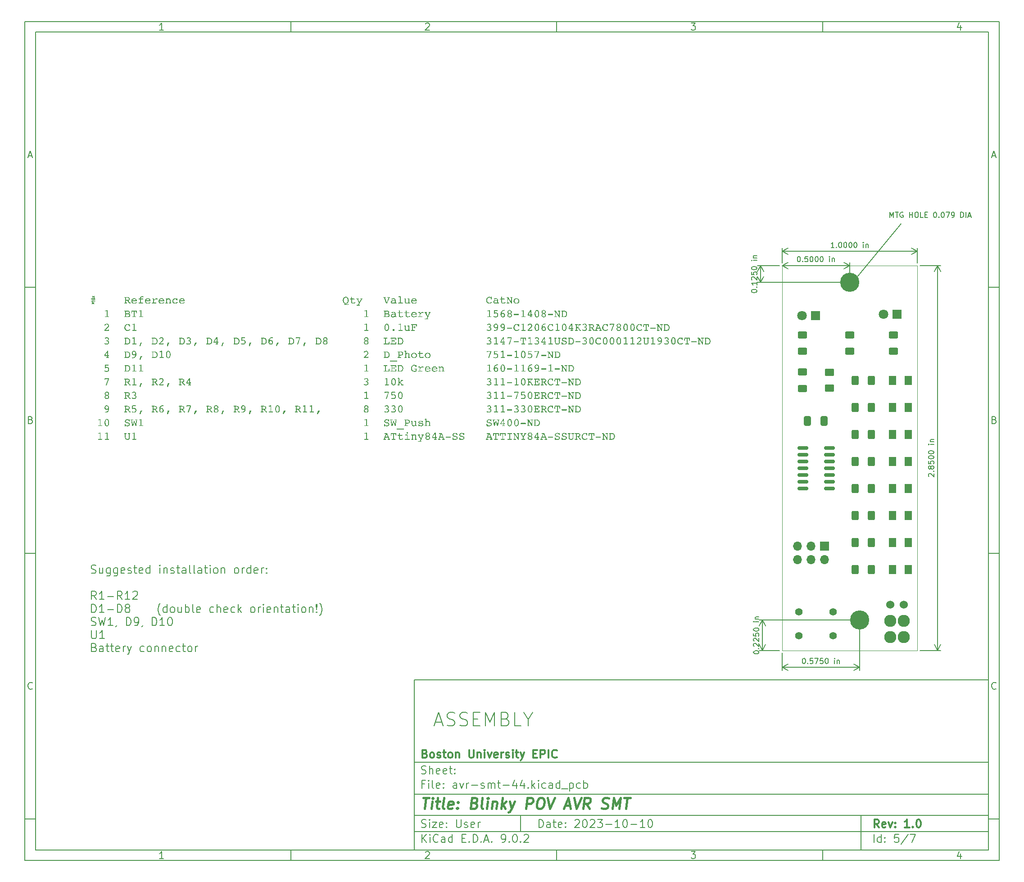
<source format=gbr>
%TF.GenerationSoftware,KiCad,Pcbnew,9.0.2-9.0.2-0~ubuntu24.04.1*%
%TF.CreationDate,2025-05-15T08:42:03-04:00*%
%TF.ProjectId,avr-smt-44,6176722d-736d-4742-9d34-342e6b696361,1.0*%
%TF.SameCoordinates,Original*%
%TF.FileFunction,Soldermask,Top*%
%TF.FilePolarity,Negative*%
%FSLAX46Y46*%
G04 Gerber Fmt 4.6, Leading zero omitted, Abs format (unit mm)*
G04 Created by KiCad (PCBNEW 9.0.2-9.0.2-0~ubuntu24.04.1) date 2025-05-15 08:42:03*
%MOMM*%
%LPD*%
G01*
G04 APERTURE LIST*
G04 Aperture macros list*
%AMRoundRect*
0 Rectangle with rounded corners*
0 $1 Rounding radius*
0 $2 $3 $4 $5 $6 $7 $8 $9 X,Y pos of 4 corners*
0 Add a 4 corners polygon primitive as box body*
4,1,4,$2,$3,$4,$5,$6,$7,$8,$9,$2,$3,0*
0 Add four circle primitives for the rounded corners*
1,1,$1+$1,$2,$3*
1,1,$1+$1,$4,$5*
1,1,$1+$1,$6,$7*
1,1,$1+$1,$8,$9*
0 Add four rect primitives between the rounded corners*
20,1,$1+$1,$2,$3,$4,$5,0*
20,1,$1+$1,$4,$5,$6,$7,0*
20,1,$1+$1,$6,$7,$8,$9,0*
20,1,$1+$1,$8,$9,$2,$3,0*%
G04 Aperture macros list end*
%ADD10C,0.100000*%
%ADD11C,0.150000*%
%ADD12C,0.300000*%
%ADD13C,0.400000*%
%ADD14RoundRect,0.250000X-0.412500X-0.650000X0.412500X-0.650000X0.412500X0.650000X-0.412500X0.650000X0*%
%ADD15RoundRect,0.250000X0.625000X-0.400000X0.625000X0.400000X-0.625000X0.400000X-0.625000X-0.400000X0*%
%ADD16RoundRect,0.250000X-0.400000X-0.625000X0.400000X-0.625000X0.400000X0.625000X-0.400000X0.625000X0*%
%ADD17C,3.600000*%
%ADD18R,1.700000X1.700000*%
%ADD19O,1.700000X1.700000*%
%ADD20C,1.397000*%
%ADD21RoundRect,0.250001X0.462499X0.624999X-0.462499X0.624999X-0.462499X-0.624999X0.462499X-0.624999X0*%
%ADD22C,1.524000*%
%ADD23C,2.286000*%
%ADD24RoundRect,0.150000X-0.825000X-0.150000X0.825000X-0.150000X0.825000X0.150000X-0.825000X0.150000X0*%
%ADD25RoundRect,0.250001X-0.624999X0.462499X-0.624999X-0.462499X0.624999X-0.462499X0.624999X0.462499X0*%
%ADD26R,1.800000X1.800000*%
%ADD27C,1.800000*%
%ADD28RoundRect,0.250000X-0.625000X0.400000X-0.625000X-0.400000X0.625000X-0.400000X0.625000X0.400000X0*%
%ADD29C,0.127000*%
%ADD30C,0.152400*%
%ADD31C,0.203200*%
%TA.AperFunction,Profile*%
%ADD32C,0.100000*%
%TD*%
G04 APERTURE END LIST*
D10*
D11*
X83200000Y-133800000D02*
X191200000Y-133800000D01*
X191200000Y-165800000D01*
X83200000Y-165800000D01*
X83200000Y-133800000D01*
D10*
D11*
X10000000Y-10000000D02*
X193200000Y-10000000D01*
X193200000Y-167800000D01*
X10000000Y-167800000D01*
X10000000Y-10000000D01*
D10*
D11*
X12000000Y-12000000D02*
X191200000Y-12000000D01*
X191200000Y-165800000D01*
X12000000Y-165800000D01*
X12000000Y-12000000D01*
D10*
D11*
X60000000Y-12000000D02*
X60000000Y-10000000D01*
D10*
D11*
X110000000Y-12000000D02*
X110000000Y-10000000D01*
D10*
D11*
X160000000Y-12000000D02*
X160000000Y-10000000D01*
D10*
D11*
X36089160Y-11593604D02*
X35346303Y-11593604D01*
X35717731Y-11593604D02*
X35717731Y-10293604D01*
X35717731Y-10293604D02*
X35593922Y-10479319D01*
X35593922Y-10479319D02*
X35470112Y-10603128D01*
X35470112Y-10603128D02*
X35346303Y-10665033D01*
D10*
D11*
X85346303Y-10417414D02*
X85408207Y-10355509D01*
X85408207Y-10355509D02*
X85532017Y-10293604D01*
X85532017Y-10293604D02*
X85841541Y-10293604D01*
X85841541Y-10293604D02*
X85965350Y-10355509D01*
X85965350Y-10355509D02*
X86027255Y-10417414D01*
X86027255Y-10417414D02*
X86089160Y-10541223D01*
X86089160Y-10541223D02*
X86089160Y-10665033D01*
X86089160Y-10665033D02*
X86027255Y-10850747D01*
X86027255Y-10850747D02*
X85284398Y-11593604D01*
X85284398Y-11593604D02*
X86089160Y-11593604D01*
D10*
D11*
X135284398Y-10293604D02*
X136089160Y-10293604D01*
X136089160Y-10293604D02*
X135655826Y-10788842D01*
X135655826Y-10788842D02*
X135841541Y-10788842D01*
X135841541Y-10788842D02*
X135965350Y-10850747D01*
X135965350Y-10850747D02*
X136027255Y-10912652D01*
X136027255Y-10912652D02*
X136089160Y-11036461D01*
X136089160Y-11036461D02*
X136089160Y-11345985D01*
X136089160Y-11345985D02*
X136027255Y-11469795D01*
X136027255Y-11469795D02*
X135965350Y-11531700D01*
X135965350Y-11531700D02*
X135841541Y-11593604D01*
X135841541Y-11593604D02*
X135470112Y-11593604D01*
X135470112Y-11593604D02*
X135346303Y-11531700D01*
X135346303Y-11531700D02*
X135284398Y-11469795D01*
D10*
D11*
X185965350Y-10726938D02*
X185965350Y-11593604D01*
X185655826Y-10231700D02*
X185346303Y-11160271D01*
X185346303Y-11160271D02*
X186151064Y-11160271D01*
D10*
D11*
X60000000Y-165800000D02*
X60000000Y-167800000D01*
D10*
D11*
X110000000Y-165800000D02*
X110000000Y-167800000D01*
D10*
D11*
X160000000Y-165800000D02*
X160000000Y-167800000D01*
D10*
D11*
X36089160Y-167393604D02*
X35346303Y-167393604D01*
X35717731Y-167393604D02*
X35717731Y-166093604D01*
X35717731Y-166093604D02*
X35593922Y-166279319D01*
X35593922Y-166279319D02*
X35470112Y-166403128D01*
X35470112Y-166403128D02*
X35346303Y-166465033D01*
D10*
D11*
X85346303Y-166217414D02*
X85408207Y-166155509D01*
X85408207Y-166155509D02*
X85532017Y-166093604D01*
X85532017Y-166093604D02*
X85841541Y-166093604D01*
X85841541Y-166093604D02*
X85965350Y-166155509D01*
X85965350Y-166155509D02*
X86027255Y-166217414D01*
X86027255Y-166217414D02*
X86089160Y-166341223D01*
X86089160Y-166341223D02*
X86089160Y-166465033D01*
X86089160Y-166465033D02*
X86027255Y-166650747D01*
X86027255Y-166650747D02*
X85284398Y-167393604D01*
X85284398Y-167393604D02*
X86089160Y-167393604D01*
D10*
D11*
X135284398Y-166093604D02*
X136089160Y-166093604D01*
X136089160Y-166093604D02*
X135655826Y-166588842D01*
X135655826Y-166588842D02*
X135841541Y-166588842D01*
X135841541Y-166588842D02*
X135965350Y-166650747D01*
X135965350Y-166650747D02*
X136027255Y-166712652D01*
X136027255Y-166712652D02*
X136089160Y-166836461D01*
X136089160Y-166836461D02*
X136089160Y-167145985D01*
X136089160Y-167145985D02*
X136027255Y-167269795D01*
X136027255Y-167269795D02*
X135965350Y-167331700D01*
X135965350Y-167331700D02*
X135841541Y-167393604D01*
X135841541Y-167393604D02*
X135470112Y-167393604D01*
X135470112Y-167393604D02*
X135346303Y-167331700D01*
X135346303Y-167331700D02*
X135284398Y-167269795D01*
D10*
D11*
X185965350Y-166526938D02*
X185965350Y-167393604D01*
X185655826Y-166031700D02*
X185346303Y-166960271D01*
X185346303Y-166960271D02*
X186151064Y-166960271D01*
D10*
D11*
X10000000Y-60000000D02*
X12000000Y-60000000D01*
D10*
D11*
X10000000Y-110000000D02*
X12000000Y-110000000D01*
D10*
D11*
X10000000Y-160000000D02*
X12000000Y-160000000D01*
D10*
D11*
X10690476Y-35222176D02*
X11309523Y-35222176D01*
X10566666Y-35593604D02*
X10999999Y-34293604D01*
X10999999Y-34293604D02*
X11433333Y-35593604D01*
D10*
D11*
X11092857Y-84912652D02*
X11278571Y-84974557D01*
X11278571Y-84974557D02*
X11340476Y-85036461D01*
X11340476Y-85036461D02*
X11402380Y-85160271D01*
X11402380Y-85160271D02*
X11402380Y-85345985D01*
X11402380Y-85345985D02*
X11340476Y-85469795D01*
X11340476Y-85469795D02*
X11278571Y-85531700D01*
X11278571Y-85531700D02*
X11154761Y-85593604D01*
X11154761Y-85593604D02*
X10659523Y-85593604D01*
X10659523Y-85593604D02*
X10659523Y-84293604D01*
X10659523Y-84293604D02*
X11092857Y-84293604D01*
X11092857Y-84293604D02*
X11216666Y-84355509D01*
X11216666Y-84355509D02*
X11278571Y-84417414D01*
X11278571Y-84417414D02*
X11340476Y-84541223D01*
X11340476Y-84541223D02*
X11340476Y-84665033D01*
X11340476Y-84665033D02*
X11278571Y-84788842D01*
X11278571Y-84788842D02*
X11216666Y-84850747D01*
X11216666Y-84850747D02*
X11092857Y-84912652D01*
X11092857Y-84912652D02*
X10659523Y-84912652D01*
D10*
D11*
X11402380Y-135469795D02*
X11340476Y-135531700D01*
X11340476Y-135531700D02*
X11154761Y-135593604D01*
X11154761Y-135593604D02*
X11030952Y-135593604D01*
X11030952Y-135593604D02*
X10845238Y-135531700D01*
X10845238Y-135531700D02*
X10721428Y-135407890D01*
X10721428Y-135407890D02*
X10659523Y-135284080D01*
X10659523Y-135284080D02*
X10597619Y-135036461D01*
X10597619Y-135036461D02*
X10597619Y-134850747D01*
X10597619Y-134850747D02*
X10659523Y-134603128D01*
X10659523Y-134603128D02*
X10721428Y-134479319D01*
X10721428Y-134479319D02*
X10845238Y-134355509D01*
X10845238Y-134355509D02*
X11030952Y-134293604D01*
X11030952Y-134293604D02*
X11154761Y-134293604D01*
X11154761Y-134293604D02*
X11340476Y-134355509D01*
X11340476Y-134355509D02*
X11402380Y-134417414D01*
D10*
D11*
X193200000Y-60000000D02*
X191200000Y-60000000D01*
D10*
D11*
X193200000Y-110000000D02*
X191200000Y-110000000D01*
D10*
D11*
X193200000Y-160000000D02*
X191200000Y-160000000D01*
D10*
D11*
X191890476Y-35222176D02*
X192509523Y-35222176D01*
X191766666Y-35593604D02*
X192199999Y-34293604D01*
X192199999Y-34293604D02*
X192633333Y-35593604D01*
D10*
D11*
X192292857Y-84912652D02*
X192478571Y-84974557D01*
X192478571Y-84974557D02*
X192540476Y-85036461D01*
X192540476Y-85036461D02*
X192602380Y-85160271D01*
X192602380Y-85160271D02*
X192602380Y-85345985D01*
X192602380Y-85345985D02*
X192540476Y-85469795D01*
X192540476Y-85469795D02*
X192478571Y-85531700D01*
X192478571Y-85531700D02*
X192354761Y-85593604D01*
X192354761Y-85593604D02*
X191859523Y-85593604D01*
X191859523Y-85593604D02*
X191859523Y-84293604D01*
X191859523Y-84293604D02*
X192292857Y-84293604D01*
X192292857Y-84293604D02*
X192416666Y-84355509D01*
X192416666Y-84355509D02*
X192478571Y-84417414D01*
X192478571Y-84417414D02*
X192540476Y-84541223D01*
X192540476Y-84541223D02*
X192540476Y-84665033D01*
X192540476Y-84665033D02*
X192478571Y-84788842D01*
X192478571Y-84788842D02*
X192416666Y-84850747D01*
X192416666Y-84850747D02*
X192292857Y-84912652D01*
X192292857Y-84912652D02*
X191859523Y-84912652D01*
D10*
D11*
X192602380Y-135469795D02*
X192540476Y-135531700D01*
X192540476Y-135531700D02*
X192354761Y-135593604D01*
X192354761Y-135593604D02*
X192230952Y-135593604D01*
X192230952Y-135593604D02*
X192045238Y-135531700D01*
X192045238Y-135531700D02*
X191921428Y-135407890D01*
X191921428Y-135407890D02*
X191859523Y-135284080D01*
X191859523Y-135284080D02*
X191797619Y-135036461D01*
X191797619Y-135036461D02*
X191797619Y-134850747D01*
X191797619Y-134850747D02*
X191859523Y-134603128D01*
X191859523Y-134603128D02*
X191921428Y-134479319D01*
X191921428Y-134479319D02*
X192045238Y-134355509D01*
X192045238Y-134355509D02*
X192230952Y-134293604D01*
X192230952Y-134293604D02*
X192354761Y-134293604D01*
X192354761Y-134293604D02*
X192540476Y-134355509D01*
X192540476Y-134355509D02*
X192602380Y-134417414D01*
D10*
D11*
X106655826Y-161586128D02*
X106655826Y-160086128D01*
X106655826Y-160086128D02*
X107012969Y-160086128D01*
X107012969Y-160086128D02*
X107227255Y-160157557D01*
X107227255Y-160157557D02*
X107370112Y-160300414D01*
X107370112Y-160300414D02*
X107441541Y-160443271D01*
X107441541Y-160443271D02*
X107512969Y-160728985D01*
X107512969Y-160728985D02*
X107512969Y-160943271D01*
X107512969Y-160943271D02*
X107441541Y-161228985D01*
X107441541Y-161228985D02*
X107370112Y-161371842D01*
X107370112Y-161371842D02*
X107227255Y-161514700D01*
X107227255Y-161514700D02*
X107012969Y-161586128D01*
X107012969Y-161586128D02*
X106655826Y-161586128D01*
X108798684Y-161586128D02*
X108798684Y-160800414D01*
X108798684Y-160800414D02*
X108727255Y-160657557D01*
X108727255Y-160657557D02*
X108584398Y-160586128D01*
X108584398Y-160586128D02*
X108298684Y-160586128D01*
X108298684Y-160586128D02*
X108155826Y-160657557D01*
X108798684Y-161514700D02*
X108655826Y-161586128D01*
X108655826Y-161586128D02*
X108298684Y-161586128D01*
X108298684Y-161586128D02*
X108155826Y-161514700D01*
X108155826Y-161514700D02*
X108084398Y-161371842D01*
X108084398Y-161371842D02*
X108084398Y-161228985D01*
X108084398Y-161228985D02*
X108155826Y-161086128D01*
X108155826Y-161086128D02*
X108298684Y-161014700D01*
X108298684Y-161014700D02*
X108655826Y-161014700D01*
X108655826Y-161014700D02*
X108798684Y-160943271D01*
X109298684Y-160586128D02*
X109870112Y-160586128D01*
X109512969Y-160086128D02*
X109512969Y-161371842D01*
X109512969Y-161371842D02*
X109584398Y-161514700D01*
X109584398Y-161514700D02*
X109727255Y-161586128D01*
X109727255Y-161586128D02*
X109870112Y-161586128D01*
X110941541Y-161514700D02*
X110798684Y-161586128D01*
X110798684Y-161586128D02*
X110512970Y-161586128D01*
X110512970Y-161586128D02*
X110370112Y-161514700D01*
X110370112Y-161514700D02*
X110298684Y-161371842D01*
X110298684Y-161371842D02*
X110298684Y-160800414D01*
X110298684Y-160800414D02*
X110370112Y-160657557D01*
X110370112Y-160657557D02*
X110512970Y-160586128D01*
X110512970Y-160586128D02*
X110798684Y-160586128D01*
X110798684Y-160586128D02*
X110941541Y-160657557D01*
X110941541Y-160657557D02*
X111012970Y-160800414D01*
X111012970Y-160800414D02*
X111012970Y-160943271D01*
X111012970Y-160943271D02*
X110298684Y-161086128D01*
X111655826Y-161443271D02*
X111727255Y-161514700D01*
X111727255Y-161514700D02*
X111655826Y-161586128D01*
X111655826Y-161586128D02*
X111584398Y-161514700D01*
X111584398Y-161514700D02*
X111655826Y-161443271D01*
X111655826Y-161443271D02*
X111655826Y-161586128D01*
X111655826Y-160657557D02*
X111727255Y-160728985D01*
X111727255Y-160728985D02*
X111655826Y-160800414D01*
X111655826Y-160800414D02*
X111584398Y-160728985D01*
X111584398Y-160728985D02*
X111655826Y-160657557D01*
X111655826Y-160657557D02*
X111655826Y-160800414D01*
X113441541Y-160228985D02*
X113512969Y-160157557D01*
X113512969Y-160157557D02*
X113655827Y-160086128D01*
X113655827Y-160086128D02*
X114012969Y-160086128D01*
X114012969Y-160086128D02*
X114155827Y-160157557D01*
X114155827Y-160157557D02*
X114227255Y-160228985D01*
X114227255Y-160228985D02*
X114298684Y-160371842D01*
X114298684Y-160371842D02*
X114298684Y-160514700D01*
X114298684Y-160514700D02*
X114227255Y-160728985D01*
X114227255Y-160728985D02*
X113370112Y-161586128D01*
X113370112Y-161586128D02*
X114298684Y-161586128D01*
X115227255Y-160086128D02*
X115370112Y-160086128D01*
X115370112Y-160086128D02*
X115512969Y-160157557D01*
X115512969Y-160157557D02*
X115584398Y-160228985D01*
X115584398Y-160228985D02*
X115655826Y-160371842D01*
X115655826Y-160371842D02*
X115727255Y-160657557D01*
X115727255Y-160657557D02*
X115727255Y-161014700D01*
X115727255Y-161014700D02*
X115655826Y-161300414D01*
X115655826Y-161300414D02*
X115584398Y-161443271D01*
X115584398Y-161443271D02*
X115512969Y-161514700D01*
X115512969Y-161514700D02*
X115370112Y-161586128D01*
X115370112Y-161586128D02*
X115227255Y-161586128D01*
X115227255Y-161586128D02*
X115084398Y-161514700D01*
X115084398Y-161514700D02*
X115012969Y-161443271D01*
X115012969Y-161443271D02*
X114941540Y-161300414D01*
X114941540Y-161300414D02*
X114870112Y-161014700D01*
X114870112Y-161014700D02*
X114870112Y-160657557D01*
X114870112Y-160657557D02*
X114941540Y-160371842D01*
X114941540Y-160371842D02*
X115012969Y-160228985D01*
X115012969Y-160228985D02*
X115084398Y-160157557D01*
X115084398Y-160157557D02*
X115227255Y-160086128D01*
X116298683Y-160228985D02*
X116370111Y-160157557D01*
X116370111Y-160157557D02*
X116512969Y-160086128D01*
X116512969Y-160086128D02*
X116870111Y-160086128D01*
X116870111Y-160086128D02*
X117012969Y-160157557D01*
X117012969Y-160157557D02*
X117084397Y-160228985D01*
X117084397Y-160228985D02*
X117155826Y-160371842D01*
X117155826Y-160371842D02*
X117155826Y-160514700D01*
X117155826Y-160514700D02*
X117084397Y-160728985D01*
X117084397Y-160728985D02*
X116227254Y-161586128D01*
X116227254Y-161586128D02*
X117155826Y-161586128D01*
X117655825Y-160086128D02*
X118584397Y-160086128D01*
X118584397Y-160086128D02*
X118084397Y-160657557D01*
X118084397Y-160657557D02*
X118298682Y-160657557D01*
X118298682Y-160657557D02*
X118441540Y-160728985D01*
X118441540Y-160728985D02*
X118512968Y-160800414D01*
X118512968Y-160800414D02*
X118584397Y-160943271D01*
X118584397Y-160943271D02*
X118584397Y-161300414D01*
X118584397Y-161300414D02*
X118512968Y-161443271D01*
X118512968Y-161443271D02*
X118441540Y-161514700D01*
X118441540Y-161514700D02*
X118298682Y-161586128D01*
X118298682Y-161586128D02*
X117870111Y-161586128D01*
X117870111Y-161586128D02*
X117727254Y-161514700D01*
X117727254Y-161514700D02*
X117655825Y-161443271D01*
X119227253Y-161014700D02*
X120370111Y-161014700D01*
X121870111Y-161586128D02*
X121012968Y-161586128D01*
X121441539Y-161586128D02*
X121441539Y-160086128D01*
X121441539Y-160086128D02*
X121298682Y-160300414D01*
X121298682Y-160300414D02*
X121155825Y-160443271D01*
X121155825Y-160443271D02*
X121012968Y-160514700D01*
X122798682Y-160086128D02*
X122941539Y-160086128D01*
X122941539Y-160086128D02*
X123084396Y-160157557D01*
X123084396Y-160157557D02*
X123155825Y-160228985D01*
X123155825Y-160228985D02*
X123227253Y-160371842D01*
X123227253Y-160371842D02*
X123298682Y-160657557D01*
X123298682Y-160657557D02*
X123298682Y-161014700D01*
X123298682Y-161014700D02*
X123227253Y-161300414D01*
X123227253Y-161300414D02*
X123155825Y-161443271D01*
X123155825Y-161443271D02*
X123084396Y-161514700D01*
X123084396Y-161514700D02*
X122941539Y-161586128D01*
X122941539Y-161586128D02*
X122798682Y-161586128D01*
X122798682Y-161586128D02*
X122655825Y-161514700D01*
X122655825Y-161514700D02*
X122584396Y-161443271D01*
X122584396Y-161443271D02*
X122512967Y-161300414D01*
X122512967Y-161300414D02*
X122441539Y-161014700D01*
X122441539Y-161014700D02*
X122441539Y-160657557D01*
X122441539Y-160657557D02*
X122512967Y-160371842D01*
X122512967Y-160371842D02*
X122584396Y-160228985D01*
X122584396Y-160228985D02*
X122655825Y-160157557D01*
X122655825Y-160157557D02*
X122798682Y-160086128D01*
X123941538Y-161014700D02*
X125084396Y-161014700D01*
X126584396Y-161586128D02*
X125727253Y-161586128D01*
X126155824Y-161586128D02*
X126155824Y-160086128D01*
X126155824Y-160086128D02*
X126012967Y-160300414D01*
X126012967Y-160300414D02*
X125870110Y-160443271D01*
X125870110Y-160443271D02*
X125727253Y-160514700D01*
X127512967Y-160086128D02*
X127655824Y-160086128D01*
X127655824Y-160086128D02*
X127798681Y-160157557D01*
X127798681Y-160157557D02*
X127870110Y-160228985D01*
X127870110Y-160228985D02*
X127941538Y-160371842D01*
X127941538Y-160371842D02*
X128012967Y-160657557D01*
X128012967Y-160657557D02*
X128012967Y-161014700D01*
X128012967Y-161014700D02*
X127941538Y-161300414D01*
X127941538Y-161300414D02*
X127870110Y-161443271D01*
X127870110Y-161443271D02*
X127798681Y-161514700D01*
X127798681Y-161514700D02*
X127655824Y-161586128D01*
X127655824Y-161586128D02*
X127512967Y-161586128D01*
X127512967Y-161586128D02*
X127370110Y-161514700D01*
X127370110Y-161514700D02*
X127298681Y-161443271D01*
X127298681Y-161443271D02*
X127227252Y-161300414D01*
X127227252Y-161300414D02*
X127155824Y-161014700D01*
X127155824Y-161014700D02*
X127155824Y-160657557D01*
X127155824Y-160657557D02*
X127227252Y-160371842D01*
X127227252Y-160371842D02*
X127298681Y-160228985D01*
X127298681Y-160228985D02*
X127370110Y-160157557D01*
X127370110Y-160157557D02*
X127512967Y-160086128D01*
D10*
D11*
X83200000Y-162300000D02*
X191200000Y-162300000D01*
D10*
D11*
X84655826Y-164386128D02*
X84655826Y-162886128D01*
X85512969Y-164386128D02*
X84870112Y-163528985D01*
X85512969Y-162886128D02*
X84655826Y-163743271D01*
X86155826Y-164386128D02*
X86155826Y-163386128D01*
X86155826Y-162886128D02*
X86084398Y-162957557D01*
X86084398Y-162957557D02*
X86155826Y-163028985D01*
X86155826Y-163028985D02*
X86227255Y-162957557D01*
X86227255Y-162957557D02*
X86155826Y-162886128D01*
X86155826Y-162886128D02*
X86155826Y-163028985D01*
X87727255Y-164243271D02*
X87655827Y-164314700D01*
X87655827Y-164314700D02*
X87441541Y-164386128D01*
X87441541Y-164386128D02*
X87298684Y-164386128D01*
X87298684Y-164386128D02*
X87084398Y-164314700D01*
X87084398Y-164314700D02*
X86941541Y-164171842D01*
X86941541Y-164171842D02*
X86870112Y-164028985D01*
X86870112Y-164028985D02*
X86798684Y-163743271D01*
X86798684Y-163743271D02*
X86798684Y-163528985D01*
X86798684Y-163528985D02*
X86870112Y-163243271D01*
X86870112Y-163243271D02*
X86941541Y-163100414D01*
X86941541Y-163100414D02*
X87084398Y-162957557D01*
X87084398Y-162957557D02*
X87298684Y-162886128D01*
X87298684Y-162886128D02*
X87441541Y-162886128D01*
X87441541Y-162886128D02*
X87655827Y-162957557D01*
X87655827Y-162957557D02*
X87727255Y-163028985D01*
X89012970Y-164386128D02*
X89012970Y-163600414D01*
X89012970Y-163600414D02*
X88941541Y-163457557D01*
X88941541Y-163457557D02*
X88798684Y-163386128D01*
X88798684Y-163386128D02*
X88512970Y-163386128D01*
X88512970Y-163386128D02*
X88370112Y-163457557D01*
X89012970Y-164314700D02*
X88870112Y-164386128D01*
X88870112Y-164386128D02*
X88512970Y-164386128D01*
X88512970Y-164386128D02*
X88370112Y-164314700D01*
X88370112Y-164314700D02*
X88298684Y-164171842D01*
X88298684Y-164171842D02*
X88298684Y-164028985D01*
X88298684Y-164028985D02*
X88370112Y-163886128D01*
X88370112Y-163886128D02*
X88512970Y-163814700D01*
X88512970Y-163814700D02*
X88870112Y-163814700D01*
X88870112Y-163814700D02*
X89012970Y-163743271D01*
X90370113Y-164386128D02*
X90370113Y-162886128D01*
X90370113Y-164314700D02*
X90227255Y-164386128D01*
X90227255Y-164386128D02*
X89941541Y-164386128D01*
X89941541Y-164386128D02*
X89798684Y-164314700D01*
X89798684Y-164314700D02*
X89727255Y-164243271D01*
X89727255Y-164243271D02*
X89655827Y-164100414D01*
X89655827Y-164100414D02*
X89655827Y-163671842D01*
X89655827Y-163671842D02*
X89727255Y-163528985D01*
X89727255Y-163528985D02*
X89798684Y-163457557D01*
X89798684Y-163457557D02*
X89941541Y-163386128D01*
X89941541Y-163386128D02*
X90227255Y-163386128D01*
X90227255Y-163386128D02*
X90370113Y-163457557D01*
X92227255Y-163600414D02*
X92727255Y-163600414D01*
X92941541Y-164386128D02*
X92227255Y-164386128D01*
X92227255Y-164386128D02*
X92227255Y-162886128D01*
X92227255Y-162886128D02*
X92941541Y-162886128D01*
X93584398Y-164243271D02*
X93655827Y-164314700D01*
X93655827Y-164314700D02*
X93584398Y-164386128D01*
X93584398Y-164386128D02*
X93512970Y-164314700D01*
X93512970Y-164314700D02*
X93584398Y-164243271D01*
X93584398Y-164243271D02*
X93584398Y-164386128D01*
X94298684Y-164386128D02*
X94298684Y-162886128D01*
X94298684Y-162886128D02*
X94655827Y-162886128D01*
X94655827Y-162886128D02*
X94870113Y-162957557D01*
X94870113Y-162957557D02*
X95012970Y-163100414D01*
X95012970Y-163100414D02*
X95084399Y-163243271D01*
X95084399Y-163243271D02*
X95155827Y-163528985D01*
X95155827Y-163528985D02*
X95155827Y-163743271D01*
X95155827Y-163743271D02*
X95084399Y-164028985D01*
X95084399Y-164028985D02*
X95012970Y-164171842D01*
X95012970Y-164171842D02*
X94870113Y-164314700D01*
X94870113Y-164314700D02*
X94655827Y-164386128D01*
X94655827Y-164386128D02*
X94298684Y-164386128D01*
X95798684Y-164243271D02*
X95870113Y-164314700D01*
X95870113Y-164314700D02*
X95798684Y-164386128D01*
X95798684Y-164386128D02*
X95727256Y-164314700D01*
X95727256Y-164314700D02*
X95798684Y-164243271D01*
X95798684Y-164243271D02*
X95798684Y-164386128D01*
X96441542Y-163957557D02*
X97155828Y-163957557D01*
X96298685Y-164386128D02*
X96798685Y-162886128D01*
X96798685Y-162886128D02*
X97298685Y-164386128D01*
X97798684Y-164243271D02*
X97870113Y-164314700D01*
X97870113Y-164314700D02*
X97798684Y-164386128D01*
X97798684Y-164386128D02*
X97727256Y-164314700D01*
X97727256Y-164314700D02*
X97798684Y-164243271D01*
X97798684Y-164243271D02*
X97798684Y-164386128D01*
X99727256Y-164386128D02*
X100012970Y-164386128D01*
X100012970Y-164386128D02*
X100155827Y-164314700D01*
X100155827Y-164314700D02*
X100227256Y-164243271D01*
X100227256Y-164243271D02*
X100370113Y-164028985D01*
X100370113Y-164028985D02*
X100441542Y-163743271D01*
X100441542Y-163743271D02*
X100441542Y-163171842D01*
X100441542Y-163171842D02*
X100370113Y-163028985D01*
X100370113Y-163028985D02*
X100298685Y-162957557D01*
X100298685Y-162957557D02*
X100155827Y-162886128D01*
X100155827Y-162886128D02*
X99870113Y-162886128D01*
X99870113Y-162886128D02*
X99727256Y-162957557D01*
X99727256Y-162957557D02*
X99655827Y-163028985D01*
X99655827Y-163028985D02*
X99584399Y-163171842D01*
X99584399Y-163171842D02*
X99584399Y-163528985D01*
X99584399Y-163528985D02*
X99655827Y-163671842D01*
X99655827Y-163671842D02*
X99727256Y-163743271D01*
X99727256Y-163743271D02*
X99870113Y-163814700D01*
X99870113Y-163814700D02*
X100155827Y-163814700D01*
X100155827Y-163814700D02*
X100298685Y-163743271D01*
X100298685Y-163743271D02*
X100370113Y-163671842D01*
X100370113Y-163671842D02*
X100441542Y-163528985D01*
X101084398Y-164243271D02*
X101155827Y-164314700D01*
X101155827Y-164314700D02*
X101084398Y-164386128D01*
X101084398Y-164386128D02*
X101012970Y-164314700D01*
X101012970Y-164314700D02*
X101084398Y-164243271D01*
X101084398Y-164243271D02*
X101084398Y-164386128D01*
X102084399Y-162886128D02*
X102227256Y-162886128D01*
X102227256Y-162886128D02*
X102370113Y-162957557D01*
X102370113Y-162957557D02*
X102441542Y-163028985D01*
X102441542Y-163028985D02*
X102512970Y-163171842D01*
X102512970Y-163171842D02*
X102584399Y-163457557D01*
X102584399Y-163457557D02*
X102584399Y-163814700D01*
X102584399Y-163814700D02*
X102512970Y-164100414D01*
X102512970Y-164100414D02*
X102441542Y-164243271D01*
X102441542Y-164243271D02*
X102370113Y-164314700D01*
X102370113Y-164314700D02*
X102227256Y-164386128D01*
X102227256Y-164386128D02*
X102084399Y-164386128D01*
X102084399Y-164386128D02*
X101941542Y-164314700D01*
X101941542Y-164314700D02*
X101870113Y-164243271D01*
X101870113Y-164243271D02*
X101798684Y-164100414D01*
X101798684Y-164100414D02*
X101727256Y-163814700D01*
X101727256Y-163814700D02*
X101727256Y-163457557D01*
X101727256Y-163457557D02*
X101798684Y-163171842D01*
X101798684Y-163171842D02*
X101870113Y-163028985D01*
X101870113Y-163028985D02*
X101941542Y-162957557D01*
X101941542Y-162957557D02*
X102084399Y-162886128D01*
X103227255Y-164243271D02*
X103298684Y-164314700D01*
X103298684Y-164314700D02*
X103227255Y-164386128D01*
X103227255Y-164386128D02*
X103155827Y-164314700D01*
X103155827Y-164314700D02*
X103227255Y-164243271D01*
X103227255Y-164243271D02*
X103227255Y-164386128D01*
X103870113Y-163028985D02*
X103941541Y-162957557D01*
X103941541Y-162957557D02*
X104084399Y-162886128D01*
X104084399Y-162886128D02*
X104441541Y-162886128D01*
X104441541Y-162886128D02*
X104584399Y-162957557D01*
X104584399Y-162957557D02*
X104655827Y-163028985D01*
X104655827Y-163028985D02*
X104727256Y-163171842D01*
X104727256Y-163171842D02*
X104727256Y-163314700D01*
X104727256Y-163314700D02*
X104655827Y-163528985D01*
X104655827Y-163528985D02*
X103798684Y-164386128D01*
X103798684Y-164386128D02*
X104727256Y-164386128D01*
D10*
D11*
X83200000Y-159300000D02*
X191200000Y-159300000D01*
D10*
D12*
X170611653Y-161578328D02*
X170111653Y-160864042D01*
X169754510Y-161578328D02*
X169754510Y-160078328D01*
X169754510Y-160078328D02*
X170325939Y-160078328D01*
X170325939Y-160078328D02*
X170468796Y-160149757D01*
X170468796Y-160149757D02*
X170540225Y-160221185D01*
X170540225Y-160221185D02*
X170611653Y-160364042D01*
X170611653Y-160364042D02*
X170611653Y-160578328D01*
X170611653Y-160578328D02*
X170540225Y-160721185D01*
X170540225Y-160721185D02*
X170468796Y-160792614D01*
X170468796Y-160792614D02*
X170325939Y-160864042D01*
X170325939Y-160864042D02*
X169754510Y-160864042D01*
X171825939Y-161506900D02*
X171683082Y-161578328D01*
X171683082Y-161578328D02*
X171397368Y-161578328D01*
X171397368Y-161578328D02*
X171254510Y-161506900D01*
X171254510Y-161506900D02*
X171183082Y-161364042D01*
X171183082Y-161364042D02*
X171183082Y-160792614D01*
X171183082Y-160792614D02*
X171254510Y-160649757D01*
X171254510Y-160649757D02*
X171397368Y-160578328D01*
X171397368Y-160578328D02*
X171683082Y-160578328D01*
X171683082Y-160578328D02*
X171825939Y-160649757D01*
X171825939Y-160649757D02*
X171897368Y-160792614D01*
X171897368Y-160792614D02*
X171897368Y-160935471D01*
X171897368Y-160935471D02*
X171183082Y-161078328D01*
X172397367Y-160578328D02*
X172754510Y-161578328D01*
X172754510Y-161578328D02*
X173111653Y-160578328D01*
X173683081Y-161435471D02*
X173754510Y-161506900D01*
X173754510Y-161506900D02*
X173683081Y-161578328D01*
X173683081Y-161578328D02*
X173611653Y-161506900D01*
X173611653Y-161506900D02*
X173683081Y-161435471D01*
X173683081Y-161435471D02*
X173683081Y-161578328D01*
X173683081Y-160649757D02*
X173754510Y-160721185D01*
X173754510Y-160721185D02*
X173683081Y-160792614D01*
X173683081Y-160792614D02*
X173611653Y-160721185D01*
X173611653Y-160721185D02*
X173683081Y-160649757D01*
X173683081Y-160649757D02*
X173683081Y-160792614D01*
X176325939Y-161578328D02*
X175468796Y-161578328D01*
X175897367Y-161578328D02*
X175897367Y-160078328D01*
X175897367Y-160078328D02*
X175754510Y-160292614D01*
X175754510Y-160292614D02*
X175611653Y-160435471D01*
X175611653Y-160435471D02*
X175468796Y-160506900D01*
X176968795Y-161435471D02*
X177040224Y-161506900D01*
X177040224Y-161506900D02*
X176968795Y-161578328D01*
X176968795Y-161578328D02*
X176897367Y-161506900D01*
X176897367Y-161506900D02*
X176968795Y-161435471D01*
X176968795Y-161435471D02*
X176968795Y-161578328D01*
X177968796Y-160078328D02*
X178111653Y-160078328D01*
X178111653Y-160078328D02*
X178254510Y-160149757D01*
X178254510Y-160149757D02*
X178325939Y-160221185D01*
X178325939Y-160221185D02*
X178397367Y-160364042D01*
X178397367Y-160364042D02*
X178468796Y-160649757D01*
X178468796Y-160649757D02*
X178468796Y-161006900D01*
X178468796Y-161006900D02*
X178397367Y-161292614D01*
X178397367Y-161292614D02*
X178325939Y-161435471D01*
X178325939Y-161435471D02*
X178254510Y-161506900D01*
X178254510Y-161506900D02*
X178111653Y-161578328D01*
X178111653Y-161578328D02*
X177968796Y-161578328D01*
X177968796Y-161578328D02*
X177825939Y-161506900D01*
X177825939Y-161506900D02*
X177754510Y-161435471D01*
X177754510Y-161435471D02*
X177683081Y-161292614D01*
X177683081Y-161292614D02*
X177611653Y-161006900D01*
X177611653Y-161006900D02*
X177611653Y-160649757D01*
X177611653Y-160649757D02*
X177683081Y-160364042D01*
X177683081Y-160364042D02*
X177754510Y-160221185D01*
X177754510Y-160221185D02*
X177825939Y-160149757D01*
X177825939Y-160149757D02*
X177968796Y-160078328D01*
D10*
D11*
X84584398Y-161514700D02*
X84798684Y-161586128D01*
X84798684Y-161586128D02*
X85155826Y-161586128D01*
X85155826Y-161586128D02*
X85298684Y-161514700D01*
X85298684Y-161514700D02*
X85370112Y-161443271D01*
X85370112Y-161443271D02*
X85441541Y-161300414D01*
X85441541Y-161300414D02*
X85441541Y-161157557D01*
X85441541Y-161157557D02*
X85370112Y-161014700D01*
X85370112Y-161014700D02*
X85298684Y-160943271D01*
X85298684Y-160943271D02*
X85155826Y-160871842D01*
X85155826Y-160871842D02*
X84870112Y-160800414D01*
X84870112Y-160800414D02*
X84727255Y-160728985D01*
X84727255Y-160728985D02*
X84655826Y-160657557D01*
X84655826Y-160657557D02*
X84584398Y-160514700D01*
X84584398Y-160514700D02*
X84584398Y-160371842D01*
X84584398Y-160371842D02*
X84655826Y-160228985D01*
X84655826Y-160228985D02*
X84727255Y-160157557D01*
X84727255Y-160157557D02*
X84870112Y-160086128D01*
X84870112Y-160086128D02*
X85227255Y-160086128D01*
X85227255Y-160086128D02*
X85441541Y-160157557D01*
X86084397Y-161586128D02*
X86084397Y-160586128D01*
X86084397Y-160086128D02*
X86012969Y-160157557D01*
X86012969Y-160157557D02*
X86084397Y-160228985D01*
X86084397Y-160228985D02*
X86155826Y-160157557D01*
X86155826Y-160157557D02*
X86084397Y-160086128D01*
X86084397Y-160086128D02*
X86084397Y-160228985D01*
X86655826Y-160586128D02*
X87441541Y-160586128D01*
X87441541Y-160586128D02*
X86655826Y-161586128D01*
X86655826Y-161586128D02*
X87441541Y-161586128D01*
X88584398Y-161514700D02*
X88441541Y-161586128D01*
X88441541Y-161586128D02*
X88155827Y-161586128D01*
X88155827Y-161586128D02*
X88012969Y-161514700D01*
X88012969Y-161514700D02*
X87941541Y-161371842D01*
X87941541Y-161371842D02*
X87941541Y-160800414D01*
X87941541Y-160800414D02*
X88012969Y-160657557D01*
X88012969Y-160657557D02*
X88155827Y-160586128D01*
X88155827Y-160586128D02*
X88441541Y-160586128D01*
X88441541Y-160586128D02*
X88584398Y-160657557D01*
X88584398Y-160657557D02*
X88655827Y-160800414D01*
X88655827Y-160800414D02*
X88655827Y-160943271D01*
X88655827Y-160943271D02*
X87941541Y-161086128D01*
X89298683Y-161443271D02*
X89370112Y-161514700D01*
X89370112Y-161514700D02*
X89298683Y-161586128D01*
X89298683Y-161586128D02*
X89227255Y-161514700D01*
X89227255Y-161514700D02*
X89298683Y-161443271D01*
X89298683Y-161443271D02*
X89298683Y-161586128D01*
X89298683Y-160657557D02*
X89370112Y-160728985D01*
X89370112Y-160728985D02*
X89298683Y-160800414D01*
X89298683Y-160800414D02*
X89227255Y-160728985D01*
X89227255Y-160728985D02*
X89298683Y-160657557D01*
X89298683Y-160657557D02*
X89298683Y-160800414D01*
X91155826Y-160086128D02*
X91155826Y-161300414D01*
X91155826Y-161300414D02*
X91227255Y-161443271D01*
X91227255Y-161443271D02*
X91298684Y-161514700D01*
X91298684Y-161514700D02*
X91441541Y-161586128D01*
X91441541Y-161586128D02*
X91727255Y-161586128D01*
X91727255Y-161586128D02*
X91870112Y-161514700D01*
X91870112Y-161514700D02*
X91941541Y-161443271D01*
X91941541Y-161443271D02*
X92012969Y-161300414D01*
X92012969Y-161300414D02*
X92012969Y-160086128D01*
X92655827Y-161514700D02*
X92798684Y-161586128D01*
X92798684Y-161586128D02*
X93084398Y-161586128D01*
X93084398Y-161586128D02*
X93227255Y-161514700D01*
X93227255Y-161514700D02*
X93298684Y-161371842D01*
X93298684Y-161371842D02*
X93298684Y-161300414D01*
X93298684Y-161300414D02*
X93227255Y-161157557D01*
X93227255Y-161157557D02*
X93084398Y-161086128D01*
X93084398Y-161086128D02*
X92870113Y-161086128D01*
X92870113Y-161086128D02*
X92727255Y-161014700D01*
X92727255Y-161014700D02*
X92655827Y-160871842D01*
X92655827Y-160871842D02*
X92655827Y-160800414D01*
X92655827Y-160800414D02*
X92727255Y-160657557D01*
X92727255Y-160657557D02*
X92870113Y-160586128D01*
X92870113Y-160586128D02*
X93084398Y-160586128D01*
X93084398Y-160586128D02*
X93227255Y-160657557D01*
X94512970Y-161514700D02*
X94370113Y-161586128D01*
X94370113Y-161586128D02*
X94084399Y-161586128D01*
X94084399Y-161586128D02*
X93941541Y-161514700D01*
X93941541Y-161514700D02*
X93870113Y-161371842D01*
X93870113Y-161371842D02*
X93870113Y-160800414D01*
X93870113Y-160800414D02*
X93941541Y-160657557D01*
X93941541Y-160657557D02*
X94084399Y-160586128D01*
X94084399Y-160586128D02*
X94370113Y-160586128D01*
X94370113Y-160586128D02*
X94512970Y-160657557D01*
X94512970Y-160657557D02*
X94584399Y-160800414D01*
X94584399Y-160800414D02*
X94584399Y-160943271D01*
X94584399Y-160943271D02*
X93870113Y-161086128D01*
X95227255Y-161586128D02*
X95227255Y-160586128D01*
X95227255Y-160871842D02*
X95298684Y-160728985D01*
X95298684Y-160728985D02*
X95370113Y-160657557D01*
X95370113Y-160657557D02*
X95512970Y-160586128D01*
X95512970Y-160586128D02*
X95655827Y-160586128D01*
D10*
D11*
X169655826Y-164386128D02*
X169655826Y-162886128D01*
X171012970Y-164386128D02*
X171012970Y-162886128D01*
X171012970Y-164314700D02*
X170870112Y-164386128D01*
X170870112Y-164386128D02*
X170584398Y-164386128D01*
X170584398Y-164386128D02*
X170441541Y-164314700D01*
X170441541Y-164314700D02*
X170370112Y-164243271D01*
X170370112Y-164243271D02*
X170298684Y-164100414D01*
X170298684Y-164100414D02*
X170298684Y-163671842D01*
X170298684Y-163671842D02*
X170370112Y-163528985D01*
X170370112Y-163528985D02*
X170441541Y-163457557D01*
X170441541Y-163457557D02*
X170584398Y-163386128D01*
X170584398Y-163386128D02*
X170870112Y-163386128D01*
X170870112Y-163386128D02*
X171012970Y-163457557D01*
X171727255Y-164243271D02*
X171798684Y-164314700D01*
X171798684Y-164314700D02*
X171727255Y-164386128D01*
X171727255Y-164386128D02*
X171655827Y-164314700D01*
X171655827Y-164314700D02*
X171727255Y-164243271D01*
X171727255Y-164243271D02*
X171727255Y-164386128D01*
X171727255Y-163457557D02*
X171798684Y-163528985D01*
X171798684Y-163528985D02*
X171727255Y-163600414D01*
X171727255Y-163600414D02*
X171655827Y-163528985D01*
X171655827Y-163528985D02*
X171727255Y-163457557D01*
X171727255Y-163457557D02*
X171727255Y-163600414D01*
X174298684Y-162886128D02*
X173584398Y-162886128D01*
X173584398Y-162886128D02*
X173512970Y-163600414D01*
X173512970Y-163600414D02*
X173584398Y-163528985D01*
X173584398Y-163528985D02*
X173727256Y-163457557D01*
X173727256Y-163457557D02*
X174084398Y-163457557D01*
X174084398Y-163457557D02*
X174227256Y-163528985D01*
X174227256Y-163528985D02*
X174298684Y-163600414D01*
X174298684Y-163600414D02*
X174370113Y-163743271D01*
X174370113Y-163743271D02*
X174370113Y-164100414D01*
X174370113Y-164100414D02*
X174298684Y-164243271D01*
X174298684Y-164243271D02*
X174227256Y-164314700D01*
X174227256Y-164314700D02*
X174084398Y-164386128D01*
X174084398Y-164386128D02*
X173727256Y-164386128D01*
X173727256Y-164386128D02*
X173584398Y-164314700D01*
X173584398Y-164314700D02*
X173512970Y-164243271D01*
X176084398Y-162814700D02*
X174798684Y-164743271D01*
X176441541Y-162886128D02*
X177441541Y-162886128D01*
X177441541Y-162886128D02*
X176798684Y-164386128D01*
D10*
D11*
X83200000Y-155300000D02*
X191200000Y-155300000D01*
D10*
D13*
X84891728Y-156004438D02*
X86034585Y-156004438D01*
X85213157Y-158004438D02*
X85463157Y-156004438D01*
X86451252Y-158004438D02*
X86617919Y-156671104D01*
X86701252Y-156004438D02*
X86594109Y-156099676D01*
X86594109Y-156099676D02*
X86677443Y-156194914D01*
X86677443Y-156194914D02*
X86784586Y-156099676D01*
X86784586Y-156099676D02*
X86701252Y-156004438D01*
X86701252Y-156004438D02*
X86677443Y-156194914D01*
X87284586Y-156671104D02*
X88046490Y-156671104D01*
X87653633Y-156004438D02*
X87439348Y-157718723D01*
X87439348Y-157718723D02*
X87510776Y-157909200D01*
X87510776Y-157909200D02*
X87689348Y-158004438D01*
X87689348Y-158004438D02*
X87879824Y-158004438D01*
X88832205Y-158004438D02*
X88653633Y-157909200D01*
X88653633Y-157909200D02*
X88582205Y-157718723D01*
X88582205Y-157718723D02*
X88796490Y-156004438D01*
X90367919Y-157909200D02*
X90165538Y-158004438D01*
X90165538Y-158004438D02*
X89784585Y-158004438D01*
X89784585Y-158004438D02*
X89606014Y-157909200D01*
X89606014Y-157909200D02*
X89534585Y-157718723D01*
X89534585Y-157718723D02*
X89629824Y-156956819D01*
X89629824Y-156956819D02*
X89748871Y-156766342D01*
X89748871Y-156766342D02*
X89951252Y-156671104D01*
X89951252Y-156671104D02*
X90332204Y-156671104D01*
X90332204Y-156671104D02*
X90510776Y-156766342D01*
X90510776Y-156766342D02*
X90582204Y-156956819D01*
X90582204Y-156956819D02*
X90558395Y-157147295D01*
X90558395Y-157147295D02*
X89582204Y-157337771D01*
X91332205Y-157813961D02*
X91415538Y-157909200D01*
X91415538Y-157909200D02*
X91308395Y-158004438D01*
X91308395Y-158004438D02*
X91225062Y-157909200D01*
X91225062Y-157909200D02*
X91332205Y-157813961D01*
X91332205Y-157813961D02*
X91308395Y-158004438D01*
X91463157Y-156766342D02*
X91546490Y-156861580D01*
X91546490Y-156861580D02*
X91439348Y-156956819D01*
X91439348Y-156956819D02*
X91356014Y-156861580D01*
X91356014Y-156861580D02*
X91463157Y-156766342D01*
X91463157Y-156766342D02*
X91439348Y-156956819D01*
X94582205Y-156956819D02*
X94856015Y-157052057D01*
X94856015Y-157052057D02*
X94939348Y-157147295D01*
X94939348Y-157147295D02*
X95010777Y-157337771D01*
X95010777Y-157337771D02*
X94975062Y-157623485D01*
X94975062Y-157623485D02*
X94856015Y-157813961D01*
X94856015Y-157813961D02*
X94748872Y-157909200D01*
X94748872Y-157909200D02*
X94546491Y-158004438D01*
X94546491Y-158004438D02*
X93784586Y-158004438D01*
X93784586Y-158004438D02*
X94034586Y-156004438D01*
X94034586Y-156004438D02*
X94701253Y-156004438D01*
X94701253Y-156004438D02*
X94879824Y-156099676D01*
X94879824Y-156099676D02*
X94963158Y-156194914D01*
X94963158Y-156194914D02*
X95034586Y-156385390D01*
X95034586Y-156385390D02*
X95010777Y-156575866D01*
X95010777Y-156575866D02*
X94891729Y-156766342D01*
X94891729Y-156766342D02*
X94784586Y-156861580D01*
X94784586Y-156861580D02*
X94582205Y-156956819D01*
X94582205Y-156956819D02*
X93915539Y-156956819D01*
X96070301Y-158004438D02*
X95891729Y-157909200D01*
X95891729Y-157909200D02*
X95820301Y-157718723D01*
X95820301Y-157718723D02*
X96034586Y-156004438D01*
X96832205Y-158004438D02*
X96998872Y-156671104D01*
X97082205Y-156004438D02*
X96975062Y-156099676D01*
X96975062Y-156099676D02*
X97058396Y-156194914D01*
X97058396Y-156194914D02*
X97165539Y-156099676D01*
X97165539Y-156099676D02*
X97082205Y-156004438D01*
X97082205Y-156004438D02*
X97058396Y-156194914D01*
X97951253Y-156671104D02*
X97784586Y-158004438D01*
X97927443Y-156861580D02*
X98034586Y-156766342D01*
X98034586Y-156766342D02*
X98236967Y-156671104D01*
X98236967Y-156671104D02*
X98522681Y-156671104D01*
X98522681Y-156671104D02*
X98701253Y-156766342D01*
X98701253Y-156766342D02*
X98772681Y-156956819D01*
X98772681Y-156956819D02*
X98641729Y-158004438D01*
X99594110Y-158004438D02*
X99844110Y-156004438D01*
X99879825Y-157242533D02*
X100356015Y-158004438D01*
X100522682Y-156671104D02*
X99665539Y-157433009D01*
X101189349Y-156671104D02*
X101498873Y-158004438D01*
X102141730Y-156671104D02*
X101498873Y-158004438D01*
X101498873Y-158004438D02*
X101248873Y-158480628D01*
X101248873Y-158480628D02*
X101141730Y-158575866D01*
X101141730Y-158575866D02*
X100939349Y-158671104D01*
X104260778Y-158004438D02*
X104510778Y-156004438D01*
X104510778Y-156004438D02*
X105272683Y-156004438D01*
X105272683Y-156004438D02*
X105451254Y-156099676D01*
X105451254Y-156099676D02*
X105534588Y-156194914D01*
X105534588Y-156194914D02*
X105606016Y-156385390D01*
X105606016Y-156385390D02*
X105570302Y-156671104D01*
X105570302Y-156671104D02*
X105451254Y-156861580D01*
X105451254Y-156861580D02*
X105344112Y-156956819D01*
X105344112Y-156956819D02*
X105141731Y-157052057D01*
X105141731Y-157052057D02*
X104379826Y-157052057D01*
X106891731Y-156004438D02*
X107272683Y-156004438D01*
X107272683Y-156004438D02*
X107451254Y-156099676D01*
X107451254Y-156099676D02*
X107617921Y-156290152D01*
X107617921Y-156290152D02*
X107665540Y-156671104D01*
X107665540Y-156671104D02*
X107582207Y-157337771D01*
X107582207Y-157337771D02*
X107439350Y-157718723D01*
X107439350Y-157718723D02*
X107225064Y-157909200D01*
X107225064Y-157909200D02*
X107022683Y-158004438D01*
X107022683Y-158004438D02*
X106641731Y-158004438D01*
X106641731Y-158004438D02*
X106463159Y-157909200D01*
X106463159Y-157909200D02*
X106296493Y-157718723D01*
X106296493Y-157718723D02*
X106248873Y-157337771D01*
X106248873Y-157337771D02*
X106332207Y-156671104D01*
X106332207Y-156671104D02*
X106475064Y-156290152D01*
X106475064Y-156290152D02*
X106689350Y-156099676D01*
X106689350Y-156099676D02*
X106891731Y-156004438D01*
X108320302Y-156004438D02*
X108736969Y-158004438D01*
X108736969Y-158004438D02*
X109653635Y-156004438D01*
X111570303Y-157433009D02*
X112522684Y-157433009D01*
X111308398Y-158004438D02*
X112225065Y-156004438D01*
X112225065Y-156004438D02*
X112641731Y-158004438D01*
X113272684Y-156004438D02*
X113689351Y-158004438D01*
X113689351Y-158004438D02*
X114606017Y-156004438D01*
X116165541Y-158004438D02*
X115617922Y-157052057D01*
X115022684Y-158004438D02*
X115272684Y-156004438D01*
X115272684Y-156004438D02*
X116034589Y-156004438D01*
X116034589Y-156004438D02*
X116213160Y-156099676D01*
X116213160Y-156099676D02*
X116296494Y-156194914D01*
X116296494Y-156194914D02*
X116367922Y-156385390D01*
X116367922Y-156385390D02*
X116332208Y-156671104D01*
X116332208Y-156671104D02*
X116213160Y-156861580D01*
X116213160Y-156861580D02*
X116106018Y-156956819D01*
X116106018Y-156956819D02*
X115903637Y-157052057D01*
X115903637Y-157052057D02*
X115141732Y-157052057D01*
X118463161Y-157909200D02*
X118736970Y-158004438D01*
X118736970Y-158004438D02*
X119213161Y-158004438D01*
X119213161Y-158004438D02*
X119415542Y-157909200D01*
X119415542Y-157909200D02*
X119522685Y-157813961D01*
X119522685Y-157813961D02*
X119641732Y-157623485D01*
X119641732Y-157623485D02*
X119665542Y-157433009D01*
X119665542Y-157433009D02*
X119594113Y-157242533D01*
X119594113Y-157242533D02*
X119510780Y-157147295D01*
X119510780Y-157147295D02*
X119332209Y-157052057D01*
X119332209Y-157052057D02*
X118963161Y-156956819D01*
X118963161Y-156956819D02*
X118784589Y-156861580D01*
X118784589Y-156861580D02*
X118701256Y-156766342D01*
X118701256Y-156766342D02*
X118629828Y-156575866D01*
X118629828Y-156575866D02*
X118653637Y-156385390D01*
X118653637Y-156385390D02*
X118772685Y-156194914D01*
X118772685Y-156194914D02*
X118879828Y-156099676D01*
X118879828Y-156099676D02*
X119082209Y-156004438D01*
X119082209Y-156004438D02*
X119558399Y-156004438D01*
X119558399Y-156004438D02*
X119832209Y-156099676D01*
X120451256Y-158004438D02*
X120701256Y-156004438D01*
X120701256Y-156004438D02*
X121189351Y-157433009D01*
X121189351Y-157433009D02*
X122034590Y-156004438D01*
X122034590Y-156004438D02*
X121784590Y-158004438D01*
X122701256Y-156004438D02*
X123844113Y-156004438D01*
X123022685Y-158004438D02*
X123272685Y-156004438D01*
D10*
D11*
X85155826Y-153400414D02*
X84655826Y-153400414D01*
X84655826Y-154186128D02*
X84655826Y-152686128D01*
X84655826Y-152686128D02*
X85370112Y-152686128D01*
X85941540Y-154186128D02*
X85941540Y-153186128D01*
X85941540Y-152686128D02*
X85870112Y-152757557D01*
X85870112Y-152757557D02*
X85941540Y-152828985D01*
X85941540Y-152828985D02*
X86012969Y-152757557D01*
X86012969Y-152757557D02*
X85941540Y-152686128D01*
X85941540Y-152686128D02*
X85941540Y-152828985D01*
X86870112Y-154186128D02*
X86727255Y-154114700D01*
X86727255Y-154114700D02*
X86655826Y-153971842D01*
X86655826Y-153971842D02*
X86655826Y-152686128D01*
X88012969Y-154114700D02*
X87870112Y-154186128D01*
X87870112Y-154186128D02*
X87584398Y-154186128D01*
X87584398Y-154186128D02*
X87441540Y-154114700D01*
X87441540Y-154114700D02*
X87370112Y-153971842D01*
X87370112Y-153971842D02*
X87370112Y-153400414D01*
X87370112Y-153400414D02*
X87441540Y-153257557D01*
X87441540Y-153257557D02*
X87584398Y-153186128D01*
X87584398Y-153186128D02*
X87870112Y-153186128D01*
X87870112Y-153186128D02*
X88012969Y-153257557D01*
X88012969Y-153257557D02*
X88084398Y-153400414D01*
X88084398Y-153400414D02*
X88084398Y-153543271D01*
X88084398Y-153543271D02*
X87370112Y-153686128D01*
X88727254Y-154043271D02*
X88798683Y-154114700D01*
X88798683Y-154114700D02*
X88727254Y-154186128D01*
X88727254Y-154186128D02*
X88655826Y-154114700D01*
X88655826Y-154114700D02*
X88727254Y-154043271D01*
X88727254Y-154043271D02*
X88727254Y-154186128D01*
X88727254Y-153257557D02*
X88798683Y-153328985D01*
X88798683Y-153328985D02*
X88727254Y-153400414D01*
X88727254Y-153400414D02*
X88655826Y-153328985D01*
X88655826Y-153328985D02*
X88727254Y-153257557D01*
X88727254Y-153257557D02*
X88727254Y-153400414D01*
X91227255Y-154186128D02*
X91227255Y-153400414D01*
X91227255Y-153400414D02*
X91155826Y-153257557D01*
X91155826Y-153257557D02*
X91012969Y-153186128D01*
X91012969Y-153186128D02*
X90727255Y-153186128D01*
X90727255Y-153186128D02*
X90584397Y-153257557D01*
X91227255Y-154114700D02*
X91084397Y-154186128D01*
X91084397Y-154186128D02*
X90727255Y-154186128D01*
X90727255Y-154186128D02*
X90584397Y-154114700D01*
X90584397Y-154114700D02*
X90512969Y-153971842D01*
X90512969Y-153971842D02*
X90512969Y-153828985D01*
X90512969Y-153828985D02*
X90584397Y-153686128D01*
X90584397Y-153686128D02*
X90727255Y-153614700D01*
X90727255Y-153614700D02*
X91084397Y-153614700D01*
X91084397Y-153614700D02*
X91227255Y-153543271D01*
X91798683Y-153186128D02*
X92155826Y-154186128D01*
X92155826Y-154186128D02*
X92512969Y-153186128D01*
X93084397Y-154186128D02*
X93084397Y-153186128D01*
X93084397Y-153471842D02*
X93155826Y-153328985D01*
X93155826Y-153328985D02*
X93227255Y-153257557D01*
X93227255Y-153257557D02*
X93370112Y-153186128D01*
X93370112Y-153186128D02*
X93512969Y-153186128D01*
X94012968Y-153614700D02*
X95155826Y-153614700D01*
X95798683Y-154114700D02*
X95941540Y-154186128D01*
X95941540Y-154186128D02*
X96227254Y-154186128D01*
X96227254Y-154186128D02*
X96370111Y-154114700D01*
X96370111Y-154114700D02*
X96441540Y-153971842D01*
X96441540Y-153971842D02*
X96441540Y-153900414D01*
X96441540Y-153900414D02*
X96370111Y-153757557D01*
X96370111Y-153757557D02*
X96227254Y-153686128D01*
X96227254Y-153686128D02*
X96012969Y-153686128D01*
X96012969Y-153686128D02*
X95870111Y-153614700D01*
X95870111Y-153614700D02*
X95798683Y-153471842D01*
X95798683Y-153471842D02*
X95798683Y-153400414D01*
X95798683Y-153400414D02*
X95870111Y-153257557D01*
X95870111Y-153257557D02*
X96012969Y-153186128D01*
X96012969Y-153186128D02*
X96227254Y-153186128D01*
X96227254Y-153186128D02*
X96370111Y-153257557D01*
X97084397Y-154186128D02*
X97084397Y-153186128D01*
X97084397Y-153328985D02*
X97155826Y-153257557D01*
X97155826Y-153257557D02*
X97298683Y-153186128D01*
X97298683Y-153186128D02*
X97512969Y-153186128D01*
X97512969Y-153186128D02*
X97655826Y-153257557D01*
X97655826Y-153257557D02*
X97727255Y-153400414D01*
X97727255Y-153400414D02*
X97727255Y-154186128D01*
X97727255Y-153400414D02*
X97798683Y-153257557D01*
X97798683Y-153257557D02*
X97941540Y-153186128D01*
X97941540Y-153186128D02*
X98155826Y-153186128D01*
X98155826Y-153186128D02*
X98298683Y-153257557D01*
X98298683Y-153257557D02*
X98370112Y-153400414D01*
X98370112Y-153400414D02*
X98370112Y-154186128D01*
X98870112Y-153186128D02*
X99441540Y-153186128D01*
X99084397Y-152686128D02*
X99084397Y-153971842D01*
X99084397Y-153971842D02*
X99155826Y-154114700D01*
X99155826Y-154114700D02*
X99298683Y-154186128D01*
X99298683Y-154186128D02*
X99441540Y-154186128D01*
X99941540Y-153614700D02*
X101084398Y-153614700D01*
X102441541Y-153186128D02*
X102441541Y-154186128D01*
X102084398Y-152614700D02*
X101727255Y-153686128D01*
X101727255Y-153686128D02*
X102655826Y-153686128D01*
X103870112Y-153186128D02*
X103870112Y-154186128D01*
X103512969Y-152614700D02*
X103155826Y-153686128D01*
X103155826Y-153686128D02*
X104084397Y-153686128D01*
X104655825Y-154043271D02*
X104727254Y-154114700D01*
X104727254Y-154114700D02*
X104655825Y-154186128D01*
X104655825Y-154186128D02*
X104584397Y-154114700D01*
X104584397Y-154114700D02*
X104655825Y-154043271D01*
X104655825Y-154043271D02*
X104655825Y-154186128D01*
X105370111Y-154186128D02*
X105370111Y-152686128D01*
X105512969Y-153614700D02*
X105941540Y-154186128D01*
X105941540Y-153186128D02*
X105370111Y-153757557D01*
X106584397Y-154186128D02*
X106584397Y-153186128D01*
X106584397Y-152686128D02*
X106512969Y-152757557D01*
X106512969Y-152757557D02*
X106584397Y-152828985D01*
X106584397Y-152828985D02*
X106655826Y-152757557D01*
X106655826Y-152757557D02*
X106584397Y-152686128D01*
X106584397Y-152686128D02*
X106584397Y-152828985D01*
X107941541Y-154114700D02*
X107798683Y-154186128D01*
X107798683Y-154186128D02*
X107512969Y-154186128D01*
X107512969Y-154186128D02*
X107370112Y-154114700D01*
X107370112Y-154114700D02*
X107298683Y-154043271D01*
X107298683Y-154043271D02*
X107227255Y-153900414D01*
X107227255Y-153900414D02*
X107227255Y-153471842D01*
X107227255Y-153471842D02*
X107298683Y-153328985D01*
X107298683Y-153328985D02*
X107370112Y-153257557D01*
X107370112Y-153257557D02*
X107512969Y-153186128D01*
X107512969Y-153186128D02*
X107798683Y-153186128D01*
X107798683Y-153186128D02*
X107941541Y-153257557D01*
X109227255Y-154186128D02*
X109227255Y-153400414D01*
X109227255Y-153400414D02*
X109155826Y-153257557D01*
X109155826Y-153257557D02*
X109012969Y-153186128D01*
X109012969Y-153186128D02*
X108727255Y-153186128D01*
X108727255Y-153186128D02*
X108584397Y-153257557D01*
X109227255Y-154114700D02*
X109084397Y-154186128D01*
X109084397Y-154186128D02*
X108727255Y-154186128D01*
X108727255Y-154186128D02*
X108584397Y-154114700D01*
X108584397Y-154114700D02*
X108512969Y-153971842D01*
X108512969Y-153971842D02*
X108512969Y-153828985D01*
X108512969Y-153828985D02*
X108584397Y-153686128D01*
X108584397Y-153686128D02*
X108727255Y-153614700D01*
X108727255Y-153614700D02*
X109084397Y-153614700D01*
X109084397Y-153614700D02*
X109227255Y-153543271D01*
X110584398Y-154186128D02*
X110584398Y-152686128D01*
X110584398Y-154114700D02*
X110441540Y-154186128D01*
X110441540Y-154186128D02*
X110155826Y-154186128D01*
X110155826Y-154186128D02*
X110012969Y-154114700D01*
X110012969Y-154114700D02*
X109941540Y-154043271D01*
X109941540Y-154043271D02*
X109870112Y-153900414D01*
X109870112Y-153900414D02*
X109870112Y-153471842D01*
X109870112Y-153471842D02*
X109941540Y-153328985D01*
X109941540Y-153328985D02*
X110012969Y-153257557D01*
X110012969Y-153257557D02*
X110155826Y-153186128D01*
X110155826Y-153186128D02*
X110441540Y-153186128D01*
X110441540Y-153186128D02*
X110584398Y-153257557D01*
X110941541Y-154328985D02*
X112084398Y-154328985D01*
X112441540Y-153186128D02*
X112441540Y-154686128D01*
X112441540Y-153257557D02*
X112584398Y-153186128D01*
X112584398Y-153186128D02*
X112870112Y-153186128D01*
X112870112Y-153186128D02*
X113012969Y-153257557D01*
X113012969Y-153257557D02*
X113084398Y-153328985D01*
X113084398Y-153328985D02*
X113155826Y-153471842D01*
X113155826Y-153471842D02*
X113155826Y-153900414D01*
X113155826Y-153900414D02*
X113084398Y-154043271D01*
X113084398Y-154043271D02*
X113012969Y-154114700D01*
X113012969Y-154114700D02*
X112870112Y-154186128D01*
X112870112Y-154186128D02*
X112584398Y-154186128D01*
X112584398Y-154186128D02*
X112441540Y-154114700D01*
X114441541Y-154114700D02*
X114298683Y-154186128D01*
X114298683Y-154186128D02*
X114012969Y-154186128D01*
X114012969Y-154186128D02*
X113870112Y-154114700D01*
X113870112Y-154114700D02*
X113798683Y-154043271D01*
X113798683Y-154043271D02*
X113727255Y-153900414D01*
X113727255Y-153900414D02*
X113727255Y-153471842D01*
X113727255Y-153471842D02*
X113798683Y-153328985D01*
X113798683Y-153328985D02*
X113870112Y-153257557D01*
X113870112Y-153257557D02*
X114012969Y-153186128D01*
X114012969Y-153186128D02*
X114298683Y-153186128D01*
X114298683Y-153186128D02*
X114441541Y-153257557D01*
X115084397Y-154186128D02*
X115084397Y-152686128D01*
X115084397Y-153257557D02*
X115227255Y-153186128D01*
X115227255Y-153186128D02*
X115512969Y-153186128D01*
X115512969Y-153186128D02*
X115655826Y-153257557D01*
X115655826Y-153257557D02*
X115727255Y-153328985D01*
X115727255Y-153328985D02*
X115798683Y-153471842D01*
X115798683Y-153471842D02*
X115798683Y-153900414D01*
X115798683Y-153900414D02*
X115727255Y-154043271D01*
X115727255Y-154043271D02*
X115655826Y-154114700D01*
X115655826Y-154114700D02*
X115512969Y-154186128D01*
X115512969Y-154186128D02*
X115227255Y-154186128D01*
X115227255Y-154186128D02*
X115084397Y-154114700D01*
D10*
D11*
X83200000Y-149300000D02*
X191200000Y-149300000D01*
D10*
D11*
X84584398Y-151414700D02*
X84798684Y-151486128D01*
X84798684Y-151486128D02*
X85155826Y-151486128D01*
X85155826Y-151486128D02*
X85298684Y-151414700D01*
X85298684Y-151414700D02*
X85370112Y-151343271D01*
X85370112Y-151343271D02*
X85441541Y-151200414D01*
X85441541Y-151200414D02*
X85441541Y-151057557D01*
X85441541Y-151057557D02*
X85370112Y-150914700D01*
X85370112Y-150914700D02*
X85298684Y-150843271D01*
X85298684Y-150843271D02*
X85155826Y-150771842D01*
X85155826Y-150771842D02*
X84870112Y-150700414D01*
X84870112Y-150700414D02*
X84727255Y-150628985D01*
X84727255Y-150628985D02*
X84655826Y-150557557D01*
X84655826Y-150557557D02*
X84584398Y-150414700D01*
X84584398Y-150414700D02*
X84584398Y-150271842D01*
X84584398Y-150271842D02*
X84655826Y-150128985D01*
X84655826Y-150128985D02*
X84727255Y-150057557D01*
X84727255Y-150057557D02*
X84870112Y-149986128D01*
X84870112Y-149986128D02*
X85227255Y-149986128D01*
X85227255Y-149986128D02*
X85441541Y-150057557D01*
X86084397Y-151486128D02*
X86084397Y-149986128D01*
X86727255Y-151486128D02*
X86727255Y-150700414D01*
X86727255Y-150700414D02*
X86655826Y-150557557D01*
X86655826Y-150557557D02*
X86512969Y-150486128D01*
X86512969Y-150486128D02*
X86298683Y-150486128D01*
X86298683Y-150486128D02*
X86155826Y-150557557D01*
X86155826Y-150557557D02*
X86084397Y-150628985D01*
X88012969Y-151414700D02*
X87870112Y-151486128D01*
X87870112Y-151486128D02*
X87584398Y-151486128D01*
X87584398Y-151486128D02*
X87441540Y-151414700D01*
X87441540Y-151414700D02*
X87370112Y-151271842D01*
X87370112Y-151271842D02*
X87370112Y-150700414D01*
X87370112Y-150700414D02*
X87441540Y-150557557D01*
X87441540Y-150557557D02*
X87584398Y-150486128D01*
X87584398Y-150486128D02*
X87870112Y-150486128D01*
X87870112Y-150486128D02*
X88012969Y-150557557D01*
X88012969Y-150557557D02*
X88084398Y-150700414D01*
X88084398Y-150700414D02*
X88084398Y-150843271D01*
X88084398Y-150843271D02*
X87370112Y-150986128D01*
X89298683Y-151414700D02*
X89155826Y-151486128D01*
X89155826Y-151486128D02*
X88870112Y-151486128D01*
X88870112Y-151486128D02*
X88727254Y-151414700D01*
X88727254Y-151414700D02*
X88655826Y-151271842D01*
X88655826Y-151271842D02*
X88655826Y-150700414D01*
X88655826Y-150700414D02*
X88727254Y-150557557D01*
X88727254Y-150557557D02*
X88870112Y-150486128D01*
X88870112Y-150486128D02*
X89155826Y-150486128D01*
X89155826Y-150486128D02*
X89298683Y-150557557D01*
X89298683Y-150557557D02*
X89370112Y-150700414D01*
X89370112Y-150700414D02*
X89370112Y-150843271D01*
X89370112Y-150843271D02*
X88655826Y-150986128D01*
X89798683Y-150486128D02*
X90370111Y-150486128D01*
X90012968Y-149986128D02*
X90012968Y-151271842D01*
X90012968Y-151271842D02*
X90084397Y-151414700D01*
X90084397Y-151414700D02*
X90227254Y-151486128D01*
X90227254Y-151486128D02*
X90370111Y-151486128D01*
X90870111Y-151343271D02*
X90941540Y-151414700D01*
X90941540Y-151414700D02*
X90870111Y-151486128D01*
X90870111Y-151486128D02*
X90798683Y-151414700D01*
X90798683Y-151414700D02*
X90870111Y-151343271D01*
X90870111Y-151343271D02*
X90870111Y-151486128D01*
X90870111Y-150557557D02*
X90941540Y-150628985D01*
X90941540Y-150628985D02*
X90870111Y-150700414D01*
X90870111Y-150700414D02*
X90798683Y-150628985D01*
X90798683Y-150628985D02*
X90870111Y-150557557D01*
X90870111Y-150557557D02*
X90870111Y-150700414D01*
D10*
D12*
X85254510Y-147692614D02*
X85468796Y-147764042D01*
X85468796Y-147764042D02*
X85540225Y-147835471D01*
X85540225Y-147835471D02*
X85611653Y-147978328D01*
X85611653Y-147978328D02*
X85611653Y-148192614D01*
X85611653Y-148192614D02*
X85540225Y-148335471D01*
X85540225Y-148335471D02*
X85468796Y-148406900D01*
X85468796Y-148406900D02*
X85325939Y-148478328D01*
X85325939Y-148478328D02*
X84754510Y-148478328D01*
X84754510Y-148478328D02*
X84754510Y-146978328D01*
X84754510Y-146978328D02*
X85254510Y-146978328D01*
X85254510Y-146978328D02*
X85397368Y-147049757D01*
X85397368Y-147049757D02*
X85468796Y-147121185D01*
X85468796Y-147121185D02*
X85540225Y-147264042D01*
X85540225Y-147264042D02*
X85540225Y-147406900D01*
X85540225Y-147406900D02*
X85468796Y-147549757D01*
X85468796Y-147549757D02*
X85397368Y-147621185D01*
X85397368Y-147621185D02*
X85254510Y-147692614D01*
X85254510Y-147692614D02*
X84754510Y-147692614D01*
X86468796Y-148478328D02*
X86325939Y-148406900D01*
X86325939Y-148406900D02*
X86254510Y-148335471D01*
X86254510Y-148335471D02*
X86183082Y-148192614D01*
X86183082Y-148192614D02*
X86183082Y-147764042D01*
X86183082Y-147764042D02*
X86254510Y-147621185D01*
X86254510Y-147621185D02*
X86325939Y-147549757D01*
X86325939Y-147549757D02*
X86468796Y-147478328D01*
X86468796Y-147478328D02*
X86683082Y-147478328D01*
X86683082Y-147478328D02*
X86825939Y-147549757D01*
X86825939Y-147549757D02*
X86897368Y-147621185D01*
X86897368Y-147621185D02*
X86968796Y-147764042D01*
X86968796Y-147764042D02*
X86968796Y-148192614D01*
X86968796Y-148192614D02*
X86897368Y-148335471D01*
X86897368Y-148335471D02*
X86825939Y-148406900D01*
X86825939Y-148406900D02*
X86683082Y-148478328D01*
X86683082Y-148478328D02*
X86468796Y-148478328D01*
X87540225Y-148406900D02*
X87683082Y-148478328D01*
X87683082Y-148478328D02*
X87968796Y-148478328D01*
X87968796Y-148478328D02*
X88111653Y-148406900D01*
X88111653Y-148406900D02*
X88183082Y-148264042D01*
X88183082Y-148264042D02*
X88183082Y-148192614D01*
X88183082Y-148192614D02*
X88111653Y-148049757D01*
X88111653Y-148049757D02*
X87968796Y-147978328D01*
X87968796Y-147978328D02*
X87754511Y-147978328D01*
X87754511Y-147978328D02*
X87611653Y-147906900D01*
X87611653Y-147906900D02*
X87540225Y-147764042D01*
X87540225Y-147764042D02*
X87540225Y-147692614D01*
X87540225Y-147692614D02*
X87611653Y-147549757D01*
X87611653Y-147549757D02*
X87754511Y-147478328D01*
X87754511Y-147478328D02*
X87968796Y-147478328D01*
X87968796Y-147478328D02*
X88111653Y-147549757D01*
X88611654Y-147478328D02*
X89183082Y-147478328D01*
X88825939Y-146978328D02*
X88825939Y-148264042D01*
X88825939Y-148264042D02*
X88897368Y-148406900D01*
X88897368Y-148406900D02*
X89040225Y-148478328D01*
X89040225Y-148478328D02*
X89183082Y-148478328D01*
X89897368Y-148478328D02*
X89754511Y-148406900D01*
X89754511Y-148406900D02*
X89683082Y-148335471D01*
X89683082Y-148335471D02*
X89611654Y-148192614D01*
X89611654Y-148192614D02*
X89611654Y-147764042D01*
X89611654Y-147764042D02*
X89683082Y-147621185D01*
X89683082Y-147621185D02*
X89754511Y-147549757D01*
X89754511Y-147549757D02*
X89897368Y-147478328D01*
X89897368Y-147478328D02*
X90111654Y-147478328D01*
X90111654Y-147478328D02*
X90254511Y-147549757D01*
X90254511Y-147549757D02*
X90325940Y-147621185D01*
X90325940Y-147621185D02*
X90397368Y-147764042D01*
X90397368Y-147764042D02*
X90397368Y-148192614D01*
X90397368Y-148192614D02*
X90325940Y-148335471D01*
X90325940Y-148335471D02*
X90254511Y-148406900D01*
X90254511Y-148406900D02*
X90111654Y-148478328D01*
X90111654Y-148478328D02*
X89897368Y-148478328D01*
X91040225Y-147478328D02*
X91040225Y-148478328D01*
X91040225Y-147621185D02*
X91111654Y-147549757D01*
X91111654Y-147549757D02*
X91254511Y-147478328D01*
X91254511Y-147478328D02*
X91468797Y-147478328D01*
X91468797Y-147478328D02*
X91611654Y-147549757D01*
X91611654Y-147549757D02*
X91683083Y-147692614D01*
X91683083Y-147692614D02*
X91683083Y-148478328D01*
X93540225Y-146978328D02*
X93540225Y-148192614D01*
X93540225Y-148192614D02*
X93611654Y-148335471D01*
X93611654Y-148335471D02*
X93683083Y-148406900D01*
X93683083Y-148406900D02*
X93825940Y-148478328D01*
X93825940Y-148478328D02*
X94111654Y-148478328D01*
X94111654Y-148478328D02*
X94254511Y-148406900D01*
X94254511Y-148406900D02*
X94325940Y-148335471D01*
X94325940Y-148335471D02*
X94397368Y-148192614D01*
X94397368Y-148192614D02*
X94397368Y-146978328D01*
X95111654Y-147478328D02*
X95111654Y-148478328D01*
X95111654Y-147621185D02*
X95183083Y-147549757D01*
X95183083Y-147549757D02*
X95325940Y-147478328D01*
X95325940Y-147478328D02*
X95540226Y-147478328D01*
X95540226Y-147478328D02*
X95683083Y-147549757D01*
X95683083Y-147549757D02*
X95754512Y-147692614D01*
X95754512Y-147692614D02*
X95754512Y-148478328D01*
X96468797Y-148478328D02*
X96468797Y-147478328D01*
X96468797Y-146978328D02*
X96397369Y-147049757D01*
X96397369Y-147049757D02*
X96468797Y-147121185D01*
X96468797Y-147121185D02*
X96540226Y-147049757D01*
X96540226Y-147049757D02*
X96468797Y-146978328D01*
X96468797Y-146978328D02*
X96468797Y-147121185D01*
X97040226Y-147478328D02*
X97397369Y-148478328D01*
X97397369Y-148478328D02*
X97754512Y-147478328D01*
X98897369Y-148406900D02*
X98754512Y-148478328D01*
X98754512Y-148478328D02*
X98468798Y-148478328D01*
X98468798Y-148478328D02*
X98325940Y-148406900D01*
X98325940Y-148406900D02*
X98254512Y-148264042D01*
X98254512Y-148264042D02*
X98254512Y-147692614D01*
X98254512Y-147692614D02*
X98325940Y-147549757D01*
X98325940Y-147549757D02*
X98468798Y-147478328D01*
X98468798Y-147478328D02*
X98754512Y-147478328D01*
X98754512Y-147478328D02*
X98897369Y-147549757D01*
X98897369Y-147549757D02*
X98968798Y-147692614D01*
X98968798Y-147692614D02*
X98968798Y-147835471D01*
X98968798Y-147835471D02*
X98254512Y-147978328D01*
X99611654Y-148478328D02*
X99611654Y-147478328D01*
X99611654Y-147764042D02*
X99683083Y-147621185D01*
X99683083Y-147621185D02*
X99754512Y-147549757D01*
X99754512Y-147549757D02*
X99897369Y-147478328D01*
X99897369Y-147478328D02*
X100040226Y-147478328D01*
X100468797Y-148406900D02*
X100611654Y-148478328D01*
X100611654Y-148478328D02*
X100897368Y-148478328D01*
X100897368Y-148478328D02*
X101040225Y-148406900D01*
X101040225Y-148406900D02*
X101111654Y-148264042D01*
X101111654Y-148264042D02*
X101111654Y-148192614D01*
X101111654Y-148192614D02*
X101040225Y-148049757D01*
X101040225Y-148049757D02*
X100897368Y-147978328D01*
X100897368Y-147978328D02*
X100683083Y-147978328D01*
X100683083Y-147978328D02*
X100540225Y-147906900D01*
X100540225Y-147906900D02*
X100468797Y-147764042D01*
X100468797Y-147764042D02*
X100468797Y-147692614D01*
X100468797Y-147692614D02*
X100540225Y-147549757D01*
X100540225Y-147549757D02*
X100683083Y-147478328D01*
X100683083Y-147478328D02*
X100897368Y-147478328D01*
X100897368Y-147478328D02*
X101040225Y-147549757D01*
X101754511Y-148478328D02*
X101754511Y-147478328D01*
X101754511Y-146978328D02*
X101683083Y-147049757D01*
X101683083Y-147049757D02*
X101754511Y-147121185D01*
X101754511Y-147121185D02*
X101825940Y-147049757D01*
X101825940Y-147049757D02*
X101754511Y-146978328D01*
X101754511Y-146978328D02*
X101754511Y-147121185D01*
X102254512Y-147478328D02*
X102825940Y-147478328D01*
X102468797Y-146978328D02*
X102468797Y-148264042D01*
X102468797Y-148264042D02*
X102540226Y-148406900D01*
X102540226Y-148406900D02*
X102683083Y-148478328D01*
X102683083Y-148478328D02*
X102825940Y-148478328D01*
X103183083Y-147478328D02*
X103540226Y-148478328D01*
X103897369Y-147478328D02*
X103540226Y-148478328D01*
X103540226Y-148478328D02*
X103397369Y-148835471D01*
X103397369Y-148835471D02*
X103325940Y-148906900D01*
X103325940Y-148906900D02*
X103183083Y-148978328D01*
X105611654Y-147692614D02*
X106111654Y-147692614D01*
X106325940Y-148478328D02*
X105611654Y-148478328D01*
X105611654Y-148478328D02*
X105611654Y-146978328D01*
X105611654Y-146978328D02*
X106325940Y-146978328D01*
X106968797Y-148478328D02*
X106968797Y-146978328D01*
X106968797Y-146978328D02*
X107540226Y-146978328D01*
X107540226Y-146978328D02*
X107683083Y-147049757D01*
X107683083Y-147049757D02*
X107754512Y-147121185D01*
X107754512Y-147121185D02*
X107825940Y-147264042D01*
X107825940Y-147264042D02*
X107825940Y-147478328D01*
X107825940Y-147478328D02*
X107754512Y-147621185D01*
X107754512Y-147621185D02*
X107683083Y-147692614D01*
X107683083Y-147692614D02*
X107540226Y-147764042D01*
X107540226Y-147764042D02*
X106968797Y-147764042D01*
X108468797Y-148478328D02*
X108468797Y-146978328D01*
X110040226Y-148335471D02*
X109968798Y-148406900D01*
X109968798Y-148406900D02*
X109754512Y-148478328D01*
X109754512Y-148478328D02*
X109611655Y-148478328D01*
X109611655Y-148478328D02*
X109397369Y-148406900D01*
X109397369Y-148406900D02*
X109254512Y-148264042D01*
X109254512Y-148264042D02*
X109183083Y-148121185D01*
X109183083Y-148121185D02*
X109111655Y-147835471D01*
X109111655Y-147835471D02*
X109111655Y-147621185D01*
X109111655Y-147621185D02*
X109183083Y-147335471D01*
X109183083Y-147335471D02*
X109254512Y-147192614D01*
X109254512Y-147192614D02*
X109397369Y-147049757D01*
X109397369Y-147049757D02*
X109611655Y-146978328D01*
X109611655Y-146978328D02*
X109754512Y-146978328D01*
X109754512Y-146978328D02*
X109968798Y-147049757D01*
X109968798Y-147049757D02*
X110040226Y-147121185D01*
D10*
D11*
X103200000Y-159300000D02*
X103200000Y-162300000D01*
D10*
D11*
X167200000Y-159300000D02*
X167200000Y-165800000D01*
D14*
%TO.C,C1*%
X157137500Y-85100000D03*
X160262500Y-85100000D03*
%TD*%
D15*
%TO.C,R1*%
X156210000Y-72035000D03*
X156210000Y-68935000D03*
%TD*%
D16*
%TO.C,R7*%
X166090000Y-87630000D03*
X169190000Y-87630000D03*
%TD*%
D17*
%TO.C,TP2*%
X167005000Y-122555000D03*
%TD*%
D18*
%TO.C,J1*%
X160400000Y-108660000D03*
D19*
X160400000Y-111200000D03*
X157860000Y-108660000D03*
X157860000Y-111200000D03*
X155320000Y-108660000D03*
X155320000Y-111200000D03*
%TD*%
D16*
%TO.C,R10*%
X166090000Y-102870000D03*
X169190000Y-102870000D03*
%TD*%
D20*
%TO.C,SW1*%
X155498800Y-121011350D03*
X155498800Y-125507150D03*
X162001200Y-125507150D03*
X162001200Y-121011350D03*
%TD*%
D16*
%TO.C,R6*%
X166090000Y-82550000D03*
X169190000Y-82550000D03*
%TD*%
D21*
%TO.C,D2*%
X176112500Y-82550000D03*
X173137500Y-82550000D03*
%TD*%
D17*
%TO.C,TP1*%
X165100000Y-59055000D03*
%TD*%
D21*
%TO.C,D1*%
X176112500Y-77470000D03*
X173137500Y-77470000D03*
%TD*%
%TO.C,D5*%
X176112500Y-97790000D03*
X173137500Y-97790000D03*
%TD*%
D22*
%TO.C,BT1*%
X172720000Y-119634000D03*
X175260000Y-119634000D03*
D23*
X172720000Y-122682000D03*
X175260000Y-122682000D03*
X172720000Y-125730000D03*
X175260000Y-125730000D03*
%TD*%
D24*
%TO.C,U1*%
X156340000Y-90170000D03*
X156340000Y-91440000D03*
X156340000Y-92710000D03*
X156340000Y-93980000D03*
X156340000Y-95250000D03*
X156340000Y-96520000D03*
X156340000Y-97790000D03*
X161290000Y-97790000D03*
X161290000Y-96520000D03*
X161290000Y-95250000D03*
X161290000Y-93980000D03*
X161290000Y-92710000D03*
X161290000Y-91440000D03*
X161290000Y-90170000D03*
%TD*%
D25*
%TO.C,D11*%
X161290000Y-75982500D03*
X161290000Y-78957500D03*
%TD*%
D15*
%TO.C,R2*%
X173355000Y-72035000D03*
X173355000Y-68935000D03*
%TD*%
D21*
%TO.C,D6*%
X176112500Y-102870000D03*
X173137500Y-102870000D03*
%TD*%
D16*
%TO.C,R5*%
X166090000Y-77470000D03*
X169190000Y-77470000D03*
%TD*%
%TO.C,R12*%
X166090000Y-113030000D03*
X169190000Y-113030000D03*
%TD*%
D26*
%TO.C,D9*%
X158710000Y-65350000D03*
D27*
X156170000Y-65350000D03*
%TD*%
D21*
%TO.C,D8*%
X176112500Y-113030000D03*
X173137500Y-113030000D03*
%TD*%
%TO.C,D4*%
X176112500Y-92710000D03*
X173137500Y-92710000D03*
%TD*%
D16*
%TO.C,R9*%
X166090000Y-97790000D03*
X169190000Y-97790000D03*
%TD*%
D28*
%TO.C,R3*%
X156210000Y-75920000D03*
X156210000Y-79020000D03*
%TD*%
D21*
%TO.C,D7*%
X176112500Y-107950000D03*
X173137500Y-107950000D03*
%TD*%
D28*
%TO.C,R4*%
X165100000Y-68935000D03*
X165100000Y-72035000D03*
%TD*%
D16*
%TO.C,R8*%
X166090000Y-92710000D03*
X169190000Y-92710000D03*
%TD*%
D26*
%TO.C,D10*%
X173970000Y-65060000D03*
D27*
X171430000Y-65060000D03*
%TD*%
D21*
%TO.C,D3*%
X176112500Y-87630000D03*
X173137500Y-87630000D03*
%TD*%
D16*
%TO.C,R11*%
X166090000Y-107950000D03*
X169190000Y-107950000D03*
%TD*%
D29*
G36*
X23073225Y-61605931D02*
G01*
X23101496Y-61627663D01*
X23109618Y-61645502D01*
X23112480Y-61667648D01*
X23112480Y-61671929D01*
X23086889Y-62118879D01*
X23214935Y-62118879D01*
X23242740Y-62122674D01*
X23271488Y-62142895D01*
X23280281Y-62162278D01*
X23283238Y-62187183D01*
X23278811Y-62217205D01*
X23257809Y-62246015D01*
X23238894Y-62254605D01*
X23214935Y-62257534D01*
X23082608Y-62257534D01*
X23069860Y-62503854D01*
X23214935Y-62503854D01*
X23242553Y-62507881D01*
X23259153Y-62516341D01*
X23271488Y-62529223D01*
X23280281Y-62549160D01*
X23283238Y-62574298D01*
X23278811Y-62604321D01*
X23257809Y-62633130D01*
X23238894Y-62641720D01*
X23214935Y-62644649D01*
X23061298Y-62644649D01*
X23037848Y-63096624D01*
X23033342Y-63122036D01*
X23012344Y-63151168D01*
X22993444Y-63159846D01*
X22969545Y-63162787D01*
X22946628Y-63158906D01*
X22930824Y-63150035D01*
X22918651Y-63136410D01*
X22910525Y-63117625D01*
X22907662Y-63094484D01*
X22907662Y-63090203D01*
X22929065Y-62644649D01*
X22777569Y-62644649D01*
X22751979Y-63096624D01*
X22747473Y-63122036D01*
X22726474Y-63151168D01*
X22707574Y-63159846D01*
X22683675Y-63162787D01*
X22663330Y-63159739D01*
X22647310Y-63151445D01*
X22635105Y-63138359D01*
X22626818Y-63119671D01*
X22623933Y-63096624D01*
X22623933Y-63090203D01*
X22647383Y-62644649D01*
X22517290Y-62644649D01*
X22489721Y-62640652D01*
X22473099Y-62632218D01*
X22460755Y-62619367D01*
X22451947Y-62599434D01*
X22448987Y-62574298D01*
X22453416Y-62544177D01*
X22474375Y-62515379D01*
X22493295Y-62506784D01*
X22517290Y-62503854D01*
X22655944Y-62503854D01*
X22783990Y-62503854D01*
X22937533Y-62503854D01*
X22952515Y-62257534D01*
X22796739Y-62257534D01*
X22783990Y-62503854D01*
X22655944Y-62503854D01*
X22666646Y-62257534D01*
X22517290Y-62257534D01*
X22489721Y-62253537D01*
X22473099Y-62245103D01*
X22460755Y-62232252D01*
X22451947Y-62212319D01*
X22448987Y-62187183D01*
X22452758Y-62159412D01*
X22460696Y-62142913D01*
X22472936Y-62130648D01*
X22492342Y-62121839D01*
X22517290Y-62118879D01*
X22672974Y-62118879D01*
X22698564Y-61665508D01*
X22702044Y-61643522D01*
X22709859Y-61626164D01*
X22721742Y-61613404D01*
X22739898Y-61604464D01*
X22762587Y-61601485D01*
X22787342Y-61605300D01*
X22815478Y-61626397D01*
X22823730Y-61644685D01*
X22826610Y-61667648D01*
X22826610Y-61671929D01*
X22805300Y-62118879D01*
X22956796Y-62118879D01*
X22982387Y-61665508D01*
X22985867Y-61643494D01*
X22993664Y-61626153D01*
X23005525Y-61613404D01*
X23023683Y-61604464D01*
X23046409Y-61601485D01*
X23073225Y-61605931D01*
G37*
G36*
X29349252Y-61807564D02*
G01*
X29466633Y-61821726D01*
X29552255Y-61849668D01*
X29621411Y-61894520D01*
X29639322Y-61911577D01*
X29668640Y-61946089D01*
X29693362Y-61984523D01*
X29727292Y-62069877D01*
X29738756Y-62160569D01*
X29738746Y-62163204D01*
X29726787Y-62250855D01*
X29712601Y-62290826D01*
X29693115Y-62328060D01*
X29668167Y-62362682D01*
X29638070Y-62394047D01*
X29602124Y-62422498D01*
X29561081Y-62447056D01*
X29513798Y-62467954D01*
X29461447Y-62484219D01*
X29478583Y-62495799D01*
X29518940Y-62531175D01*
X29551061Y-62571506D01*
X29760159Y-62890504D01*
X29794217Y-62890504D01*
X29852085Y-62896406D01*
X29881693Y-62914510D01*
X29891438Y-62934784D01*
X29894532Y-62963088D01*
X29889505Y-62997232D01*
X29868211Y-63025939D01*
X29848055Y-63034758D01*
X29822041Y-63037720D01*
X29706744Y-63037720D01*
X29673695Y-63032719D01*
X29648707Y-63018235D01*
X29605744Y-62963916D01*
X29597961Y-62952387D01*
X29395284Y-62650232D01*
X29375924Y-62621562D01*
X29319471Y-62551413D01*
X29269798Y-62517186D01*
X29232830Y-62506684D01*
X29188326Y-62503482D01*
X29051812Y-62503482D01*
X29051812Y-62890504D01*
X29122163Y-62888457D01*
X29190435Y-62897229D01*
X29220827Y-62918290D01*
X29230065Y-62937771D01*
X29233086Y-62963088D01*
X29231941Y-62982149D01*
X29218142Y-63016007D01*
X29203657Y-63026885D01*
X29184027Y-63033517D01*
X29128584Y-63037720D01*
X28778691Y-63037720D01*
X28746371Y-63032538D01*
X28729990Y-63023472D01*
X28717763Y-63009993D01*
X28709053Y-62989318D01*
X28706107Y-62963088D01*
X28709518Y-62933359D01*
X28716828Y-62916846D01*
X28728533Y-62904784D01*
X28755981Y-62893778D01*
X28795721Y-62890504D01*
X28829872Y-62890504D01*
X28889615Y-62890504D01*
X28889615Y-62364735D01*
X29051812Y-62364735D01*
X29267238Y-62364735D01*
X29281559Y-62364600D01*
X29388277Y-62352850D01*
X29463699Y-62325629D01*
X29515393Y-62285400D01*
X29534059Y-62259775D01*
X29547633Y-62230688D01*
X29556553Y-62195496D01*
X29559529Y-62156381D01*
X29550496Y-62087758D01*
X29522442Y-62031501D01*
X29500301Y-62007846D01*
X29472955Y-61988003D01*
X29436726Y-61970536D01*
X29394105Y-61957707D01*
X29338030Y-61948772D01*
X29273659Y-61945794D01*
X29051812Y-61945794D01*
X29051812Y-62364735D01*
X28889615Y-62364735D01*
X28889615Y-61945794D01*
X28829872Y-61945794D01*
X28791440Y-61945794D01*
X28748592Y-61940468D01*
X28718542Y-61920818D01*
X28709150Y-61901157D01*
X28706107Y-61875350D01*
X28710441Y-61845712D01*
X28718983Y-61829103D01*
X28731914Y-61816805D01*
X28752487Y-61807883D01*
X28778691Y-61804907D01*
X29218197Y-61804907D01*
X29349252Y-61807564D01*
G37*
G36*
X30583360Y-62049105D02*
G01*
X30645586Y-62052578D01*
X30704315Y-62061777D01*
X30760576Y-62076675D01*
X30812899Y-62096703D01*
X30862242Y-62122075D01*
X30907151Y-62151913D01*
X30948230Y-62186471D01*
X30984373Y-62224706D01*
X31015692Y-62266549D01*
X31041640Y-62311140D01*
X31076655Y-62406153D01*
X31088354Y-62504413D01*
X31079360Y-62561170D01*
X31067439Y-62578619D01*
X31049968Y-62590315D01*
X30996569Y-62601053D01*
X30915548Y-62602587D01*
X30215763Y-62602587D01*
X30225826Y-62675598D01*
X30256009Y-62756606D01*
X30277917Y-62790954D01*
X30304258Y-62821282D01*
X30335648Y-62848039D01*
X30371420Y-62870408D01*
X30413373Y-62889001D01*
X30459834Y-62902585D01*
X30513610Y-62911370D01*
X30572077Y-62914327D01*
X30662029Y-62906470D01*
X30742362Y-62886393D01*
X30813809Y-62859331D01*
X30877098Y-62830521D01*
X30958301Y-62795498D01*
X31011583Y-62784978D01*
X31042576Y-62791275D01*
X31073191Y-62816584D01*
X31084074Y-62852816D01*
X31082849Y-62867260D01*
X31075544Y-62889213D01*
X31061579Y-62909441D01*
X31032897Y-62934029D01*
X30992320Y-62957039D01*
X30855043Y-63012934D01*
X30779592Y-63034347D01*
X30704286Y-63049538D01*
X30557095Y-63061542D01*
X30512007Y-63060210D01*
X30391340Y-63041762D01*
X30287878Y-63003565D01*
X30201293Y-62947442D01*
X30164240Y-62912929D01*
X30131535Y-62874322D01*
X30103037Y-62831290D01*
X30079271Y-62784389D01*
X30060069Y-62732774D01*
X30046088Y-62677475D01*
X30037346Y-62617261D01*
X30034396Y-62553546D01*
X30036049Y-62509516D01*
X30041630Y-62465980D01*
X30220044Y-62465980D01*
X30898519Y-62465980D01*
X30894426Y-62439687D01*
X30883017Y-62397059D01*
X30866378Y-62357756D01*
X30844535Y-62321541D01*
X30818066Y-62289252D01*
X30786928Y-62260805D01*
X30751829Y-62236909D01*
X30712878Y-62217712D01*
X30670715Y-62203668D01*
X30625761Y-62195048D01*
X30578405Y-62192115D01*
X30551735Y-62192849D01*
X30454796Y-62209472D01*
X30372323Y-62246235D01*
X30304871Y-62301566D01*
X30276992Y-62336075D01*
X30253468Y-62374838D01*
X30234273Y-62418384D01*
X30220044Y-62465980D01*
X30041630Y-62465980D01*
X30043274Y-62453159D01*
X30056039Y-62399592D01*
X30074166Y-62348926D01*
X30097420Y-62301475D01*
X30125755Y-62257207D01*
X30158833Y-62216608D01*
X30196762Y-62179603D01*
X30239063Y-62146757D01*
X30285947Y-62118049D01*
X30336818Y-62094018D01*
X30391897Y-62074752D01*
X30450553Y-62060690D01*
X30512912Y-62052026D01*
X30578405Y-62049087D01*
X30583360Y-62049105D01*
G37*
G36*
X32171253Y-62888457D02*
G01*
X31829829Y-62888457D01*
X31829829Y-62254184D01*
X32192563Y-62254184D01*
X32220266Y-62251249D01*
X32242671Y-62242620D01*
X32257972Y-62230332D01*
X32268668Y-62213907D01*
X32275756Y-62177412D01*
X32272791Y-62152936D01*
X32263948Y-62133201D01*
X32233882Y-62110057D01*
X32188282Y-62102688D01*
X31823501Y-62102688D01*
X31821361Y-62043038D01*
X31824408Y-61990354D01*
X31833825Y-61945622D01*
X31846669Y-61914552D01*
X31864353Y-61888561D01*
X31910213Y-61853575D01*
X31977113Y-61833947D01*
X32041067Y-61829660D01*
X32139697Y-61838443D01*
X32178075Y-61845217D01*
X32254446Y-61855250D01*
X32279851Y-61852363D01*
X32301859Y-61844065D01*
X32319182Y-61831330D01*
X32331701Y-61814497D01*
X32339778Y-61780619D01*
X32336804Y-61756770D01*
X32327891Y-61736140D01*
X32294919Y-61705620D01*
X32234263Y-61684139D01*
X32129226Y-61674036D01*
X32111511Y-61673883D01*
X32023673Y-61676898D01*
X31945811Y-61686093D01*
X31886275Y-61699220D01*
X31833905Y-61717295D01*
X31792956Y-61737807D01*
X31757537Y-61762511D01*
X31729238Y-61789598D01*
X31705629Y-61820555D01*
X31672263Y-61894017D01*
X31656097Y-61988980D01*
X31654882Y-62028056D01*
X31659163Y-62102688D01*
X31492778Y-62102688D01*
X31463284Y-62105648D01*
X31440220Y-62114457D01*
X31425649Y-62126491D01*
X31415741Y-62142624D01*
X31409585Y-62177412D01*
X31412578Y-62202915D01*
X31421613Y-62223580D01*
X31434399Y-62237376D01*
X31451848Y-62247173D01*
X31494918Y-62254184D01*
X31667724Y-62254184D01*
X31667724Y-62888457D01*
X31490638Y-62888457D01*
X31461911Y-62891418D01*
X31438936Y-62900237D01*
X31423982Y-62912456D01*
X31413702Y-62928885D01*
X31407445Y-62963088D01*
X31410410Y-62987556D01*
X31419253Y-63007271D01*
X31449310Y-63030368D01*
X31494918Y-63037720D01*
X32175534Y-63037720D01*
X32205076Y-63034758D01*
X32228164Y-63025939D01*
X32242718Y-63013908D01*
X32252606Y-62997774D01*
X32258726Y-62963088D01*
X32255761Y-62938620D01*
X32246919Y-62918905D01*
X32216861Y-62895809D01*
X32171253Y-62888457D01*
G37*
G36*
X33150231Y-62049105D02*
G01*
X33212457Y-62052578D01*
X33271186Y-62061777D01*
X33327447Y-62076675D01*
X33379771Y-62096703D01*
X33429113Y-62122075D01*
X33474022Y-62151913D01*
X33515101Y-62186471D01*
X33551244Y-62224706D01*
X33582563Y-62266549D01*
X33608512Y-62311140D01*
X33643526Y-62406153D01*
X33655225Y-62504413D01*
X33646231Y-62561170D01*
X33634311Y-62578619D01*
X33616840Y-62590315D01*
X33563440Y-62601053D01*
X33482420Y-62602587D01*
X32782634Y-62602587D01*
X32792698Y-62675598D01*
X32822880Y-62756606D01*
X32844788Y-62790954D01*
X32871130Y-62821282D01*
X32902519Y-62848039D01*
X32938291Y-62870408D01*
X32980244Y-62889001D01*
X33026706Y-62902585D01*
X33080481Y-62911370D01*
X33138948Y-62914327D01*
X33228900Y-62906470D01*
X33309234Y-62886393D01*
X33380680Y-62859331D01*
X33443969Y-62830521D01*
X33525172Y-62795498D01*
X33578454Y-62784978D01*
X33609447Y-62791275D01*
X33640062Y-62816584D01*
X33650945Y-62852816D01*
X33649720Y-62867260D01*
X33642415Y-62889213D01*
X33628450Y-62909441D01*
X33599768Y-62934029D01*
X33559191Y-62957039D01*
X33421914Y-63012934D01*
X33346463Y-63034347D01*
X33271157Y-63049538D01*
X33123966Y-63061542D01*
X33078878Y-63060210D01*
X32958211Y-63041762D01*
X32854750Y-63003565D01*
X32768164Y-62947442D01*
X32731111Y-62912929D01*
X32698406Y-62874322D01*
X32669908Y-62831290D01*
X32646142Y-62784389D01*
X32626940Y-62732774D01*
X32612959Y-62677475D01*
X32604218Y-62617261D01*
X32601267Y-62553546D01*
X32602921Y-62509516D01*
X32608502Y-62465980D01*
X32786915Y-62465980D01*
X33465390Y-62465980D01*
X33461297Y-62439687D01*
X33449888Y-62397059D01*
X33433250Y-62357756D01*
X33411406Y-62321541D01*
X33384937Y-62289252D01*
X33353799Y-62260805D01*
X33318700Y-62236909D01*
X33279749Y-62217712D01*
X33237586Y-62203668D01*
X33192633Y-62195048D01*
X33145276Y-62192115D01*
X33118606Y-62192849D01*
X33021667Y-62209472D01*
X32939194Y-62246235D01*
X32871742Y-62301566D01*
X32843863Y-62336075D01*
X32820339Y-62374838D01*
X32801145Y-62418384D01*
X32786915Y-62465980D01*
X32608502Y-62465980D01*
X32610145Y-62453159D01*
X32622910Y-62399592D01*
X32641037Y-62348926D01*
X32664291Y-62301475D01*
X32692626Y-62257207D01*
X32725704Y-62216608D01*
X32763634Y-62179603D01*
X32805934Y-62146757D01*
X32852818Y-62118049D01*
X32903689Y-62094018D01*
X32958769Y-62074752D01*
X33017424Y-62060690D01*
X33079783Y-62052026D01*
X33145276Y-62049087D01*
X33150231Y-62049105D01*
G37*
G36*
X34315648Y-62890504D02*
G01*
X34315648Y-62459094D01*
X34385735Y-62383900D01*
X34452586Y-62322365D01*
X34505010Y-62282550D01*
X34556007Y-62252094D01*
X34599221Y-62233406D01*
X34641815Y-62221918D01*
X34686943Y-62217705D01*
X34741436Y-62227641D01*
X34795092Y-62254277D01*
X34831681Y-62273446D01*
X34868310Y-62281821D01*
X34906680Y-62270959D01*
X34942559Y-62237494D01*
X34954275Y-62214747D01*
X34959744Y-62189749D01*
X34959971Y-62183554D01*
X34957028Y-62158162D01*
X34948335Y-62134591D01*
X34914391Y-62094168D01*
X34856827Y-62064180D01*
X34773691Y-62049589D01*
X34753013Y-62049087D01*
X34698725Y-62052068D01*
X34646194Y-62061020D01*
X34547878Y-62095948D01*
X34453600Y-62155023D01*
X34359761Y-62242535D01*
X34315648Y-62294570D01*
X34315648Y-62117390D01*
X34312669Y-62098642D01*
X34303728Y-62085312D01*
X34273538Y-62073736D01*
X34258046Y-62072909D01*
X34021217Y-62072909D01*
X33990560Y-62075904D01*
X33966919Y-62084956D01*
X33952791Y-62096941D01*
X33943361Y-62113105D01*
X33938024Y-62145494D01*
X33941054Y-62171535D01*
X33950350Y-62191595D01*
X33980528Y-62212743D01*
X34036199Y-62220218D01*
X34089520Y-62220218D01*
X34159871Y-62220218D01*
X34159871Y-62890504D01*
X33976457Y-62890504D01*
X33944500Y-62893499D01*
X33919670Y-62902551D01*
X33904760Y-62914502D01*
X33894734Y-62930613D01*
X33888983Y-62963088D01*
X33891935Y-62987556D01*
X33900687Y-63007271D01*
X33930493Y-63030505D01*
X33974316Y-63037720D01*
X34654932Y-63037720D01*
X34695437Y-63034226D01*
X34722117Y-63021682D01*
X34737896Y-62991172D01*
X34740265Y-62963088D01*
X34737270Y-62936249D01*
X34728223Y-62915957D01*
X34699432Y-62895644D01*
X34661353Y-62890504D01*
X34315648Y-62890504D01*
G37*
G36*
X35717103Y-62049105D02*
G01*
X35779328Y-62052578D01*
X35838057Y-62061777D01*
X35894318Y-62076675D01*
X35946642Y-62096703D01*
X35995984Y-62122075D01*
X36040893Y-62151913D01*
X36081973Y-62186471D01*
X36118115Y-62224706D01*
X36149434Y-62266549D01*
X36175383Y-62311140D01*
X36210397Y-62406153D01*
X36222097Y-62504413D01*
X36213102Y-62561170D01*
X36201182Y-62578619D01*
X36183711Y-62590315D01*
X36130311Y-62601053D01*
X36049291Y-62602587D01*
X35349506Y-62602587D01*
X35359569Y-62675598D01*
X35389751Y-62756606D01*
X35411659Y-62790954D01*
X35438001Y-62821282D01*
X35469390Y-62848039D01*
X35505162Y-62870408D01*
X35547115Y-62889001D01*
X35593577Y-62902585D01*
X35647352Y-62911370D01*
X35705819Y-62914327D01*
X35795771Y-62906470D01*
X35876105Y-62886393D01*
X35947551Y-62859331D01*
X36010840Y-62830521D01*
X36092044Y-62795498D01*
X36145325Y-62784978D01*
X36176318Y-62791275D01*
X36206933Y-62816584D01*
X36217816Y-62852816D01*
X36216592Y-62867260D01*
X36209286Y-62889213D01*
X36195321Y-62909441D01*
X36166639Y-62934029D01*
X36126062Y-62957039D01*
X35988785Y-63012934D01*
X35913334Y-63034347D01*
X35838028Y-63049538D01*
X35690837Y-63061542D01*
X35645749Y-63060210D01*
X35525082Y-63041762D01*
X35421621Y-63003565D01*
X35335035Y-62947442D01*
X35297982Y-62912929D01*
X35265277Y-62874322D01*
X35236779Y-62831290D01*
X35213013Y-62784389D01*
X35193811Y-62732774D01*
X35179830Y-62677475D01*
X35171089Y-62617261D01*
X35168138Y-62553546D01*
X35169792Y-62509516D01*
X35175373Y-62465980D01*
X35353786Y-62465980D01*
X36032261Y-62465980D01*
X36028168Y-62439687D01*
X36016759Y-62397059D01*
X36000121Y-62357756D01*
X35978277Y-62321541D01*
X35951808Y-62289252D01*
X35920670Y-62260805D01*
X35885571Y-62236909D01*
X35846620Y-62217712D01*
X35804457Y-62203668D01*
X35759504Y-62195048D01*
X35712147Y-62192115D01*
X35685477Y-62192849D01*
X35588538Y-62209472D01*
X35506065Y-62246235D01*
X35438613Y-62301566D01*
X35410734Y-62336075D01*
X35387210Y-62374838D01*
X35368016Y-62418384D01*
X35353786Y-62465980D01*
X35175373Y-62465980D01*
X35177017Y-62453159D01*
X35189781Y-62399592D01*
X35207908Y-62348926D01*
X35231162Y-62301475D01*
X35259497Y-62257207D01*
X35292575Y-62216608D01*
X35330505Y-62179603D01*
X35372805Y-62146757D01*
X35419689Y-62118049D01*
X35470561Y-62094018D01*
X35525640Y-62074752D01*
X35584295Y-62060690D01*
X35646654Y-62052026D01*
X35712147Y-62049087D01*
X35717103Y-62049105D01*
G37*
G36*
X36596649Y-62890504D02*
G01*
X36575339Y-62890504D01*
X36515265Y-62894214D01*
X36476290Y-62908271D01*
X36464093Y-62920711D01*
X36456657Y-62937485D01*
X36453714Y-62963088D01*
X36456721Y-62988390D01*
X36465858Y-63008569D01*
X36496173Y-63030951D01*
X36541187Y-63037720D01*
X36596649Y-63037720D01*
X36786484Y-63037720D01*
X36836043Y-63036080D01*
X36870190Y-63027579D01*
X36890221Y-63006844D01*
X36897434Y-62968504D01*
X36897501Y-62963088D01*
X36894407Y-62934592D01*
X36884662Y-62913852D01*
X36854898Y-62894833D01*
X36797186Y-62888457D01*
X36778021Y-62889370D01*
X36752426Y-62890504D01*
X36752426Y-62458257D01*
X36763593Y-62386340D01*
X36795882Y-62322946D01*
X36848332Y-62269350D01*
X36918674Y-62229695D01*
X36999395Y-62210248D01*
X37023313Y-62209144D01*
X37065960Y-62212122D01*
X37104180Y-62221056D01*
X37135213Y-62234478D01*
X37162313Y-62252906D01*
X37203030Y-62302473D01*
X37228456Y-62372397D01*
X37236692Y-62458257D01*
X37236692Y-62890504D01*
X37202540Y-62890504D01*
X37153553Y-62893953D01*
X37120836Y-62906186D01*
X37108787Y-62918313D01*
X37101334Y-62934829D01*
X37098038Y-62963088D01*
X37101106Y-62994600D01*
X37110670Y-63015778D01*
X37138261Y-63032560D01*
X37202540Y-63037720D01*
X37433041Y-63037720D01*
X37483218Y-63034226D01*
X37518270Y-63021682D01*
X37531561Y-63009299D01*
X37540049Y-62992399D01*
X37543965Y-62963088D01*
X37540975Y-62938008D01*
X37531960Y-62918779D01*
X37502243Y-62898018D01*
X37445790Y-62890504D01*
X37398889Y-62890504D01*
X37398889Y-62419917D01*
X37395961Y-62361667D01*
X37387373Y-62308156D01*
X37373847Y-62260656D01*
X37355506Y-62217783D01*
X37333077Y-62180254D01*
X37306527Y-62147310D01*
X37242321Y-62095552D01*
X37163502Y-62062389D01*
X37070135Y-62049210D01*
X37059605Y-62049087D01*
X37012931Y-62052065D01*
X36967561Y-62060996D01*
X36879859Y-62096509D01*
X36788881Y-62159544D01*
X36754566Y-62189975D01*
X36754566Y-62119531D01*
X36751565Y-62101411D01*
X36742472Y-62087450D01*
X36710896Y-62073946D01*
X36694824Y-62072909D01*
X36596649Y-62072909D01*
X36533801Y-62074044D01*
X36489169Y-62081982D01*
X36473618Y-62090630D01*
X36462543Y-62103531D01*
X36453714Y-62145494D01*
X36456731Y-62171535D01*
X36465932Y-62191595D01*
X36495864Y-62212854D01*
X36549656Y-62220218D01*
X36596649Y-62220218D01*
X36596649Y-62890504D01*
G37*
G36*
X38737787Y-62388092D02*
G01*
X38737787Y-62194255D01*
X38733605Y-62126260D01*
X38727023Y-62102269D01*
X38716244Y-62084588D01*
X38702713Y-62074110D01*
X38684706Y-62068046D01*
X38663062Y-62066209D01*
X38630663Y-62069289D01*
X38606365Y-62078936D01*
X38593514Y-62090896D01*
X38585402Y-62107182D01*
X38582010Y-62132373D01*
X38582010Y-62136653D01*
X38506602Y-62102324D01*
X38433373Y-62076379D01*
X38370475Y-62060696D01*
X38307820Y-62051590D01*
X38253428Y-62049087D01*
X38194224Y-62052019D01*
X38137268Y-62060630D01*
X38029868Y-62094366D01*
X37934226Y-62148682D01*
X37891810Y-62182917D01*
X37853592Y-62221386D01*
X37819934Y-62263705D01*
X37791068Y-62309641D01*
X37767483Y-62358441D01*
X37749199Y-62410206D01*
X37736645Y-62463885D01*
X37729819Y-62519884D01*
X37728589Y-62556431D01*
X37731524Y-62612899D01*
X37740158Y-62667240D01*
X37773995Y-62769595D01*
X37828712Y-62860990D01*
X37902583Y-62938571D01*
X37946035Y-62971260D01*
X37993359Y-62999374D01*
X38044188Y-63022591D01*
X38098308Y-63040667D01*
X38155050Y-63053249D01*
X38214479Y-63060190D01*
X38255568Y-63061542D01*
X38374012Y-63050500D01*
X38494788Y-63017114D01*
X38606464Y-62963727D01*
X38653236Y-62932182D01*
X38691371Y-62899337D01*
X38717841Y-62868924D01*
X38735018Y-62839324D01*
X38742067Y-62807870D01*
X38739193Y-62785937D01*
X38730981Y-62767168D01*
X38718120Y-62752244D01*
X38701193Y-62741686D01*
X38669483Y-62735379D01*
X38625780Y-62745999D01*
X38561919Y-62790015D01*
X38509519Y-62829180D01*
X38462276Y-62856582D01*
X38413013Y-62878283D01*
X38363132Y-62893763D01*
X38312564Y-62903054D01*
X38266269Y-62905858D01*
X38213880Y-62902928D01*
X38164942Y-62894324D01*
X38120157Y-62880521D01*
X38079138Y-62861725D01*
X38042321Y-62838386D01*
X38009604Y-62810658D01*
X37957201Y-62743048D01*
X37923317Y-62660281D01*
X37910051Y-62563647D01*
X37909956Y-62554291D01*
X37912889Y-62506507D01*
X37921507Y-62461294D01*
X37935538Y-62418930D01*
X37954714Y-62379690D01*
X38007597Y-62311513D01*
X38078330Y-62259022D01*
X38119878Y-62239415D01*
X38165041Y-62224747D01*
X38213793Y-62215271D01*
X38265626Y-62211372D01*
X38274831Y-62211285D01*
X38322234Y-62214258D01*
X38366879Y-62223159D01*
X38407069Y-62237270D01*
X38444499Y-62256804D01*
X38509957Y-62311268D01*
X38560700Y-62381764D01*
X38596254Y-62435956D01*
X38614299Y-62452270D01*
X38634731Y-62461804D01*
X38658875Y-62464864D01*
X38686353Y-62461886D01*
X38708178Y-62452952D01*
X38722200Y-62440600D01*
X38731827Y-62423898D01*
X38737787Y-62388092D01*
G37*
G36*
X39567409Y-62049105D02*
G01*
X39629635Y-62052578D01*
X39688364Y-62061777D01*
X39744625Y-62076675D01*
X39796949Y-62096703D01*
X39846291Y-62122075D01*
X39891200Y-62151913D01*
X39932279Y-62186471D01*
X39968422Y-62224706D01*
X39999741Y-62266549D01*
X40025690Y-62311140D01*
X40060704Y-62406153D01*
X40072403Y-62504413D01*
X40063409Y-62561170D01*
X40051489Y-62578619D01*
X40034018Y-62590315D01*
X39980618Y-62601053D01*
X39899597Y-62602587D01*
X39199812Y-62602587D01*
X39209876Y-62675598D01*
X39240058Y-62756606D01*
X39261966Y-62790954D01*
X39288308Y-62821282D01*
X39319697Y-62848039D01*
X39355469Y-62870408D01*
X39397422Y-62889001D01*
X39443884Y-62902585D01*
X39497659Y-62911370D01*
X39556126Y-62914327D01*
X39646078Y-62906470D01*
X39726412Y-62886393D01*
X39797858Y-62859331D01*
X39861147Y-62830521D01*
X39942350Y-62795498D01*
X39995632Y-62784978D01*
X40026625Y-62791275D01*
X40057240Y-62816584D01*
X40068123Y-62852816D01*
X40066898Y-62867260D01*
X40059593Y-62889213D01*
X40045628Y-62909441D01*
X40016946Y-62934029D01*
X39976369Y-62957039D01*
X39839092Y-63012934D01*
X39763641Y-63034347D01*
X39688335Y-63049538D01*
X39541144Y-63061542D01*
X39496056Y-63060210D01*
X39375389Y-63041762D01*
X39271928Y-63003565D01*
X39185342Y-62947442D01*
X39148289Y-62912929D01*
X39115584Y-62874322D01*
X39087086Y-62831290D01*
X39063320Y-62784389D01*
X39044118Y-62732774D01*
X39030137Y-62677475D01*
X39021396Y-62617261D01*
X39018445Y-62553546D01*
X39020099Y-62509516D01*
X39025680Y-62465980D01*
X39204093Y-62465980D01*
X39882568Y-62465980D01*
X39878475Y-62439687D01*
X39867066Y-62397059D01*
X39850428Y-62357756D01*
X39828584Y-62321541D01*
X39802115Y-62289252D01*
X39770977Y-62260805D01*
X39735878Y-62236909D01*
X39696927Y-62217712D01*
X39654764Y-62203668D01*
X39609811Y-62195048D01*
X39562454Y-62192115D01*
X39535784Y-62192849D01*
X39438845Y-62209472D01*
X39356372Y-62246235D01*
X39288920Y-62301566D01*
X39261041Y-62336075D01*
X39237517Y-62374838D01*
X39218322Y-62418384D01*
X39204093Y-62465980D01*
X39025680Y-62465980D01*
X39027323Y-62453159D01*
X39040088Y-62399592D01*
X39058215Y-62348926D01*
X39081469Y-62301475D01*
X39109804Y-62257207D01*
X39142882Y-62216608D01*
X39180812Y-62179603D01*
X39223112Y-62146757D01*
X39269996Y-62118049D01*
X39320867Y-62094018D01*
X39375946Y-62074752D01*
X39434602Y-62060690D01*
X39496961Y-62052026D01*
X39562454Y-62049087D01*
X39567409Y-62049105D01*
G37*
G36*
X70454751Y-61778874D02*
G01*
X70509045Y-61792664D01*
X70561080Y-61812120D01*
X70611609Y-61837553D01*
X70659249Y-61868334D01*
X70704436Y-61904812D01*
X70746076Y-61946228D01*
X70784199Y-61992707D01*
X70818135Y-62043605D01*
X70847592Y-62098617D01*
X70872283Y-62157439D01*
X70891786Y-62219283D01*
X70906024Y-62284284D01*
X70914638Y-62351268D01*
X70917571Y-62420755D01*
X70907030Y-62558631D01*
X70875257Y-62686075D01*
X70824607Y-62796213D01*
X70757190Y-62888355D01*
X70674699Y-62961909D01*
X70628197Y-62991499D01*
X70578382Y-63016125D01*
X70525260Y-63035668D01*
X70469169Y-63049868D01*
X70409843Y-63058594D01*
X70347878Y-63061542D01*
X70279575Y-63059495D01*
X70168652Y-63168743D01*
X70194165Y-63158936D01*
X70303972Y-63130025D01*
X70426790Y-63120819D01*
X70493846Y-63128836D01*
X70557557Y-63146173D01*
X70606682Y-63159988D01*
X70672180Y-63168743D01*
X70717796Y-63161640D01*
X70757558Y-63146686D01*
X70774950Y-63139580D01*
X70815115Y-63130218D01*
X70834997Y-63135383D01*
X70851315Y-63147712D01*
X70864394Y-63165481D01*
X70874858Y-63205035D01*
X70868641Y-63224525D01*
X70850979Y-63245455D01*
X70823821Y-63265843D01*
X70752461Y-63296931D01*
X70678601Y-63307490D01*
X70593413Y-63296794D01*
X70510219Y-63273360D01*
X70424852Y-63249506D01*
X70345738Y-63240210D01*
X70284998Y-63245333D01*
X70231618Y-63258255D01*
X70146340Y-63292826D01*
X70119690Y-63304854D01*
X70083319Y-63314935D01*
X70055235Y-63305388D01*
X70023217Y-63272043D01*
X70012875Y-63238163D01*
X70019813Y-63215846D01*
X70039908Y-63188482D01*
X70115243Y-63112629D01*
X70189962Y-63039674D01*
X70140216Y-63022508D01*
X70090920Y-62999119D01*
X70044640Y-62970441D01*
X70000634Y-62935923D01*
X69960205Y-62896442D01*
X69922882Y-62851367D01*
X69889727Y-62801734D01*
X69860621Y-62747115D01*
X69836263Y-62688448D01*
X69816807Y-62625736D01*
X69802623Y-62559577D01*
X69793966Y-62490490D01*
X69791116Y-62420755D01*
X69978723Y-62420755D01*
X69984842Y-62526924D01*
X70010567Y-62648606D01*
X70053181Y-62746587D01*
X70110001Y-62822376D01*
X70143225Y-62852368D01*
X70179451Y-62877153D01*
X70218892Y-62896845D01*
X70260943Y-62911077D01*
X70306495Y-62919922D01*
X70354299Y-62922888D01*
X70417545Y-62917530D01*
X70501574Y-62891180D01*
X70539856Y-62869911D01*
X70575335Y-62843337D01*
X70608182Y-62811066D01*
X70637653Y-62773489D01*
X70664025Y-62729674D01*
X70686342Y-62680469D01*
X70704723Y-62624543D01*
X70718280Y-62563121D01*
X70726856Y-62494724D01*
X70729782Y-62420755D01*
X70723509Y-62313228D01*
X70697565Y-62191343D01*
X70654736Y-62093091D01*
X70597765Y-62017091D01*
X70564536Y-61987049D01*
X70528324Y-61962215D01*
X70488998Y-61942519D01*
X70447089Y-61928280D01*
X70401805Y-61919445D01*
X70354299Y-61916481D01*
X70290840Y-61921841D01*
X70206822Y-61948161D01*
X70168566Y-61969426D01*
X70133159Y-61995982D01*
X70100329Y-62028307D01*
X70070905Y-62065933D01*
X70044521Y-62109924D01*
X70022215Y-62159312D01*
X70003808Y-62215581D01*
X69990243Y-62277359D01*
X69981652Y-62346267D01*
X69978723Y-62420755D01*
X69791116Y-62420755D01*
X69791028Y-62418614D01*
X69801782Y-62286874D01*
X69815750Y-62221344D01*
X69835070Y-62159029D01*
X69859464Y-62100203D01*
X69888636Y-62045187D01*
X69959540Y-61948455D01*
X70044482Y-61871220D01*
X70140272Y-61815021D01*
X70244223Y-61780771D01*
X70354299Y-61769173D01*
X70454751Y-61778874D01*
G37*
G36*
X71921464Y-62132466D02*
G01*
X71511830Y-62132466D01*
X71511830Y-61921320D01*
X71506581Y-61836794D01*
X71497467Y-61808866D01*
X71481755Y-61789815D01*
X71444502Y-61776988D01*
X71428637Y-61776245D01*
X71401259Y-61779210D01*
X71379680Y-61788053D01*
X71365538Y-61800425D01*
X71355543Y-61817112D01*
X71347585Y-61863718D01*
X71347585Y-61919180D01*
X71347585Y-62132466D01*
X71232288Y-62132466D01*
X71139844Y-62138814D01*
X71111939Y-62150543D01*
X71095346Y-62171345D01*
X71089353Y-62207190D01*
X71092380Y-62234029D01*
X71101662Y-62254321D01*
X71131059Y-62274390D01*
X71172638Y-62279774D01*
X71347585Y-62279774D01*
X71347585Y-62627061D01*
X71347585Y-62659073D01*
X71353180Y-62792295D01*
X71364662Y-62849697D01*
X71385924Y-62899903D01*
X71409277Y-62934762D01*
X71436910Y-62965164D01*
X71503716Y-63012061D01*
X71589309Y-63042499D01*
X71698874Y-63055371D01*
X71716647Y-63055586D01*
X71833232Y-63043907D01*
X71976161Y-63005215D01*
X72053791Y-62976674D01*
X72107118Y-62952363D01*
X72144011Y-62925858D01*
X72158936Y-62906827D01*
X72167187Y-62885449D01*
X72168995Y-62867891D01*
X72158268Y-62830771D01*
X72127024Y-62801116D01*
X72096411Y-62793353D01*
X72043385Y-62803761D01*
X71966902Y-62834386D01*
X71846116Y-62881118D01*
X71778211Y-62897715D01*
X71705945Y-62904183D01*
X71658322Y-62901253D01*
X71619062Y-62892648D01*
X71590379Y-62880375D01*
X71567171Y-62863992D01*
X71535323Y-62820631D01*
X71516709Y-62755972D01*
X71509689Y-62627061D01*
X71509689Y-62279774D01*
X71932166Y-62279774D01*
X71964122Y-62276779D01*
X71988953Y-62267728D01*
X72003863Y-62255776D01*
X72013889Y-62239665D01*
X72019639Y-62207190D01*
X72016649Y-62181934D01*
X72007634Y-62162271D01*
X71977724Y-62140498D01*
X71921464Y-62132466D01*
G37*
G36*
X72842166Y-63305350D02*
G01*
X73390548Y-62220218D01*
X73437103Y-62215513D01*
X73469522Y-62203158D01*
X73482851Y-62190736D01*
X73491237Y-62174054D01*
X73495050Y-62145494D01*
X73492072Y-62120384D01*
X73483139Y-62100670D01*
X73453542Y-62079049D01*
X73411858Y-62072909D01*
X73153719Y-62072909D01*
X73101765Y-62077031D01*
X73083355Y-62083469D01*
X73069748Y-62093969D01*
X73056526Y-62127777D01*
X73055544Y-62145494D01*
X73058599Y-62171596D01*
X73068072Y-62191162D01*
X73098509Y-62211151D01*
X73159625Y-62219871D01*
X73181450Y-62220218D01*
X73222022Y-62220218D01*
X72931779Y-62795959D01*
X72652330Y-62220218D01*
X72690763Y-62220218D01*
X72747110Y-62216732D01*
X72785250Y-62204244D01*
X72799121Y-62192217D01*
X72807953Y-62175899D01*
X72812294Y-62145494D01*
X72809265Y-62116509D01*
X72799973Y-62096257D01*
X72771946Y-62078531D01*
X72714213Y-62072909D01*
X72424063Y-62072909D01*
X72393360Y-62075904D01*
X72369690Y-62084956D01*
X72355555Y-62096936D01*
X72346120Y-62113093D01*
X72340777Y-62145494D01*
X72343839Y-62172293D01*
X72353363Y-62192173D01*
X72383524Y-62211868D01*
X72444048Y-62220014D01*
X72460262Y-62220218D01*
X72842166Y-62971463D01*
X72671500Y-63305350D01*
X72445373Y-63305350D01*
X72417079Y-63308312D01*
X72395140Y-63317131D01*
X72381385Y-63329198D01*
X72372115Y-63345388D01*
X72366461Y-63379981D01*
X72369520Y-63409474D01*
X72379026Y-63430603D01*
X72407649Y-63449349D01*
X72453934Y-63454613D01*
X72931779Y-63454613D01*
X72961573Y-63451651D01*
X72985184Y-63442832D01*
X73000320Y-63430733D01*
X73010696Y-63414493D01*
X73017112Y-63379981D01*
X73014071Y-63353775D01*
X73004698Y-63334291D01*
X72974641Y-63314507D01*
X72914097Y-63305811D01*
X72887019Y-63305350D01*
X72842166Y-63305350D01*
G37*
G36*
X77538542Y-61954262D02*
G01*
X77922587Y-62932566D01*
X77925015Y-62938909D01*
X77943770Y-62985137D01*
X77964570Y-63019984D01*
X77993252Y-63041973D01*
X78035650Y-63049631D01*
X78093252Y-63049631D01*
X78114763Y-63046691D01*
X78132862Y-63038026D01*
X78161789Y-63004681D01*
X78193567Y-62932566D01*
X78569050Y-61954262D01*
X78581892Y-61954262D01*
X78623522Y-61951083D01*
X78652942Y-61940737D01*
X78666486Y-61929024D01*
X78675229Y-61913079D01*
X78680067Y-61879631D01*
X78677123Y-61853434D01*
X78668427Y-61832759D01*
X78656198Y-61819233D01*
X78639821Y-61810126D01*
X78607483Y-61804907D01*
X78281040Y-61804907D01*
X78225832Y-61809088D01*
X78206228Y-61815670D01*
X78191717Y-61826449D01*
X78177740Y-61860172D01*
X78176538Y-61879631D01*
X78179554Y-61904882D01*
X78188756Y-61924759D01*
X78219218Y-61946650D01*
X78272479Y-61954262D01*
X78411226Y-61954262D01*
X78065521Y-62860261D01*
X77711348Y-61954262D01*
X77826552Y-61954262D01*
X77862836Y-61951247D01*
X77890239Y-61942053D01*
X77905736Y-61930371D01*
X77916137Y-61914641D01*
X77922587Y-61879631D01*
X77919563Y-61850537D01*
X77910305Y-61829967D01*
X77882174Y-61811404D01*
X77818084Y-61804907D01*
X77502250Y-61804907D01*
X77477093Y-61807867D01*
X77457072Y-61816676D01*
X77443895Y-61829135D01*
X77434951Y-61845940D01*
X77429759Y-61879631D01*
X77432853Y-61908012D01*
X77442599Y-61928540D01*
X77472399Y-61947359D01*
X77538542Y-61954262D01*
G37*
G36*
X79375999Y-62049911D02*
G01*
X79488082Y-62064897D01*
X79572795Y-62096152D01*
X79637124Y-62142810D01*
X79663307Y-62172977D01*
X79685026Y-62207479D01*
X79703422Y-62249379D01*
X79716792Y-62296380D01*
X79725822Y-62354606D01*
X79728814Y-62419266D01*
X79728814Y-62890504D01*
X79782135Y-62890504D01*
X79803152Y-62890756D01*
X79863843Y-62898341D01*
X79893450Y-62917017D01*
X79902855Y-62936402D01*
X79905900Y-62963088D01*
X79899767Y-62997765D01*
X79889856Y-63013904D01*
X79875277Y-63025939D01*
X79852166Y-63034758D01*
X79822615Y-63037720D01*
X79658370Y-63037720D01*
X79639034Y-63035478D01*
X79621070Y-63028030D01*
X79606322Y-63015377D01*
X79593760Y-62994855D01*
X79585786Y-62967741D01*
X79575177Y-62903718D01*
X79509155Y-62956470D01*
X79405846Y-63014802D01*
X79297377Y-63049795D01*
X79184712Y-63061542D01*
X79096105Y-63053229D01*
X79007712Y-63024354D01*
X78936623Y-62977658D01*
X78883850Y-62915554D01*
X78864693Y-62879248D01*
X78850694Y-62839824D01*
X78842038Y-62797193D01*
X78839100Y-62751943D01*
X78839699Y-62740311D01*
X79005485Y-62740311D01*
X79006558Y-62758083D01*
X79013179Y-62786871D01*
X79025511Y-62813382D01*
X79043883Y-62837983D01*
X79067541Y-62859236D01*
X79096728Y-62877014D01*
X79130537Y-62890324D01*
X79168558Y-62898682D01*
X79210303Y-62901578D01*
X79242527Y-62900424D01*
X79298560Y-62893030D01*
X79351961Y-62879595D01*
X79403166Y-62860425D01*
X79449436Y-62836856D01*
X79519365Y-62784117D01*
X79557390Y-62733385D01*
X79568756Y-62689409D01*
X79568756Y-62576997D01*
X79473961Y-62552430D01*
X79348957Y-62540891D01*
X79313162Y-62541638D01*
X79195488Y-62557079D01*
X79109547Y-62588119D01*
X79051472Y-62630071D01*
X79017270Y-62680673D01*
X79008447Y-62709553D01*
X79005485Y-62740311D01*
X78839699Y-62740311D01*
X78841139Y-62712358D01*
X78861206Y-62629024D01*
X78879126Y-62591767D01*
X78902192Y-62557604D01*
X78931212Y-62525788D01*
X78965502Y-62497470D01*
X79007059Y-62471636D01*
X79054216Y-62449910D01*
X79110028Y-62431558D01*
X79171854Y-62418095D01*
X79243345Y-62409372D01*
X79321226Y-62406424D01*
X79405364Y-62410242D01*
X79486144Y-62420916D01*
X79568756Y-62438435D01*
X79568756Y-62432108D01*
X79560634Y-62349901D01*
X79535822Y-62285463D01*
X79517274Y-62260212D01*
X79494494Y-62239241D01*
X79465282Y-62221438D01*
X79431072Y-62208437D01*
X79385906Y-62199390D01*
X79334068Y-62196395D01*
X79274339Y-62201304D01*
X79221236Y-62213952D01*
X79130821Y-62250004D01*
X79073296Y-62274018D01*
X79020467Y-62284241D01*
X78988922Y-62275760D01*
X78973132Y-62263030D01*
X78960817Y-62245174D01*
X78952862Y-62222829D01*
X78950024Y-62196395D01*
X78954855Y-62173933D01*
X78968671Y-62152262D01*
X78991022Y-62131426D01*
X79025864Y-62109547D01*
X79070320Y-62090020D01*
X79125662Y-62073041D01*
X79189864Y-62060057D01*
X79260543Y-62051947D01*
X79338349Y-62049087D01*
X79375999Y-62049911D01*
G37*
G36*
X80551340Y-61823239D02*
G01*
X80551340Y-62890504D01*
X80263330Y-62890504D01*
X80231374Y-62893499D01*
X80206544Y-62902551D01*
X80191633Y-62914502D01*
X80181607Y-62930613D01*
X80175857Y-62963088D01*
X80178835Y-62988390D01*
X80187768Y-63008569D01*
X80217548Y-63031223D01*
X80259050Y-63037720D01*
X81027138Y-63037720D01*
X81067644Y-63034226D01*
X81094324Y-63021682D01*
X81110103Y-62991172D01*
X81112471Y-62963088D01*
X81109477Y-62936249D01*
X81100429Y-62915957D01*
X81071638Y-62895644D01*
X81033559Y-62890504D01*
X80709257Y-62890504D01*
X80709257Y-61716596D01*
X80706257Y-61700579D01*
X80697163Y-61687788D01*
X80663994Y-61674703D01*
X80649515Y-61673883D01*
X80305950Y-61673883D01*
X80276456Y-61676843D01*
X80253392Y-61685653D01*
X80238821Y-61697687D01*
X80228913Y-61713820D01*
X80222758Y-61748607D01*
X80225787Y-61774462D01*
X80235084Y-61794063D01*
X80265082Y-61814209D01*
X80320932Y-61821192D01*
X80337731Y-61821922D01*
X80374254Y-61823239D01*
X80551340Y-61823239D01*
G37*
G36*
X81640660Y-62654327D02*
G01*
X81640660Y-62151914D01*
X81640660Y-62141213D01*
X81639426Y-62110754D01*
X81632390Y-62089474D01*
X81614553Y-62076986D01*
X81580918Y-62072909D01*
X81423001Y-62072909D01*
X81392344Y-62075904D01*
X81368703Y-62084956D01*
X81354575Y-62096941D01*
X81345145Y-62113105D01*
X81339808Y-62145494D01*
X81342825Y-62171535D01*
X81352031Y-62191595D01*
X81381973Y-62212850D01*
X81435843Y-62220218D01*
X81482743Y-62220218D01*
X81482743Y-62693038D01*
X81485719Y-62758082D01*
X81494641Y-62816851D01*
X81507998Y-62865100D01*
X81526314Y-62908080D01*
X81547907Y-62943476D01*
X81573817Y-62974253D01*
X81636437Y-63020799D01*
X81716667Y-63050169D01*
X81819413Y-63061505D01*
X81826215Y-63061542D01*
X81877908Y-63058601D01*
X81926152Y-63049924D01*
X82016172Y-63016223D01*
X82114143Y-62954798D01*
X82150517Y-62927168D01*
X82150517Y-62997612D01*
X82153517Y-63012265D01*
X82162611Y-63024277D01*
X82197011Y-63037048D01*
X82210259Y-63037720D01*
X82368176Y-63037720D01*
X82397718Y-63034758D01*
X82420806Y-63025939D01*
X82435360Y-63013908D01*
X82445248Y-62997774D01*
X82451368Y-62963088D01*
X82448352Y-62937234D01*
X82439151Y-62917633D01*
X82409403Y-62897384D01*
X82355427Y-62890504D01*
X82308434Y-62890504D01*
X82308434Y-62173224D01*
X82307301Y-62131443D01*
X82299372Y-62099861D01*
X82277851Y-62079881D01*
X82235943Y-62072909D01*
X82014003Y-62072909D01*
X81981178Y-62075971D01*
X81956876Y-62085490D01*
X81943838Y-62097394D01*
X81935358Y-62113564D01*
X81930810Y-62145494D01*
X81933917Y-62174811D01*
X81943754Y-62196651D01*
X81956192Y-62208390D01*
X81973294Y-62216070D01*
X82007582Y-62220218D01*
X82150517Y-62220218D01*
X82150517Y-62652838D01*
X82147620Y-62691827D01*
X82139255Y-62728116D01*
X82106845Y-62793723D01*
X82054699Y-62848036D01*
X81985023Y-62887359D01*
X81903140Y-62906715D01*
X81875349Y-62907999D01*
X81824962Y-62905009D01*
X81780976Y-62895996D01*
X81747302Y-62882951D01*
X81718429Y-62865094D01*
X81695548Y-62843842D01*
X81676758Y-62818242D01*
X81650742Y-62752220D01*
X81640660Y-62654327D01*
G37*
G36*
X83204219Y-62049105D02*
G01*
X83266445Y-62052578D01*
X83325174Y-62061777D01*
X83381435Y-62076675D01*
X83433759Y-62096703D01*
X83483101Y-62122075D01*
X83528010Y-62151913D01*
X83569089Y-62186471D01*
X83605232Y-62224706D01*
X83636551Y-62266549D01*
X83662500Y-62311140D01*
X83697514Y-62406153D01*
X83709213Y-62504413D01*
X83700219Y-62561170D01*
X83688299Y-62578619D01*
X83670828Y-62590315D01*
X83617428Y-62601053D01*
X83536408Y-62602587D01*
X82836622Y-62602587D01*
X82846686Y-62675598D01*
X82876868Y-62756606D01*
X82898776Y-62790954D01*
X82925118Y-62821282D01*
X82956507Y-62848039D01*
X82992279Y-62870408D01*
X83034232Y-62889001D01*
X83080694Y-62902585D01*
X83134469Y-62911370D01*
X83192936Y-62914327D01*
X83282888Y-62906470D01*
X83363222Y-62886393D01*
X83434668Y-62859331D01*
X83497957Y-62830521D01*
X83579160Y-62795498D01*
X83632442Y-62784978D01*
X83663435Y-62791275D01*
X83694050Y-62816584D01*
X83704933Y-62852816D01*
X83703708Y-62867260D01*
X83696403Y-62889213D01*
X83682438Y-62909441D01*
X83653756Y-62934029D01*
X83613179Y-62957039D01*
X83475902Y-63012934D01*
X83400451Y-63034347D01*
X83325145Y-63049538D01*
X83177954Y-63061542D01*
X83132866Y-63060210D01*
X83012199Y-63041762D01*
X82908738Y-63003565D01*
X82822152Y-62947442D01*
X82785099Y-62912929D01*
X82752394Y-62874322D01*
X82723896Y-62831290D01*
X82700130Y-62784389D01*
X82680928Y-62732774D01*
X82666947Y-62677475D01*
X82658206Y-62617261D01*
X82655255Y-62553546D01*
X82656909Y-62509516D01*
X82662490Y-62465980D01*
X82840903Y-62465980D01*
X83519378Y-62465980D01*
X83515285Y-62439687D01*
X83503876Y-62397059D01*
X83487238Y-62357756D01*
X83465394Y-62321541D01*
X83438925Y-62289252D01*
X83407787Y-62260805D01*
X83372688Y-62236909D01*
X83333737Y-62217712D01*
X83291574Y-62203668D01*
X83246621Y-62195048D01*
X83199264Y-62192115D01*
X83172594Y-62192849D01*
X83075655Y-62209472D01*
X82993182Y-62246235D01*
X82925730Y-62301566D01*
X82897851Y-62336075D01*
X82874327Y-62374838D01*
X82855133Y-62418384D01*
X82840903Y-62465980D01*
X82662490Y-62465980D01*
X82664133Y-62453159D01*
X82676898Y-62399592D01*
X82695025Y-62348926D01*
X82718279Y-62301475D01*
X82746614Y-62257207D01*
X82779692Y-62216608D01*
X82817622Y-62179603D01*
X82859922Y-62146757D01*
X82906806Y-62118049D01*
X82957677Y-62094018D01*
X83012757Y-62074752D01*
X83071412Y-62060690D01*
X83133771Y-62052026D01*
X83199264Y-62049087D01*
X83204219Y-62049105D01*
G37*
G36*
X97635029Y-61835336D02*
G01*
X97558860Y-61806347D01*
X97484362Y-61785364D01*
X97421036Y-61774075D01*
X97357749Y-61769316D01*
X97344786Y-61769173D01*
X97284056Y-61772111D01*
X97225525Y-61780767D01*
X97114857Y-61814700D01*
X97014428Y-61869836D01*
X96926314Y-61945011D01*
X96852989Y-62038753D01*
X96797116Y-62149059D01*
X96776529Y-62209655D01*
X96761243Y-62273372D01*
X96751512Y-62339798D01*
X96747541Y-62408763D01*
X96747456Y-62420569D01*
X96750392Y-62490576D01*
X96759030Y-62557635D01*
X96773180Y-62621767D01*
X96792565Y-62682497D01*
X96816993Y-62739745D01*
X96846166Y-62793142D01*
X96879840Y-62842488D01*
X96917746Y-62887545D01*
X96959537Y-62928018D01*
X97005029Y-62963786D01*
X97053751Y-62994514D01*
X97105634Y-63020150D01*
X97160107Y-63040379D01*
X97217205Y-63055152D01*
X97276317Y-63064223D01*
X97337531Y-63067490D01*
X97340599Y-63067498D01*
X97405549Y-63064509D01*
X97467397Y-63055502D01*
X97580548Y-63020964D01*
X97693532Y-62961431D01*
X97701100Y-62956574D01*
X97772164Y-62906088D01*
X97795709Y-62882818D01*
X97811046Y-62859387D01*
X97818444Y-62826388D01*
X97815571Y-62804928D01*
X97807374Y-62786146D01*
X97794244Y-62770533D01*
X97776932Y-62759149D01*
X97741672Y-62751571D01*
X97707946Y-62762118D01*
X97663526Y-62791616D01*
X97594457Y-62836997D01*
X97488777Y-62882557D01*
X97434711Y-62896508D01*
X97381927Y-62904020D01*
X97349067Y-62905393D01*
X97298408Y-62902440D01*
X97249803Y-62893675D01*
X97203962Y-62879400D01*
X97160736Y-62859702D01*
X97120664Y-62834895D01*
X97083761Y-62805010D01*
X97050372Y-62770254D01*
X97020721Y-62730714D01*
X96995029Y-62686394D01*
X96973681Y-62637541D01*
X96956877Y-62583942D01*
X96945068Y-62526034D01*
X96937292Y-62420569D01*
X96940227Y-62347019D01*
X96948864Y-62278837D01*
X96962482Y-62217799D01*
X96981013Y-62162008D01*
X97003505Y-62112906D01*
X97030202Y-62068918D01*
X97060138Y-62030960D01*
X97093684Y-61998033D01*
X97130200Y-61970500D01*
X97169855Y-61948029D01*
X97258221Y-61918475D01*
X97344786Y-61910061D01*
X97433838Y-61921321D01*
X97474503Y-61935057D01*
X97511184Y-61953498D01*
X97543638Y-61976301D01*
X97571105Y-62002807D01*
X97592739Y-62031881D01*
X97608672Y-62063493D01*
X97615767Y-62085193D01*
X97626282Y-62133661D01*
X97635687Y-62175364D01*
X97649656Y-62205683D01*
X97674922Y-62224190D01*
X97718222Y-62230454D01*
X97748273Y-62227478D01*
X97769278Y-62218553D01*
X97787797Y-62191747D01*
X97792853Y-62147169D01*
X97792259Y-62125296D01*
X97788573Y-61888658D01*
X97786902Y-61842792D01*
X97778185Y-61810586D01*
X97756864Y-61791307D01*
X97717381Y-61784221D01*
X97711801Y-61784155D01*
X97684005Y-61787245D01*
X97662588Y-61796963D01*
X97637812Y-61828967D01*
X97635029Y-61835336D01*
G37*
G36*
X98627533Y-62049911D02*
G01*
X98739615Y-62064897D01*
X98824329Y-62096152D01*
X98888657Y-62142810D01*
X98914841Y-62172977D01*
X98936560Y-62207479D01*
X98954956Y-62249379D01*
X98968326Y-62296380D01*
X98977356Y-62354606D01*
X98980348Y-62419266D01*
X98980348Y-62890504D01*
X99033669Y-62890504D01*
X99054686Y-62890756D01*
X99115377Y-62898341D01*
X99144984Y-62917017D01*
X99154389Y-62936402D01*
X99157434Y-62963088D01*
X99151301Y-62997765D01*
X99141390Y-63013904D01*
X99126811Y-63025939D01*
X99103700Y-63034758D01*
X99074149Y-63037720D01*
X98909904Y-63037720D01*
X98890567Y-63035478D01*
X98872604Y-63028030D01*
X98857855Y-63015377D01*
X98845294Y-62994855D01*
X98837320Y-62967741D01*
X98826711Y-62903718D01*
X98760689Y-62956470D01*
X98657380Y-63014802D01*
X98548911Y-63049795D01*
X98436246Y-63061542D01*
X98347639Y-63053229D01*
X98259246Y-63024354D01*
X98188157Y-62977658D01*
X98135384Y-62915554D01*
X98116227Y-62879248D01*
X98102228Y-62839824D01*
X98093572Y-62797193D01*
X98090634Y-62751943D01*
X98091233Y-62740311D01*
X98257019Y-62740311D01*
X98258092Y-62758083D01*
X98264713Y-62786871D01*
X98277044Y-62813382D01*
X98295417Y-62837983D01*
X98319075Y-62859236D01*
X98348262Y-62877014D01*
X98382071Y-62890324D01*
X98420092Y-62898682D01*
X98461837Y-62901578D01*
X98494061Y-62900424D01*
X98550094Y-62893030D01*
X98603495Y-62879595D01*
X98654700Y-62860425D01*
X98700970Y-62836856D01*
X98770899Y-62784117D01*
X98808924Y-62733385D01*
X98820290Y-62689409D01*
X98820290Y-62576997D01*
X98725495Y-62552430D01*
X98600491Y-62540891D01*
X98564695Y-62541638D01*
X98447021Y-62557079D01*
X98361081Y-62588119D01*
X98303005Y-62630071D01*
X98268804Y-62680673D01*
X98259981Y-62709553D01*
X98257019Y-62740311D01*
X98091233Y-62740311D01*
X98092673Y-62712358D01*
X98112740Y-62629024D01*
X98130660Y-62591767D01*
X98153726Y-62557604D01*
X98182746Y-62525788D01*
X98217035Y-62497470D01*
X98258593Y-62471636D01*
X98305749Y-62449910D01*
X98361562Y-62431558D01*
X98423388Y-62418095D01*
X98494879Y-62409372D01*
X98572760Y-62406424D01*
X98656898Y-62410242D01*
X98737678Y-62420916D01*
X98820290Y-62438435D01*
X98820290Y-62432108D01*
X98812168Y-62349901D01*
X98787356Y-62285463D01*
X98768808Y-62260212D01*
X98746027Y-62239241D01*
X98716816Y-62221438D01*
X98682606Y-62208437D01*
X98637440Y-62199390D01*
X98585602Y-62196395D01*
X98525873Y-62201304D01*
X98472770Y-62213952D01*
X98382355Y-62250004D01*
X98324830Y-62274018D01*
X98272001Y-62284241D01*
X98240456Y-62275760D01*
X98224666Y-62263030D01*
X98212351Y-62245174D01*
X98204396Y-62222829D01*
X98201557Y-62196395D01*
X98206389Y-62173933D01*
X98220205Y-62152262D01*
X98242556Y-62131426D01*
X98277398Y-62109547D01*
X98321853Y-62090020D01*
X98377196Y-62073041D01*
X98441398Y-62060057D01*
X98512077Y-62051947D01*
X98589882Y-62049087D01*
X98627533Y-62049911D01*
G37*
G36*
X100157047Y-62132466D02*
G01*
X99747412Y-62132466D01*
X99747412Y-61921320D01*
X99742164Y-61836794D01*
X99733050Y-61808866D01*
X99717338Y-61789815D01*
X99680085Y-61776988D01*
X99664220Y-61776245D01*
X99636842Y-61779210D01*
X99615263Y-61788053D01*
X99601121Y-61800425D01*
X99591126Y-61817112D01*
X99583168Y-61863718D01*
X99583168Y-61919180D01*
X99583168Y-62132466D01*
X99467871Y-62132466D01*
X99375427Y-62138814D01*
X99347522Y-62150543D01*
X99330929Y-62171345D01*
X99324936Y-62207190D01*
X99327963Y-62234029D01*
X99337245Y-62254321D01*
X99366642Y-62274390D01*
X99408221Y-62279774D01*
X99583168Y-62279774D01*
X99583168Y-62627061D01*
X99583168Y-62659073D01*
X99588763Y-62792295D01*
X99600245Y-62849697D01*
X99621507Y-62899903D01*
X99644860Y-62934762D01*
X99672493Y-62965164D01*
X99739299Y-63012061D01*
X99824892Y-63042499D01*
X99934456Y-63055371D01*
X99952230Y-63055586D01*
X100068815Y-63043907D01*
X100211744Y-63005215D01*
X100289374Y-62976674D01*
X100342701Y-62952363D01*
X100379594Y-62925858D01*
X100394519Y-62906827D01*
X100402770Y-62885449D01*
X100404578Y-62867891D01*
X100393851Y-62830771D01*
X100362607Y-62801116D01*
X100331994Y-62793353D01*
X100278968Y-62803761D01*
X100202485Y-62834386D01*
X100081699Y-62881118D01*
X100013794Y-62897715D01*
X99941528Y-62904183D01*
X99893905Y-62901253D01*
X99854645Y-62892648D01*
X99825962Y-62880375D01*
X99802754Y-62863992D01*
X99770906Y-62820631D01*
X99752292Y-62755972D01*
X99745272Y-62627061D01*
X99745272Y-62279774D01*
X100167749Y-62279774D01*
X100199705Y-62276779D01*
X100224536Y-62267728D01*
X100239446Y-62255776D01*
X100249472Y-62239665D01*
X100255222Y-62207190D01*
X100252232Y-62181934D01*
X100243217Y-62162271D01*
X100213307Y-62140498D01*
X100157047Y-62132466D01*
G37*
G36*
X100872931Y-62890504D02*
G01*
X100872931Y-62041549D01*
X101427734Y-62995100D01*
X101433098Y-63004206D01*
X101450683Y-63032675D01*
X101465531Y-63047797D01*
X101485225Y-63053782D01*
X101517348Y-63054842D01*
X101530096Y-63054842D01*
X101563698Y-63053708D01*
X101587722Y-63047374D01*
X101602148Y-63031444D01*
X101606961Y-63001521D01*
X101606961Y-61954262D01*
X101621850Y-61954262D01*
X101669179Y-61950953D01*
X101701157Y-61939701D01*
X101714006Y-61927938D01*
X101722124Y-61911932D01*
X101726353Y-61879631D01*
X101723337Y-61852349D01*
X101714143Y-61831120D01*
X101701762Y-61818260D01*
X101684906Y-61809663D01*
X101651721Y-61804907D01*
X101602680Y-61804907D01*
X101353010Y-61804907D01*
X101288501Y-61809821D01*
X101266497Y-61818141D01*
X101251161Y-61832306D01*
X101240216Y-61870183D01*
X101239946Y-61879631D01*
X101242945Y-61904164D01*
X101252023Y-61923433D01*
X101282536Y-61945302D01*
X101346589Y-61954262D01*
X101421313Y-61954262D01*
X101461793Y-61954262D01*
X101461793Y-62775672D01*
X100936954Y-61871070D01*
X100904956Y-61824666D01*
X100887601Y-61813078D01*
X100865334Y-61807065D01*
X100823890Y-61804907D01*
X100725716Y-61804907D01*
X100649779Y-61806375D01*
X100595041Y-61815050D01*
X100575748Y-61824090D01*
X100561904Y-61837334D01*
X100553562Y-61855581D01*
X100550769Y-61879631D01*
X100553785Y-61903616D01*
X100562985Y-61921906D01*
X100593826Y-61942184D01*
X100656803Y-61952612D01*
X100725716Y-61954262D01*
X100725716Y-62890504D01*
X100706546Y-62890504D01*
X100654358Y-62894214D01*
X100621009Y-62908271D01*
X100610503Y-62921077D01*
X100604275Y-62938454D01*
X100602044Y-62963088D01*
X100605059Y-62990360D01*
X100614253Y-63011565D01*
X100626631Y-63024399D01*
X100643483Y-63032975D01*
X100676675Y-63037720D01*
X100725716Y-63037720D01*
X100986088Y-63037720D01*
X101064233Y-63031284D01*
X101088233Y-63019351D01*
X101102591Y-62998150D01*
X101107620Y-62963088D01*
X101104620Y-62938684D01*
X101095531Y-62919794D01*
X101065189Y-62898891D01*
X101000977Y-62890504D01*
X100926346Y-62890504D01*
X100872931Y-62890504D01*
G37*
G36*
X102491875Y-62050908D02*
G01*
X102554412Y-62058307D01*
X102613441Y-62071149D01*
X102668751Y-62089151D01*
X102720206Y-62112050D01*
X102767670Y-62139605D01*
X102810921Y-62171527D01*
X102849871Y-62207638D01*
X102884234Y-62247596D01*
X102913927Y-62291286D01*
X102938646Y-62338301D01*
X102958275Y-62388562D01*
X102972530Y-62441620D01*
X102981250Y-62497385D01*
X102984198Y-62555408D01*
X102982303Y-62602346D01*
X102974787Y-62658488D01*
X102961718Y-62712087D01*
X102919856Y-62810225D01*
X102858273Y-62894965D01*
X102820512Y-62931755D01*
X102778331Y-62964496D01*
X102731824Y-62992974D01*
X102681233Y-63016874D01*
X102626557Y-63035991D01*
X102568126Y-63049982D01*
X102505870Y-63058608D01*
X102440189Y-63061542D01*
X102386680Y-63059609D01*
X102323953Y-63052087D01*
X102264719Y-63039131D01*
X102209302Y-63021056D01*
X102157728Y-62998093D01*
X102110249Y-62970543D01*
X102066969Y-62938632D01*
X102028068Y-62902613D01*
X101993735Y-62862747D01*
X101964106Y-62819210D01*
X101939431Y-62772329D01*
X101919842Y-62722207D01*
X101905608Y-62669242D01*
X101896894Y-62613494D01*
X101893947Y-62555408D01*
X102075315Y-62555408D01*
X102075618Y-62571520D01*
X102080421Y-62620461D01*
X102090851Y-62666828D01*
X102106631Y-62710274D01*
X102127489Y-62750488D01*
X102183154Y-62819720D01*
X102217300Y-62848086D01*
X102255377Y-62871984D01*
X102296896Y-62891007D01*
X102341782Y-62904972D01*
X102389575Y-62913541D01*
X102440189Y-62916467D01*
X102455667Y-62916203D01*
X102505837Y-62911548D01*
X102553063Y-62901312D01*
X102597155Y-62885762D01*
X102637759Y-62865214D01*
X102674681Y-62839909D01*
X102707563Y-62810189D01*
X102736184Y-62776294D01*
X102760210Y-62738577D01*
X102779387Y-62697304D01*
X102793420Y-62652812D01*
X102802038Y-62605413D01*
X102804971Y-62555408D01*
X102804619Y-62538069D01*
X102799667Y-62489033D01*
X102789078Y-62442525D01*
X102773137Y-62398912D01*
X102752114Y-62358511D01*
X102696213Y-62289003D01*
X102623991Y-62236609D01*
X102582618Y-62217577D01*
X102537921Y-62203601D01*
X102490443Y-62195040D01*
X102440189Y-62192115D01*
X102424734Y-62192385D01*
X102374941Y-62197096D01*
X102328045Y-62207423D01*
X102283983Y-62223179D01*
X102243391Y-62243974D01*
X102206290Y-62269668D01*
X102173245Y-62299795D01*
X102144423Y-62334158D01*
X102120235Y-62372301D01*
X102100960Y-62413877D01*
X102086865Y-62458545D01*
X102078247Y-62505782D01*
X102075315Y-62555408D01*
X101893947Y-62555408D01*
X101895893Y-62508065D01*
X101903486Y-62452101D01*
X101916642Y-62398664D01*
X101935119Y-62348141D01*
X101958761Y-62300648D01*
X102020721Y-62215875D01*
X102058715Y-62179035D01*
X102101132Y-62146249D01*
X102147883Y-62117725D01*
X102198705Y-62093788D01*
X102253575Y-62074651D01*
X102312166Y-62060647D01*
X102374493Y-62052021D01*
X102440189Y-62049087D01*
X102491875Y-62050908D01*
G37*
G36*
X25184383Y-64481826D02*
G01*
X25380732Y-64434926D01*
X25380732Y-65450824D01*
X25207833Y-65450824D01*
X25146128Y-65452402D01*
X25102235Y-65460473D01*
X25075454Y-65480039D01*
X25065082Y-65516103D01*
X25064899Y-65523408D01*
X25067876Y-65548710D01*
X25076810Y-65568889D01*
X25106590Y-65591543D01*
X25148091Y-65598040D01*
X25771104Y-65598040D01*
X25800656Y-65595078D01*
X25823767Y-65586259D01*
X25838346Y-65574224D01*
X25848257Y-65558085D01*
X25854390Y-65523408D01*
X25851384Y-65496979D01*
X25842256Y-65477871D01*
X25813324Y-65459197D01*
X25754462Y-65451399D01*
X25711362Y-65450824D01*
X25544977Y-65450824D01*
X25544977Y-64326329D01*
X25542117Y-64298545D01*
X25534009Y-64277422D01*
X25523098Y-64264935D01*
X25509155Y-64258676D01*
X25502264Y-64258026D01*
X25457504Y-64264446D01*
X25148091Y-64347639D01*
X25120238Y-64358621D01*
X25099526Y-64373472D01*
X25087302Y-64389543D01*
X25080891Y-64408143D01*
X25079881Y-64420037D01*
X25082786Y-64440534D01*
X25091212Y-64458044D01*
X25104317Y-64471576D01*
X25121848Y-64480983D01*
X25152372Y-64486014D01*
X25183304Y-64482035D01*
X25184383Y-64481826D01*
G37*
G36*
X29356908Y-64366934D02*
G01*
X29483297Y-64384713D01*
X29580071Y-64418571D01*
X29652570Y-64466078D01*
X29681074Y-64494896D01*
X29704632Y-64527103D01*
X29723723Y-64563747D01*
X29737555Y-64603830D01*
X29746480Y-64650090D01*
X29749457Y-64700044D01*
X29745237Y-64754227D01*
X29721748Y-64829320D01*
X29702161Y-64862531D01*
X29677365Y-64892630D01*
X29645863Y-64920710D01*
X29608663Y-64945248D01*
X29658778Y-64965842D01*
X29733637Y-65013182D01*
X29785716Y-65071746D01*
X29804722Y-65106995D01*
X29818453Y-65145751D01*
X29827513Y-65192109D01*
X29830509Y-65242843D01*
X29827595Y-65288081D01*
X29818856Y-65332134D01*
X29804477Y-65374163D01*
X29784603Y-65413866D01*
X29759443Y-65450794D01*
X29729176Y-65484581D01*
X29693995Y-65514847D01*
X29627590Y-65554215D01*
X29561867Y-65577876D01*
X29493335Y-65591073D01*
X29346243Y-65598040D01*
X29271519Y-65598040D01*
X28804282Y-65598040D01*
X28772645Y-65593410D01*
X28756018Y-65584790D01*
X28743744Y-65571813D01*
X28734693Y-65550632D01*
X28731698Y-65523408D01*
X28739137Y-65482348D01*
X28762383Y-65460700D01*
X28802834Y-65452259D01*
X28861884Y-65450824D01*
X28898176Y-65450824D01*
X29062421Y-65450824D01*
X29292829Y-65450824D01*
X29365444Y-65449130D01*
X29481598Y-65434906D01*
X29556714Y-65408891D01*
X29606163Y-65371511D01*
X29624095Y-65346978D01*
X29637204Y-65318388D01*
X29646161Y-65281371D01*
X29649142Y-65238655D01*
X29641207Y-65170402D01*
X29615156Y-65114416D01*
X29593724Y-65090978D01*
X29567126Y-65071752D01*
X29528067Y-65053643D01*
X29481522Y-65040630D01*
X29400362Y-65029580D01*
X29303530Y-65026300D01*
X29062421Y-65026300D01*
X29062421Y-65450824D01*
X28898176Y-65450824D01*
X28898176Y-64898347D01*
X29062421Y-64898347D01*
X29280080Y-64898347D01*
X29397467Y-64888902D01*
X29474993Y-64864809D01*
X29526471Y-64828596D01*
X29544890Y-64805175D01*
X29558302Y-64778197D01*
X29567250Y-64744536D01*
X29570230Y-64706465D01*
X29564961Y-64657291D01*
X29540581Y-64600553D01*
X29520504Y-64576705D01*
X29495337Y-64556539D01*
X29462687Y-64539121D01*
X29424262Y-64526237D01*
X29375830Y-64517528D01*
X29320653Y-64514582D01*
X29062421Y-64514582D01*
X29062421Y-64898347D01*
X28898176Y-64898347D01*
X28898176Y-64514582D01*
X28864024Y-64514582D01*
X28838309Y-64514327D01*
X28779279Y-64507485D01*
X28750646Y-64489400D01*
X28741174Y-64469006D01*
X28738119Y-64439951D01*
X28743318Y-64406244D01*
X28752267Y-64389449D01*
X28765453Y-64376996D01*
X28785501Y-64368187D01*
X28810703Y-64365227D01*
X29297109Y-64365227D01*
X29356908Y-64366934D01*
G37*
G36*
X30177331Y-64784819D02*
G01*
X30185892Y-64514582D01*
X30484604Y-64514582D01*
X30484604Y-65450824D01*
X30326687Y-65450824D01*
X30292535Y-65450824D01*
X30252795Y-65454098D01*
X30225347Y-65465104D01*
X30213642Y-65477166D01*
X30206332Y-65493679D01*
X30202921Y-65523408D01*
X30205867Y-65549638D01*
X30214577Y-65570313D01*
X30226804Y-65583792D01*
X30243185Y-65592858D01*
X30275506Y-65598040D01*
X30860087Y-65598040D01*
X30885285Y-65595078D01*
X30905328Y-65586259D01*
X30918490Y-65573803D01*
X30927417Y-65556996D01*
X30932578Y-65523408D01*
X30929551Y-65496569D01*
X30920274Y-65476277D01*
X30890890Y-65456203D01*
X30849385Y-65450824D01*
X30808906Y-65450824D01*
X30648848Y-65450824D01*
X30648848Y-64514582D01*
X30947560Y-64514582D01*
X30958261Y-64784819D01*
X30960679Y-64833559D01*
X30967620Y-64868646D01*
X30982460Y-64891479D01*
X31008579Y-64903457D01*
X31039314Y-64906164D01*
X31064271Y-64903755D01*
X31084184Y-64895422D01*
X31097376Y-64883311D01*
X31106391Y-64866823D01*
X31111805Y-64832557D01*
X31111426Y-64826695D01*
X31109664Y-64781282D01*
X31099056Y-64437811D01*
X31094812Y-64409444D01*
X31084457Y-64388482D01*
X31054314Y-64369281D01*
X31020051Y-64365227D01*
X30115448Y-64365227D01*
X30085070Y-64368288D01*
X30062491Y-64377807D01*
X30050000Y-64389986D01*
X30041670Y-64406605D01*
X30036536Y-64437811D01*
X30025835Y-64781282D01*
X30023695Y-64830416D01*
X30026640Y-64857678D01*
X30035350Y-64878985D01*
X30047449Y-64892663D01*
X30063630Y-64901844D01*
X30096279Y-64907188D01*
X30128844Y-64903608D01*
X30151087Y-64893367D01*
X30169326Y-64864398D01*
X30177331Y-64784819D01*
G37*
G36*
X31601561Y-64481826D02*
G01*
X31797910Y-64434926D01*
X31797910Y-65450824D01*
X31625011Y-65450824D01*
X31563306Y-65452402D01*
X31519413Y-65460473D01*
X31492632Y-65480039D01*
X31482260Y-65516103D01*
X31482076Y-65523408D01*
X31485054Y-65548710D01*
X31493988Y-65568889D01*
X31523767Y-65591543D01*
X31565269Y-65598040D01*
X32188282Y-65598040D01*
X32217834Y-65595078D01*
X32240945Y-65586259D01*
X32255524Y-65574224D01*
X32265435Y-65558085D01*
X32271568Y-65523408D01*
X32268562Y-65496979D01*
X32259434Y-65477871D01*
X32230502Y-65459197D01*
X32171640Y-65451399D01*
X32128540Y-65450824D01*
X31962155Y-65450824D01*
X31962155Y-64326329D01*
X31959295Y-64298545D01*
X31951187Y-64277422D01*
X31940276Y-64264935D01*
X31926333Y-64258676D01*
X31919442Y-64258026D01*
X31874682Y-64264446D01*
X31565269Y-64347639D01*
X31537416Y-64358621D01*
X31516704Y-64373472D01*
X31504480Y-64389543D01*
X31498069Y-64408143D01*
X31497059Y-64420037D01*
X31499964Y-64440534D01*
X31508390Y-64458044D01*
X31521495Y-64471576D01*
X31539026Y-64480983D01*
X31569550Y-64486014D01*
X31600482Y-64482035D01*
X31601561Y-64481826D01*
G37*
G36*
X73954936Y-64481826D02*
G01*
X74151285Y-64434926D01*
X74151285Y-65450824D01*
X73978386Y-65450824D01*
X73916680Y-65452402D01*
X73872787Y-65460473D01*
X73846006Y-65480039D01*
X73835635Y-65516103D01*
X73835451Y-65523408D01*
X73838429Y-65548710D01*
X73847362Y-65568889D01*
X73877142Y-65591543D01*
X73918643Y-65598040D01*
X74541657Y-65598040D01*
X74571208Y-65595078D01*
X74594319Y-65586259D01*
X74608899Y-65574224D01*
X74618809Y-65558085D01*
X74624942Y-65523408D01*
X74621937Y-65496979D01*
X74612808Y-65477871D01*
X74583876Y-65459197D01*
X74525014Y-65451399D01*
X74481915Y-65450824D01*
X74315530Y-65450824D01*
X74315530Y-64326329D01*
X74312670Y-64298545D01*
X74304561Y-64277422D01*
X74293650Y-64264935D01*
X74279707Y-64258676D01*
X74272817Y-64258026D01*
X74228056Y-64264446D01*
X73918643Y-64347639D01*
X73890790Y-64358621D01*
X73870078Y-64373472D01*
X73857855Y-64389543D01*
X73851444Y-64408143D01*
X73850433Y-64420037D01*
X73853338Y-64440534D01*
X73861764Y-64458044D01*
X73874869Y-64471576D01*
X73892400Y-64480983D01*
X73922924Y-64486014D01*
X73953857Y-64482035D01*
X73954936Y-64481826D01*
G37*
G36*
X78127461Y-64366934D02*
G01*
X78253849Y-64384713D01*
X78350624Y-64418571D01*
X78423122Y-64466078D01*
X78451626Y-64494896D01*
X78475185Y-64527103D01*
X78494276Y-64563747D01*
X78508107Y-64603830D01*
X78517033Y-64650090D01*
X78520009Y-64700044D01*
X78515789Y-64754227D01*
X78492301Y-64829320D01*
X78472713Y-64862531D01*
X78447917Y-64892630D01*
X78416415Y-64920710D01*
X78379215Y-64945248D01*
X78429331Y-64965842D01*
X78504189Y-65013182D01*
X78556269Y-65071746D01*
X78575275Y-65106995D01*
X78589006Y-65145751D01*
X78598066Y-65192109D01*
X78601062Y-65242843D01*
X78598148Y-65288081D01*
X78589408Y-65332134D01*
X78575029Y-65374163D01*
X78555156Y-65413866D01*
X78529995Y-65450794D01*
X78499729Y-65484581D01*
X78464548Y-65514847D01*
X78398142Y-65554215D01*
X78332420Y-65577876D01*
X78263887Y-65591073D01*
X78116796Y-65598040D01*
X78042071Y-65598040D01*
X77574834Y-65598040D01*
X77543198Y-65593410D01*
X77526570Y-65584790D01*
X77514297Y-65571813D01*
X77505245Y-65550632D01*
X77502250Y-65523408D01*
X77509689Y-65482348D01*
X77532936Y-65460700D01*
X77573386Y-65452259D01*
X77632436Y-65450824D01*
X77668728Y-65450824D01*
X77832973Y-65450824D01*
X78063381Y-65450824D01*
X78135996Y-65449130D01*
X78252150Y-65434906D01*
X78327266Y-65408891D01*
X78376716Y-65371511D01*
X78394647Y-65346978D01*
X78407757Y-65318388D01*
X78416713Y-65281371D01*
X78419695Y-65238655D01*
X78411759Y-65170402D01*
X78385708Y-65114416D01*
X78364277Y-65090978D01*
X78337679Y-65071752D01*
X78298619Y-65053643D01*
X78252075Y-65040630D01*
X78170914Y-65029580D01*
X78074083Y-65026300D01*
X77832973Y-65026300D01*
X77832973Y-65450824D01*
X77668728Y-65450824D01*
X77668728Y-64898347D01*
X77832973Y-64898347D01*
X78050632Y-64898347D01*
X78168020Y-64888902D01*
X78245545Y-64864809D01*
X78297023Y-64828596D01*
X78315442Y-64805175D01*
X78328854Y-64778197D01*
X78337803Y-64744536D01*
X78340783Y-64706465D01*
X78335513Y-64657291D01*
X78311134Y-64600553D01*
X78291056Y-64576705D01*
X78265889Y-64556539D01*
X78233239Y-64539121D01*
X78194815Y-64526237D01*
X78146382Y-64517528D01*
X78091205Y-64514582D01*
X77832973Y-64514582D01*
X77832973Y-64898347D01*
X77668728Y-64898347D01*
X77668728Y-64514582D01*
X77634577Y-64514582D01*
X77608862Y-64514327D01*
X77549831Y-64507485D01*
X77521199Y-64489400D01*
X77511726Y-64469006D01*
X77508671Y-64439951D01*
X77513870Y-64406244D01*
X77522819Y-64389449D01*
X77536005Y-64376996D01*
X77556053Y-64368187D01*
X77581255Y-64365227D01*
X78067662Y-64365227D01*
X78127461Y-64366934D01*
G37*
G36*
X79375999Y-64610231D02*
G01*
X79488082Y-64625217D01*
X79572795Y-64656472D01*
X79637124Y-64703130D01*
X79663307Y-64733297D01*
X79685026Y-64767799D01*
X79703422Y-64809699D01*
X79716792Y-64856700D01*
X79725822Y-64914926D01*
X79728814Y-64979586D01*
X79728814Y-65450824D01*
X79782135Y-65450824D01*
X79803152Y-65451076D01*
X79863843Y-65458661D01*
X79893450Y-65477337D01*
X79902855Y-65496722D01*
X79905900Y-65523408D01*
X79899767Y-65558085D01*
X79889856Y-65574224D01*
X79875277Y-65586259D01*
X79852166Y-65595078D01*
X79822615Y-65598040D01*
X79658370Y-65598040D01*
X79639034Y-65595798D01*
X79621070Y-65588350D01*
X79606322Y-65575697D01*
X79593760Y-65555175D01*
X79585786Y-65528061D01*
X79575177Y-65464038D01*
X79509155Y-65516790D01*
X79405846Y-65575122D01*
X79297377Y-65610115D01*
X79184712Y-65621862D01*
X79096105Y-65613549D01*
X79007712Y-65584674D01*
X78936623Y-65537978D01*
X78883850Y-65475874D01*
X78864693Y-65439568D01*
X78850694Y-65400144D01*
X78842038Y-65357513D01*
X78839100Y-65312263D01*
X78839699Y-65300631D01*
X79005485Y-65300631D01*
X79006558Y-65318403D01*
X79013179Y-65347191D01*
X79025511Y-65373702D01*
X79043883Y-65398303D01*
X79067541Y-65419556D01*
X79096728Y-65437334D01*
X79130537Y-65450644D01*
X79168558Y-65459002D01*
X79210303Y-65461898D01*
X79242527Y-65460744D01*
X79298560Y-65453350D01*
X79351961Y-65439915D01*
X79403166Y-65420745D01*
X79449436Y-65397176D01*
X79519365Y-65344437D01*
X79557390Y-65293705D01*
X79568756Y-65249729D01*
X79568756Y-65137317D01*
X79473961Y-65112750D01*
X79348957Y-65101211D01*
X79313162Y-65101958D01*
X79195488Y-65117399D01*
X79109547Y-65148439D01*
X79051472Y-65190391D01*
X79017270Y-65240993D01*
X79008447Y-65269873D01*
X79005485Y-65300631D01*
X78839699Y-65300631D01*
X78841139Y-65272678D01*
X78861206Y-65189344D01*
X78879126Y-65152087D01*
X78902192Y-65117924D01*
X78931212Y-65086108D01*
X78965502Y-65057790D01*
X79007059Y-65031956D01*
X79054216Y-65010230D01*
X79110028Y-64991878D01*
X79171854Y-64978415D01*
X79243345Y-64969692D01*
X79321226Y-64966744D01*
X79405364Y-64970562D01*
X79486144Y-64981236D01*
X79568756Y-64998755D01*
X79568756Y-64992428D01*
X79560634Y-64910221D01*
X79535822Y-64845783D01*
X79517274Y-64820532D01*
X79494494Y-64799561D01*
X79465282Y-64781758D01*
X79431072Y-64768757D01*
X79385906Y-64759710D01*
X79334068Y-64756715D01*
X79274339Y-64761624D01*
X79221236Y-64774272D01*
X79130821Y-64810324D01*
X79073296Y-64834338D01*
X79020467Y-64844561D01*
X78988922Y-64836080D01*
X78973132Y-64823350D01*
X78960817Y-64805494D01*
X78952862Y-64783149D01*
X78950024Y-64756715D01*
X78954855Y-64734253D01*
X78968671Y-64712582D01*
X78991022Y-64691746D01*
X79025864Y-64669867D01*
X79070320Y-64650340D01*
X79125662Y-64633361D01*
X79189864Y-64620377D01*
X79260543Y-64612267D01*
X79338349Y-64609407D01*
X79375999Y-64610231D01*
G37*
G36*
X80905513Y-64692786D02*
G01*
X80495879Y-64692786D01*
X80495879Y-64481640D01*
X80490630Y-64397114D01*
X80481516Y-64369186D01*
X80465804Y-64350135D01*
X80428551Y-64337308D01*
X80412686Y-64336565D01*
X80385308Y-64339530D01*
X80363729Y-64348373D01*
X80349587Y-64360745D01*
X80339592Y-64377432D01*
X80331634Y-64424038D01*
X80331634Y-64479500D01*
X80331634Y-64692786D01*
X80216337Y-64692786D01*
X80123893Y-64699134D01*
X80095988Y-64710863D01*
X80079395Y-64731665D01*
X80073402Y-64767510D01*
X80076430Y-64794349D01*
X80085711Y-64814641D01*
X80115108Y-64834710D01*
X80156688Y-64840094D01*
X80331634Y-64840094D01*
X80331634Y-65187381D01*
X80331634Y-65219393D01*
X80337229Y-65352615D01*
X80348711Y-65410017D01*
X80369973Y-65460223D01*
X80393326Y-65495082D01*
X80420959Y-65525484D01*
X80487765Y-65572381D01*
X80573358Y-65602819D01*
X80682923Y-65615691D01*
X80700696Y-65615906D01*
X80817282Y-65604227D01*
X80960210Y-65565535D01*
X81037840Y-65536994D01*
X81091167Y-65512683D01*
X81128060Y-65486178D01*
X81142985Y-65467147D01*
X81151236Y-65445769D01*
X81153044Y-65428211D01*
X81142317Y-65391091D01*
X81111074Y-65361436D01*
X81080460Y-65353673D01*
X81027434Y-65364081D01*
X80950951Y-65394706D01*
X80830165Y-65441438D01*
X80762260Y-65458035D01*
X80689995Y-65464503D01*
X80642371Y-65461573D01*
X80603111Y-65452968D01*
X80574428Y-65440695D01*
X80551220Y-65424312D01*
X80519372Y-65380951D01*
X80500758Y-65316292D01*
X80493738Y-65187381D01*
X80493738Y-64840094D01*
X80916215Y-64840094D01*
X80948171Y-64837099D01*
X80973002Y-64828048D01*
X80987912Y-64816096D01*
X80997938Y-64799985D01*
X81003688Y-64767510D01*
X81000699Y-64742254D01*
X80991683Y-64722591D01*
X80961773Y-64700818D01*
X80905513Y-64692786D01*
G37*
G36*
X82188949Y-64692786D02*
G01*
X81779314Y-64692786D01*
X81779314Y-64481640D01*
X81774066Y-64397114D01*
X81764952Y-64369186D01*
X81749240Y-64350135D01*
X81711987Y-64337308D01*
X81696122Y-64336565D01*
X81668743Y-64339530D01*
X81647165Y-64348373D01*
X81633023Y-64360745D01*
X81623028Y-64377432D01*
X81615069Y-64424038D01*
X81615069Y-64479500D01*
X81615069Y-64692786D01*
X81499772Y-64692786D01*
X81407329Y-64699134D01*
X81379424Y-64710863D01*
X81362831Y-64731665D01*
X81356838Y-64767510D01*
X81359865Y-64794349D01*
X81369147Y-64814641D01*
X81398544Y-64834710D01*
X81440123Y-64840094D01*
X81615069Y-64840094D01*
X81615069Y-65187381D01*
X81615069Y-65219393D01*
X81620664Y-65352615D01*
X81632147Y-65410017D01*
X81653409Y-65460223D01*
X81676762Y-65495082D01*
X81704394Y-65525484D01*
X81771200Y-65572381D01*
X81856794Y-65602819D01*
X81966358Y-65615691D01*
X81984132Y-65615906D01*
X82100717Y-65604227D01*
X82243646Y-65565535D01*
X82321275Y-65536994D01*
X82374603Y-65512683D01*
X82411496Y-65486178D01*
X82426421Y-65467147D01*
X82434672Y-65445769D01*
X82436479Y-65428211D01*
X82425752Y-65391091D01*
X82394509Y-65361436D01*
X82363895Y-65353673D01*
X82310869Y-65364081D01*
X82234387Y-65394706D01*
X82113600Y-65441438D01*
X82045696Y-65458035D01*
X81973430Y-65464503D01*
X81925806Y-65461573D01*
X81886546Y-65452968D01*
X81857864Y-65440695D01*
X81834656Y-65424312D01*
X81802808Y-65380951D01*
X81784194Y-65316292D01*
X81777174Y-65187381D01*
X81777174Y-64840094D01*
X82199651Y-64840094D01*
X82231607Y-64837099D01*
X82256437Y-64828048D01*
X82271347Y-64816096D01*
X82281374Y-64799985D01*
X82287124Y-64767510D01*
X82284134Y-64742254D01*
X82275119Y-64722591D01*
X82245209Y-64700818D01*
X82188949Y-64692786D01*
G37*
G36*
X83204219Y-64609425D02*
G01*
X83266445Y-64612898D01*
X83325174Y-64622097D01*
X83381435Y-64636995D01*
X83433759Y-64657023D01*
X83483101Y-64682395D01*
X83528010Y-64712233D01*
X83569089Y-64746791D01*
X83605232Y-64785026D01*
X83636551Y-64826869D01*
X83662500Y-64871460D01*
X83697514Y-64966473D01*
X83709213Y-65064733D01*
X83700219Y-65121490D01*
X83688299Y-65138939D01*
X83670828Y-65150635D01*
X83617428Y-65161373D01*
X83536408Y-65162907D01*
X82836622Y-65162907D01*
X82846686Y-65235918D01*
X82876868Y-65316926D01*
X82898776Y-65351274D01*
X82925118Y-65381602D01*
X82956507Y-65408359D01*
X82992279Y-65430728D01*
X83034232Y-65449321D01*
X83080694Y-65462905D01*
X83134469Y-65471690D01*
X83192936Y-65474647D01*
X83282888Y-65466790D01*
X83363222Y-65446713D01*
X83434668Y-65419651D01*
X83497957Y-65390841D01*
X83579160Y-65355818D01*
X83632442Y-65345298D01*
X83663435Y-65351595D01*
X83694050Y-65376904D01*
X83704933Y-65413136D01*
X83703708Y-65427580D01*
X83696403Y-65449533D01*
X83682438Y-65469761D01*
X83653756Y-65494349D01*
X83613179Y-65517359D01*
X83475902Y-65573254D01*
X83400451Y-65594667D01*
X83325145Y-65609858D01*
X83177954Y-65621862D01*
X83132866Y-65620530D01*
X83012199Y-65602082D01*
X82908738Y-65563885D01*
X82822152Y-65507762D01*
X82785099Y-65473249D01*
X82752394Y-65434642D01*
X82723896Y-65391610D01*
X82700130Y-65344709D01*
X82680928Y-65293094D01*
X82666947Y-65237795D01*
X82658206Y-65177581D01*
X82655255Y-65113866D01*
X82656909Y-65069836D01*
X82662490Y-65026300D01*
X82840903Y-65026300D01*
X83519378Y-65026300D01*
X83515285Y-65000007D01*
X83503876Y-64957379D01*
X83487238Y-64918076D01*
X83465394Y-64881861D01*
X83438925Y-64849572D01*
X83407787Y-64821125D01*
X83372688Y-64797229D01*
X83333737Y-64778032D01*
X83291574Y-64763988D01*
X83246621Y-64755368D01*
X83199264Y-64752435D01*
X83172594Y-64753169D01*
X83075655Y-64769792D01*
X82993182Y-64806555D01*
X82925730Y-64861886D01*
X82897851Y-64896395D01*
X82874327Y-64935158D01*
X82855133Y-64978704D01*
X82840903Y-65026300D01*
X82662490Y-65026300D01*
X82664133Y-65013479D01*
X82676898Y-64959912D01*
X82695025Y-64909246D01*
X82718279Y-64861795D01*
X82746614Y-64817527D01*
X82779692Y-64776928D01*
X82817622Y-64739923D01*
X82859922Y-64707077D01*
X82906806Y-64678369D01*
X82957677Y-64654338D01*
X83012757Y-64635072D01*
X83071412Y-64621010D01*
X83133771Y-64612346D01*
X83199264Y-64609407D01*
X83204219Y-64609425D01*
G37*
G36*
X84369636Y-65450824D02*
G01*
X84369636Y-65019414D01*
X84439723Y-64944220D01*
X84506574Y-64882685D01*
X84558998Y-64842870D01*
X84609995Y-64812414D01*
X84653209Y-64793726D01*
X84695803Y-64782238D01*
X84740931Y-64778025D01*
X84795424Y-64787961D01*
X84849080Y-64814597D01*
X84885669Y-64833766D01*
X84922298Y-64842141D01*
X84960668Y-64831279D01*
X84996547Y-64797814D01*
X85008263Y-64775067D01*
X85013732Y-64750069D01*
X85013959Y-64743874D01*
X85011016Y-64718482D01*
X85002322Y-64694911D01*
X84968379Y-64654488D01*
X84910815Y-64624500D01*
X84827679Y-64609909D01*
X84807001Y-64609407D01*
X84752713Y-64612388D01*
X84700182Y-64621340D01*
X84601866Y-64656268D01*
X84507588Y-64715343D01*
X84413749Y-64802855D01*
X84369636Y-64854890D01*
X84369636Y-64677710D01*
X84366657Y-64658962D01*
X84357716Y-64645632D01*
X84327526Y-64634056D01*
X84312034Y-64633229D01*
X84075205Y-64633229D01*
X84044548Y-64636224D01*
X84020907Y-64645276D01*
X84006779Y-64657261D01*
X83997349Y-64673425D01*
X83992012Y-64705814D01*
X83995042Y-64731855D01*
X84004338Y-64751915D01*
X84034516Y-64773063D01*
X84090187Y-64780538D01*
X84143508Y-64780538D01*
X84213859Y-64780538D01*
X84213859Y-65450824D01*
X84030445Y-65450824D01*
X83998488Y-65453819D01*
X83973658Y-65462871D01*
X83958748Y-65474822D01*
X83948722Y-65490933D01*
X83942971Y-65523408D01*
X83945923Y-65547876D01*
X83954675Y-65567591D01*
X83984481Y-65590825D01*
X84028304Y-65598040D01*
X84708920Y-65598040D01*
X84749425Y-65594546D01*
X84776105Y-65582002D01*
X84791884Y-65551492D01*
X84794253Y-65523408D01*
X84791258Y-65496569D01*
X84782211Y-65476277D01*
X84753420Y-65455964D01*
X84715341Y-65450824D01*
X84369636Y-65450824D01*
G37*
G36*
X85676521Y-65865670D02*
G01*
X86224904Y-64780538D01*
X86271459Y-64775833D01*
X86303878Y-64763478D01*
X86317207Y-64751056D01*
X86325593Y-64734374D01*
X86329406Y-64705814D01*
X86326428Y-64680704D01*
X86317495Y-64660990D01*
X86287898Y-64639369D01*
X86246214Y-64633229D01*
X85988075Y-64633229D01*
X85936121Y-64637351D01*
X85917711Y-64643789D01*
X85904104Y-64654289D01*
X85890882Y-64688097D01*
X85889900Y-64705814D01*
X85892955Y-64731916D01*
X85902428Y-64751482D01*
X85932865Y-64771471D01*
X85993981Y-64780191D01*
X86015806Y-64780538D01*
X86056378Y-64780538D01*
X85766135Y-65356279D01*
X85486686Y-64780538D01*
X85525119Y-64780538D01*
X85581466Y-64777052D01*
X85619606Y-64764564D01*
X85633477Y-64752537D01*
X85642309Y-64736219D01*
X85646650Y-64705814D01*
X85643621Y-64676829D01*
X85634329Y-64656577D01*
X85606302Y-64638851D01*
X85548569Y-64633229D01*
X85258419Y-64633229D01*
X85227716Y-64636224D01*
X85204046Y-64645276D01*
X85189911Y-64657256D01*
X85180476Y-64673413D01*
X85175133Y-64705814D01*
X85178195Y-64732613D01*
X85187719Y-64752493D01*
X85217880Y-64772188D01*
X85278404Y-64780334D01*
X85294618Y-64780538D01*
X85676521Y-65531783D01*
X85505856Y-65865670D01*
X85279728Y-65865670D01*
X85251435Y-65868632D01*
X85229496Y-65877451D01*
X85215741Y-65889518D01*
X85206471Y-65905708D01*
X85200817Y-65940301D01*
X85203876Y-65969794D01*
X85213382Y-65990923D01*
X85242004Y-66009669D01*
X85288290Y-66014933D01*
X85766135Y-66014933D01*
X85795929Y-66011971D01*
X85819540Y-66003152D01*
X85834676Y-65991053D01*
X85845052Y-65974813D01*
X85851468Y-65940301D01*
X85848427Y-65914095D01*
X85839054Y-65894611D01*
X85808997Y-65874827D01*
X85748453Y-65866131D01*
X85721375Y-65865670D01*
X85676521Y-65865670D01*
G37*
G36*
X97056776Y-64481826D02*
G01*
X97253125Y-64434926D01*
X97253125Y-65450824D01*
X97080226Y-65450824D01*
X97018521Y-65452402D01*
X96974628Y-65460473D01*
X96947847Y-65480039D01*
X96937475Y-65516103D01*
X96937292Y-65523408D01*
X96940269Y-65548710D01*
X96949203Y-65568889D01*
X96978983Y-65591543D01*
X97020484Y-65598040D01*
X97643498Y-65598040D01*
X97673049Y-65595078D01*
X97696160Y-65586259D01*
X97710739Y-65574224D01*
X97720650Y-65558085D01*
X97726783Y-65523408D01*
X97723777Y-65496979D01*
X97714649Y-65477871D01*
X97685717Y-65459197D01*
X97626855Y-65451399D01*
X97583755Y-65450824D01*
X97417370Y-65450824D01*
X97417370Y-64326329D01*
X97414510Y-64298545D01*
X97406402Y-64277422D01*
X97395491Y-64264935D01*
X97381548Y-64258676D01*
X97374657Y-64258026D01*
X97329897Y-64264446D01*
X97020484Y-64347639D01*
X96992631Y-64358621D01*
X96971919Y-64373472D01*
X96959695Y-64389543D01*
X96953284Y-64408143D01*
X96952274Y-64420037D01*
X96955179Y-64440534D01*
X96963605Y-64458044D01*
X96976710Y-64471576D01*
X96994241Y-64480983D01*
X97024765Y-64486014D01*
X97055697Y-64482035D01*
X97056776Y-64481826D01*
G37*
G36*
X98355194Y-64781468D02*
G01*
X98355194Y-64444046D01*
X98826711Y-64444046D01*
X98858899Y-64441120D01*
X98885235Y-64432549D01*
X98903542Y-64420393D01*
X98916735Y-64404213D01*
X98926933Y-64362993D01*
X98923932Y-64337210D01*
X98914839Y-64316246D01*
X98884154Y-64291515D01*
X98826711Y-64281848D01*
X98299732Y-64281848D01*
X98255746Y-64285151D01*
X98225529Y-64296362D01*
X98213422Y-64308139D01*
X98206198Y-64324170D01*
X98203698Y-64345871D01*
X98203698Y-64864661D01*
X98209006Y-64930205D01*
X98218263Y-64952325D01*
X98234251Y-64966428D01*
X98261300Y-64971862D01*
X98300916Y-64961579D01*
X98339833Y-64941066D01*
X98427540Y-64898902D01*
X98484802Y-64883480D01*
X98553590Y-64877410D01*
X98596029Y-64880328D01*
X98636207Y-64888844D01*
X98709672Y-64921988D01*
X98770687Y-64974932D01*
X98795347Y-65008084D01*
X98815347Y-65044970D01*
X98830320Y-65085187D01*
X98839891Y-65128315D01*
X98843741Y-65179937D01*
X98840804Y-65225470D01*
X98832161Y-65268475D01*
X98818160Y-65308360D01*
X98799010Y-65345037D01*
X98775151Y-65377921D01*
X98746700Y-65406949D01*
X98714112Y-65431634D01*
X98677458Y-65451830D01*
X98637096Y-65467160D01*
X98593157Y-65477353D01*
X98530140Y-65482370D01*
X98429801Y-65472212D01*
X98327427Y-65442785D01*
X98280841Y-65424905D01*
X98235284Y-65407814D01*
X98201557Y-65400853D01*
X98164060Y-65411494D01*
X98136333Y-65441510D01*
X98128973Y-65471576D01*
X98140562Y-65510283D01*
X98177963Y-65549230D01*
X98249554Y-65587405D01*
X98361673Y-65618445D01*
X98432897Y-65628514D01*
X98511350Y-65633400D01*
X98540749Y-65633773D01*
X98599565Y-65630843D01*
X98655469Y-65622245D01*
X98708448Y-65608198D01*
X98758044Y-65589016D01*
X98804240Y-65564867D01*
X98846567Y-65536123D01*
X98918985Y-65465693D01*
X98948499Y-65424596D01*
X98973165Y-65380039D01*
X98992758Y-65332292D01*
X99007032Y-65281683D01*
X99015735Y-65228676D01*
X99018687Y-65173423D01*
X99015754Y-65118560D01*
X99007134Y-65065936D01*
X98992943Y-65015448D01*
X98973510Y-64967940D01*
X98949026Y-64923628D01*
X98919823Y-64883026D01*
X98886340Y-64846641D01*
X98848731Y-64814634D01*
X98807765Y-64787639D01*
X98763301Y-64765605D01*
X98716345Y-64749081D01*
X98666508Y-64738022D01*
X98594163Y-64732335D01*
X98484654Y-64743997D01*
X98355194Y-64781468D01*
G37*
G36*
X100162749Y-64253049D02*
G01*
X100231692Y-64262410D01*
X100263772Y-64281204D01*
X100273448Y-64299017D01*
X100276532Y-64322607D01*
X100267965Y-64360630D01*
X100243486Y-64380583D01*
X100204925Y-64388562D01*
X100154112Y-64390665D01*
X100122713Y-64391486D01*
X100022674Y-64401705D01*
X99927821Y-64430579D01*
X99883062Y-64453237D01*
X99841349Y-64481055D01*
X99802126Y-64514597D01*
X99766307Y-64553310D01*
X99733080Y-64598532D01*
X99703739Y-64649052D01*
X99677561Y-64706936D01*
X99655862Y-64770298D01*
X99638249Y-64841688D01*
X99625788Y-64918727D01*
X99661704Y-64877518D01*
X99733536Y-64819884D01*
X99812286Y-64785516D01*
X99855624Y-64776624D01*
X99901049Y-64773652D01*
X99951750Y-64777098D01*
X99998685Y-64786631D01*
X100043652Y-64801943D01*
X100086874Y-64823076D01*
X100127223Y-64849509D01*
X100164321Y-64880957D01*
X100197685Y-64917057D01*
X100250981Y-65000792D01*
X100284274Y-65096764D01*
X100295702Y-65201619D01*
X100291568Y-65269332D01*
X100281941Y-65322982D01*
X100266980Y-65373434D01*
X100222579Y-65462806D01*
X100161172Y-65535183D01*
X100085379Y-65588821D01*
X100042867Y-65608116D01*
X99997382Y-65622223D01*
X99949385Y-65630841D01*
X99898909Y-65633773D01*
X99869463Y-65632849D01*
X99819227Y-65626753D01*
X99771489Y-65615088D01*
X99726167Y-65597904D01*
X99683675Y-65575406D01*
X99643454Y-65547183D01*
X99606489Y-65513775D01*
X99572050Y-65474195D01*
X99541398Y-65429489D01*
X99513946Y-65378217D01*
X99490901Y-65321886D01*
X99472003Y-65258902D01*
X99459031Y-65195198D01*
X99649238Y-65195198D01*
X99650035Y-65221546D01*
X99655823Y-65268949D01*
X99666880Y-65312368D01*
X99682618Y-65351147D01*
X99702745Y-65385508D01*
X99753960Y-65439434D01*
X99817358Y-65472923D01*
X99852830Y-65481573D01*
X99890347Y-65484511D01*
X99896562Y-65484429D01*
X99932904Y-65480549D01*
X99967045Y-65471025D01*
X99998850Y-65455970D01*
X100027702Y-65435678D01*
X100053561Y-65410017D01*
X100075639Y-65379481D01*
X100093773Y-65343816D01*
X100107241Y-65303671D01*
X100115704Y-65258888D01*
X100118615Y-65210087D01*
X100117979Y-65186856D01*
X100112498Y-65139807D01*
X100101705Y-65096487D01*
X100066420Y-65023523D01*
X100016050Y-64969846D01*
X99953779Y-64936582D01*
X99918879Y-64927985D01*
X99881786Y-64925055D01*
X99875581Y-64925136D01*
X99838774Y-64929108D01*
X99804153Y-64938814D01*
X99771527Y-64954246D01*
X99741925Y-64974935D01*
X99715361Y-65000962D01*
X99692709Y-65031688D01*
X99674273Y-65066978D01*
X99660611Y-65106290D01*
X99652148Y-65149111D01*
X99649238Y-65195198D01*
X99459031Y-65195198D01*
X99458175Y-65190994D01*
X99449501Y-65116759D01*
X99446561Y-65037839D01*
X99452393Y-64918819D01*
X99479039Y-64767220D01*
X99525024Y-64634428D01*
X99588066Y-64520910D01*
X99666267Y-64426827D01*
X99758253Y-64352287D01*
X99809133Y-64322442D01*
X99863176Y-64297653D01*
X99920427Y-64278017D01*
X99980574Y-64263773D01*
X100044035Y-64255022D01*
X100110147Y-64252070D01*
X100162749Y-64253049D01*
G37*
G36*
X101198903Y-64253726D02*
G01*
X101252917Y-64261007D01*
X101303562Y-64273752D01*
X101350840Y-64291716D01*
X101394192Y-64314476D01*
X101433389Y-64341686D01*
X101468134Y-64372963D01*
X101523005Y-64445858D01*
X101556940Y-64529686D01*
X101565591Y-64574560D01*
X101568529Y-64621225D01*
X101567766Y-64645507D01*
X101551088Y-64731199D01*
X101534668Y-64770022D01*
X101512939Y-64806044D01*
X101485065Y-64840132D01*
X101451682Y-64871062D01*
X101410674Y-64900099D01*
X101363711Y-64925427D01*
X101409233Y-64947299D01*
X101482555Y-65001215D01*
X101511790Y-65033447D01*
X101536043Y-65068986D01*
X101555443Y-65108185D01*
X101569516Y-65150371D01*
X101578318Y-65196602D01*
X101581277Y-65245541D01*
X101578494Y-65294908D01*
X101570013Y-65342999D01*
X101556076Y-65388272D01*
X101536819Y-65430695D01*
X101512546Y-65469790D01*
X101483218Y-65505620D01*
X101449289Y-65537566D01*
X101410583Y-65565652D01*
X101367700Y-65589259D01*
X101320449Y-65608284D01*
X101269482Y-65622220D01*
X101214724Y-65630840D01*
X101156754Y-65633773D01*
X101094613Y-65630402D01*
X101040755Y-65621519D01*
X100990390Y-65607363D01*
X100901830Y-65564737D01*
X100830294Y-65504935D01*
X100801322Y-65469256D01*
X100777090Y-65429992D01*
X100757809Y-65387342D01*
X100743738Y-65341591D01*
X100735076Y-65292742D01*
X100732381Y-65245541D01*
X100902802Y-65245541D01*
X100902939Y-65254457D01*
X100916661Y-65331448D01*
X100950967Y-65395940D01*
X101003499Y-65445398D01*
X101036051Y-65463725D01*
X101072528Y-65477308D01*
X101112887Y-65485785D01*
X101156754Y-65488698D01*
X101166239Y-65488575D01*
X101249443Y-65475385D01*
X101316488Y-65442744D01*
X101366805Y-65392932D01*
X101385398Y-65361805D01*
X101399070Y-65327000D01*
X101407680Y-65287926D01*
X101410612Y-65245541D01*
X101410552Y-65239457D01*
X101406869Y-65198705D01*
X101397706Y-65161095D01*
X101383351Y-65126802D01*
X101364141Y-65096151D01*
X101340053Y-65069054D01*
X101311650Y-65046203D01*
X101278610Y-65027543D01*
X101241795Y-65013826D01*
X101200853Y-65005222D01*
X101156754Y-65002292D01*
X101145891Y-65002459D01*
X101063504Y-65016087D01*
X100996603Y-65049192D01*
X100946381Y-65099215D01*
X100927905Y-65130179D01*
X100914271Y-65164844D01*
X100905725Y-65203507D01*
X100902802Y-65245541D01*
X100732381Y-65245541D01*
X100732137Y-65241261D01*
X100734414Y-65199939D01*
X100755631Y-65113965D01*
X100774341Y-65074806D01*
X100798287Y-65038518D01*
X100827688Y-65005007D01*
X100862182Y-64974941D01*
X100902412Y-64948128D01*
X100947656Y-64925427D01*
X100924627Y-64913251D01*
X100845290Y-64856807D01*
X100790539Y-64791557D01*
X100771021Y-64754494D01*
X100756955Y-64714677D01*
X100747964Y-64669527D01*
X100744978Y-64621225D01*
X100913504Y-64621225D01*
X100924715Y-64696897D01*
X100938509Y-64731088D01*
X100957301Y-64761908D01*
X100980834Y-64789086D01*
X101008699Y-64812145D01*
X101040608Y-64830749D01*
X101076160Y-64844489D01*
X101114988Y-64852997D01*
X101156754Y-64855914D01*
X101158479Y-64855909D01*
X101199898Y-64852776D01*
X101238543Y-64844069D01*
X101305381Y-64811581D01*
X101356199Y-64761538D01*
X101374826Y-64730836D01*
X101388581Y-64696639D01*
X101397087Y-64659310D01*
X101400003Y-64619085D01*
X101388759Y-64545706D01*
X101355994Y-64481601D01*
X101304616Y-64431957D01*
X101272931Y-64413626D01*
X101237436Y-64400002D01*
X101198712Y-64391581D01*
X101156754Y-64388677D01*
X101076873Y-64399631D01*
X101041155Y-64413076D01*
X101009186Y-64431333D01*
X100981280Y-64454026D01*
X100957743Y-64480781D01*
X100938870Y-64511258D01*
X100924998Y-64545052D01*
X100916429Y-64581852D01*
X100913504Y-64621225D01*
X100744978Y-64621225D01*
X100746518Y-64586374D01*
X100753658Y-64539764D01*
X100766391Y-64495586D01*
X100784607Y-64453874D01*
X100807991Y-64415223D01*
X100836506Y-64379698D01*
X100869753Y-64347885D01*
X100907692Y-64319951D01*
X100949896Y-64296389D01*
X100996231Y-64277467D01*
X101046331Y-64263564D01*
X101099922Y-64254996D01*
X101156754Y-64252070D01*
X101198903Y-64253726D01*
G37*
G36*
X102004871Y-65217159D02*
G01*
X102868994Y-65217159D01*
X102897996Y-65206737D01*
X102910129Y-65193633D01*
X102917091Y-65177369D01*
X102918127Y-65168025D01*
X102918127Y-65057102D01*
X102915181Y-65040211D01*
X102906466Y-65026990D01*
X102875990Y-65014678D01*
X102868994Y-65014389D01*
X102004871Y-65014389D01*
X101986790Y-65017246D01*
X101972961Y-65025334D01*
X101960289Y-65052640D01*
X101960111Y-65057102D01*
X101960111Y-65168025D01*
X101962999Y-65187684D01*
X101971309Y-65202901D01*
X101983247Y-65212333D01*
X101998888Y-65216846D01*
X102004871Y-65217159D01*
G37*
G36*
X103473954Y-64481826D02*
G01*
X103670303Y-64434926D01*
X103670303Y-65450824D01*
X103497404Y-65450824D01*
X103435699Y-65452402D01*
X103391806Y-65460473D01*
X103365025Y-65480039D01*
X103354653Y-65516103D01*
X103354469Y-65523408D01*
X103357447Y-65548710D01*
X103366381Y-65568889D01*
X103396160Y-65591543D01*
X103437662Y-65598040D01*
X104060675Y-65598040D01*
X104090227Y-65595078D01*
X104113338Y-65586259D01*
X104127917Y-65574224D01*
X104137828Y-65558085D01*
X104143961Y-65523408D01*
X104140955Y-65496979D01*
X104131827Y-65477871D01*
X104102895Y-65459197D01*
X104044033Y-65451399D01*
X104000933Y-65450824D01*
X103834548Y-65450824D01*
X103834548Y-64326329D01*
X103831688Y-64298545D01*
X103823580Y-64277422D01*
X103812669Y-64264935D01*
X103798726Y-64258676D01*
X103791835Y-64258026D01*
X103747075Y-64264446D01*
X103437662Y-64347639D01*
X103409809Y-64358621D01*
X103389097Y-64373472D01*
X103376873Y-64389543D01*
X103370462Y-64408143D01*
X103369452Y-64420037D01*
X103372357Y-64440534D01*
X103380783Y-64458044D01*
X103393888Y-64471576D01*
X103411419Y-64480983D01*
X103441943Y-64486014D01*
X103472875Y-64482035D01*
X103473954Y-64481826D01*
G37*
G36*
X105109422Y-64254210D02*
G01*
X105216158Y-64271333D01*
X105236280Y-64282335D01*
X105245195Y-64299543D01*
X105248170Y-64324747D01*
X105248170Y-65118612D01*
X105301491Y-65118612D01*
X105325540Y-65112351D01*
X105337734Y-65098912D01*
X105343337Y-65091515D01*
X105351969Y-65084877D01*
X105365514Y-65082227D01*
X105375729Y-65083234D01*
X105391480Y-65089443D01*
X105403841Y-65100594D01*
X105411727Y-65115474D01*
X105414555Y-65133501D01*
X105410274Y-65169793D01*
X105401713Y-65212506D01*
X105396642Y-65233941D01*
X105379518Y-65263920D01*
X105361565Y-65273383D01*
X105335643Y-65276436D01*
X105248170Y-65276436D01*
X105248170Y-65450824D01*
X105284369Y-65450824D01*
X105358897Y-65458855D01*
X105389198Y-65478212D01*
X105398660Y-65497496D01*
X105401713Y-65523408D01*
X105395593Y-65558094D01*
X105385704Y-65574228D01*
X105371151Y-65586259D01*
X105348063Y-65595078D01*
X105318521Y-65598040D01*
X104981470Y-65598040D01*
X104937462Y-65593687D01*
X104909092Y-65576461D01*
X104899245Y-65554847D01*
X104896137Y-65523408D01*
X104900181Y-65491900D01*
X104907998Y-65475469D01*
X104920122Y-65463404D01*
X104942552Y-65453886D01*
X104972909Y-65450824D01*
X105094533Y-65450824D01*
X105094533Y-65276436D01*
X104608034Y-65276436D01*
X104590678Y-65274309D01*
X104575451Y-65267428D01*
X104563802Y-65255785D01*
X104555465Y-65237123D01*
X104552572Y-65212506D01*
X104552572Y-65139922D01*
X104556550Y-65118612D01*
X104699788Y-65118612D01*
X105094533Y-65118612D01*
X105094533Y-64410359D01*
X104699788Y-65118612D01*
X104556550Y-65118612D01*
X104562058Y-65089104D01*
X104582828Y-65052174D01*
X104591005Y-65039421D01*
X105030511Y-64290502D01*
X105045495Y-64268008D01*
X105061418Y-64255551D01*
X105081692Y-64252070D01*
X105109422Y-64254210D01*
G37*
G36*
X106324765Y-64253626D02*
G01*
X106412240Y-64273333D01*
X106453205Y-64291784D01*
X106491750Y-64315819D01*
X106528859Y-64346396D01*
X106563092Y-64382736D01*
X106595591Y-64426703D01*
X106624625Y-64476737D01*
X106651086Y-64535402D01*
X106673383Y-64600455D01*
X106691942Y-64674746D01*
X106705568Y-64755673D01*
X106714222Y-64845918D01*
X106717160Y-64942922D01*
X106713750Y-65047229D01*
X106691745Y-65212082D01*
X106652716Y-65346314D01*
X106600240Y-65451945D01*
X106536998Y-65531615D01*
X106464398Y-65587814D01*
X106424592Y-65607651D01*
X106382517Y-65621978D01*
X106337543Y-65630810D01*
X106290496Y-65633773D01*
X106256158Y-65632212D01*
X106168658Y-65612497D01*
X106127687Y-65594044D01*
X106089138Y-65570010D01*
X106052029Y-65539438D01*
X106017796Y-65503103D01*
X105985300Y-65459144D01*
X105956268Y-65409119D01*
X105929809Y-65350462D01*
X105907515Y-65285417D01*
X105888957Y-65211129D01*
X105875331Y-65130200D01*
X105866677Y-65039943D01*
X105863739Y-64942922D01*
X106036545Y-64942922D01*
X106037155Y-64990442D01*
X106051952Y-65162874D01*
X106082263Y-65290725D01*
X106123170Y-65380752D01*
X106171507Y-65440144D01*
X106226629Y-65474686D01*
X106257651Y-65483585D01*
X106290496Y-65486558D01*
X106347289Y-65477257D01*
X106376952Y-65463670D01*
X106404516Y-65444104D01*
X106431752Y-65416362D01*
X106456303Y-65381752D01*
X106479921Y-65336101D01*
X106500008Y-65282337D01*
X106517612Y-65214898D01*
X106530649Y-65138035D01*
X106539279Y-65045761D01*
X106542214Y-64942922D01*
X106541699Y-64898766D01*
X106527363Y-64724912D01*
X106497595Y-64596794D01*
X106457269Y-64506949D01*
X106409441Y-64447772D01*
X106354581Y-64413310D01*
X106323492Y-64404400D01*
X106290496Y-64401426D01*
X106232054Y-64411163D01*
X106202244Y-64424983D01*
X106174511Y-64444785D01*
X106147172Y-64472691D01*
X106122503Y-64507448D01*
X106098850Y-64553045D01*
X106078714Y-64606697D01*
X106061125Y-64673676D01*
X106048086Y-64749978D01*
X106039476Y-64841234D01*
X106036545Y-64942922D01*
X105863739Y-64942922D01*
X105867156Y-64838532D01*
X105889173Y-64673715D01*
X105928213Y-64539505D01*
X105980700Y-64433886D01*
X106043954Y-64354223D01*
X106116566Y-64298027D01*
X106156378Y-64278191D01*
X106198461Y-64263865D01*
X106243441Y-64255033D01*
X106290496Y-64252070D01*
X106324765Y-64253626D01*
G37*
G36*
X107616081Y-64253726D02*
G01*
X107670095Y-64261007D01*
X107720740Y-64273752D01*
X107768018Y-64291716D01*
X107811370Y-64314476D01*
X107850567Y-64341686D01*
X107885311Y-64372963D01*
X107940183Y-64445858D01*
X107974118Y-64529686D01*
X107982769Y-64574560D01*
X107985707Y-64621225D01*
X107984944Y-64645507D01*
X107968266Y-64731199D01*
X107951846Y-64770022D01*
X107930117Y-64806044D01*
X107902243Y-64840132D01*
X107868860Y-64871062D01*
X107827852Y-64900099D01*
X107780889Y-64925427D01*
X107826411Y-64947299D01*
X107899733Y-65001215D01*
X107928968Y-65033447D01*
X107953221Y-65068986D01*
X107972621Y-65108185D01*
X107986694Y-65150371D01*
X107995496Y-65196602D01*
X107998455Y-65245541D01*
X107995672Y-65294908D01*
X107987191Y-65342999D01*
X107973254Y-65388272D01*
X107953997Y-65430695D01*
X107929724Y-65469790D01*
X107900396Y-65505620D01*
X107866467Y-65537566D01*
X107827760Y-65565652D01*
X107784878Y-65589259D01*
X107737627Y-65608284D01*
X107686660Y-65622220D01*
X107631902Y-65630840D01*
X107573931Y-65633773D01*
X107511791Y-65630402D01*
X107457933Y-65621519D01*
X107407568Y-65607363D01*
X107319008Y-65564737D01*
X107247472Y-65504935D01*
X107218500Y-65469256D01*
X107194268Y-65429992D01*
X107174987Y-65387342D01*
X107160916Y-65341591D01*
X107152254Y-65292742D01*
X107149559Y-65245541D01*
X107319980Y-65245541D01*
X107320117Y-65254457D01*
X107333839Y-65331448D01*
X107368145Y-65395940D01*
X107420677Y-65445398D01*
X107453229Y-65463725D01*
X107489706Y-65477308D01*
X107530065Y-65485785D01*
X107573931Y-65488698D01*
X107583417Y-65488575D01*
X107666621Y-65475385D01*
X107733666Y-65442744D01*
X107783983Y-65392932D01*
X107802576Y-65361805D01*
X107816248Y-65327000D01*
X107824858Y-65287926D01*
X107827790Y-65245541D01*
X107827730Y-65239457D01*
X107824047Y-65198705D01*
X107814884Y-65161095D01*
X107800529Y-65126802D01*
X107781319Y-65096151D01*
X107757231Y-65069054D01*
X107728828Y-65046203D01*
X107695788Y-65027543D01*
X107658973Y-65013826D01*
X107618031Y-65005222D01*
X107573931Y-65002292D01*
X107563069Y-65002459D01*
X107480682Y-65016087D01*
X107413781Y-65049192D01*
X107363559Y-65099215D01*
X107345083Y-65130179D01*
X107331449Y-65164844D01*
X107322903Y-65203507D01*
X107319980Y-65245541D01*
X107149559Y-65245541D01*
X107149315Y-65241261D01*
X107151592Y-65199939D01*
X107172809Y-65113965D01*
X107191519Y-65074806D01*
X107215465Y-65038518D01*
X107244866Y-65005007D01*
X107279360Y-64974941D01*
X107319590Y-64948128D01*
X107364833Y-64925427D01*
X107341805Y-64913251D01*
X107262468Y-64856807D01*
X107207716Y-64791557D01*
X107188199Y-64754494D01*
X107174133Y-64714677D01*
X107165142Y-64669527D01*
X107162156Y-64621225D01*
X107330682Y-64621225D01*
X107341893Y-64696897D01*
X107355687Y-64731088D01*
X107374479Y-64761908D01*
X107398012Y-64789086D01*
X107425877Y-64812145D01*
X107457785Y-64830749D01*
X107493338Y-64844489D01*
X107532166Y-64852997D01*
X107573931Y-64855914D01*
X107575656Y-64855909D01*
X107617076Y-64852776D01*
X107655721Y-64844069D01*
X107722559Y-64811581D01*
X107773377Y-64761538D01*
X107792004Y-64730836D01*
X107805759Y-64696639D01*
X107814265Y-64659310D01*
X107817181Y-64619085D01*
X107805937Y-64545706D01*
X107773172Y-64481601D01*
X107721794Y-64431957D01*
X107690109Y-64413626D01*
X107654614Y-64400002D01*
X107615890Y-64391581D01*
X107573931Y-64388677D01*
X107494051Y-64399631D01*
X107458333Y-64413076D01*
X107426364Y-64431333D01*
X107398457Y-64454026D01*
X107374921Y-64480781D01*
X107356048Y-64511258D01*
X107342176Y-64545052D01*
X107333607Y-64581852D01*
X107330682Y-64621225D01*
X107162156Y-64621225D01*
X107163696Y-64586374D01*
X107170836Y-64539764D01*
X107183569Y-64495586D01*
X107201785Y-64453874D01*
X107225169Y-64415223D01*
X107253684Y-64379698D01*
X107286931Y-64347885D01*
X107324870Y-64319951D01*
X107367074Y-64296389D01*
X107413409Y-64277467D01*
X107463509Y-64263564D01*
X107517100Y-64254996D01*
X107573931Y-64252070D01*
X107616081Y-64253726D01*
G37*
G36*
X108422049Y-65217159D02*
G01*
X109286172Y-65217159D01*
X109315174Y-65206737D01*
X109327307Y-65193633D01*
X109334269Y-65177369D01*
X109335305Y-65168025D01*
X109335305Y-65057102D01*
X109332359Y-65040211D01*
X109323644Y-65026990D01*
X109293168Y-65014678D01*
X109286172Y-65014389D01*
X108422049Y-65014389D01*
X108403968Y-65017246D01*
X108390139Y-65025334D01*
X108377467Y-65052640D01*
X108377288Y-65057102D01*
X108377288Y-65168025D01*
X108380177Y-65187684D01*
X108388487Y-65202901D01*
X108400425Y-65212333D01*
X108416066Y-65216846D01*
X108422049Y-65217159D01*
G37*
G36*
X109856980Y-65450824D02*
G01*
X109856980Y-64601869D01*
X110411783Y-65555420D01*
X110417147Y-65564526D01*
X110434732Y-65592995D01*
X110449581Y-65608117D01*
X110469274Y-65614102D01*
X110501397Y-65615162D01*
X110514145Y-65615162D01*
X110547748Y-65614028D01*
X110571771Y-65607694D01*
X110586197Y-65591764D01*
X110591010Y-65561841D01*
X110591010Y-64514582D01*
X110605899Y-64514582D01*
X110653228Y-64511273D01*
X110685206Y-64500021D01*
X110698055Y-64488258D01*
X110706173Y-64472252D01*
X110710402Y-64439951D01*
X110707387Y-64412669D01*
X110698192Y-64391440D01*
X110685811Y-64378580D01*
X110668955Y-64369983D01*
X110635770Y-64365227D01*
X110586730Y-64365227D01*
X110337059Y-64365227D01*
X110272551Y-64370141D01*
X110250546Y-64378461D01*
X110235210Y-64392626D01*
X110224265Y-64430503D01*
X110223995Y-64439951D01*
X110226994Y-64464484D01*
X110236072Y-64483753D01*
X110266585Y-64505622D01*
X110330638Y-64514582D01*
X110405362Y-64514582D01*
X110445842Y-64514582D01*
X110445842Y-65335992D01*
X109921003Y-64431390D01*
X109889005Y-64384986D01*
X109871650Y-64373398D01*
X109849383Y-64367385D01*
X109807939Y-64365227D01*
X109709765Y-64365227D01*
X109633828Y-64366695D01*
X109579090Y-64375370D01*
X109559797Y-64384410D01*
X109545953Y-64397654D01*
X109537611Y-64415901D01*
X109534819Y-64439951D01*
X109537834Y-64463936D01*
X109547034Y-64482226D01*
X109577875Y-64502504D01*
X109640852Y-64512932D01*
X109709765Y-64514582D01*
X109709765Y-65450824D01*
X109690595Y-65450824D01*
X109638408Y-65454534D01*
X109605059Y-65468591D01*
X109594552Y-65481397D01*
X109588324Y-65498774D01*
X109586093Y-65523408D01*
X109589108Y-65550680D01*
X109598302Y-65571885D01*
X109610681Y-65584719D01*
X109627532Y-65593295D01*
X109660724Y-65598040D01*
X109709765Y-65598040D01*
X109970137Y-65598040D01*
X110048282Y-65591604D01*
X110072282Y-65579671D01*
X110086640Y-65558470D01*
X110091669Y-65523408D01*
X110088669Y-65499004D01*
X110079580Y-65480114D01*
X110049238Y-65459211D01*
X109985026Y-65450824D01*
X109910395Y-65450824D01*
X109856980Y-65450824D01*
G37*
G36*
X111512781Y-64373547D02*
G01*
X111625408Y-64403097D01*
X111723709Y-64452471D01*
X111767473Y-64484316D01*
X111807465Y-64520781D01*
X111843798Y-64562088D01*
X111875970Y-64607835D01*
X111904206Y-64658691D01*
X111927812Y-64713859D01*
X111946928Y-64774387D01*
X111960874Y-64839116D01*
X111969582Y-64909315D01*
X111972527Y-64983587D01*
X111972484Y-64992150D01*
X111959642Y-65127416D01*
X111925303Y-65249487D01*
X111871425Y-65356848D01*
X111799721Y-65448312D01*
X111728910Y-65508336D01*
X111682958Y-65535781D01*
X111633178Y-65558105D01*
X111572879Y-65577331D01*
X111507104Y-65591032D01*
X111419124Y-65600886D01*
X111321783Y-65603995D01*
X111236589Y-65600903D01*
X111174568Y-65598040D01*
X111010323Y-65598040D01*
X110963329Y-65598040D01*
X110927674Y-65592559D01*
X110910880Y-65583548D01*
X110898469Y-65570313D01*
X110889535Y-65549638D01*
X110886558Y-65523408D01*
X110889532Y-65495511D01*
X110896494Y-65478770D01*
X110907855Y-65466506D01*
X110938571Y-65454273D01*
X110984732Y-65450824D01*
X111012463Y-65450824D01*
X111012463Y-64514582D01*
X111174568Y-64514582D01*
X111174568Y-65450824D01*
X111304754Y-65458920D01*
X111318741Y-65458836D01*
X111455807Y-65447233D01*
X111561414Y-65418604D01*
X111643476Y-65374775D01*
X111677577Y-65346890D01*
X111707360Y-65314862D01*
X111733753Y-65277199D01*
X111755622Y-65234953D01*
X111774198Y-65184217D01*
X111787669Y-65128007D01*
X111796726Y-65059257D01*
X111799721Y-64983587D01*
X111799673Y-64973455D01*
X111788514Y-64842751D01*
X111760200Y-64742148D01*
X111716172Y-64663570D01*
X111687677Y-64630564D01*
X111654817Y-64601747D01*
X111615444Y-64575856D01*
X111571078Y-64554416D01*
X111516687Y-64535936D01*
X111456109Y-64522548D01*
X111380229Y-64513403D01*
X111296192Y-64510395D01*
X111174568Y-64514582D01*
X111012463Y-64514582D01*
X110986873Y-64514582D01*
X110928373Y-64507654D01*
X110898987Y-64487915D01*
X110889600Y-64467550D01*
X110886558Y-64439951D01*
X110886724Y-64432417D01*
X110895987Y-64395248D01*
X110919560Y-64375114D01*
X110957615Y-64366835D01*
X111010323Y-64365227D01*
X111174568Y-64365227D01*
X111404976Y-64365227D01*
X111512781Y-64373547D01*
G37*
G36*
X25071319Y-68158360D02*
G01*
X25758356Y-68158360D01*
X25776934Y-68155400D01*
X25792784Y-68146597D01*
X25813481Y-68113901D01*
X25818098Y-68090149D01*
X25828706Y-68009097D01*
X25830847Y-67987694D01*
X25827960Y-67960025D01*
X25819662Y-67937583D01*
X25807535Y-67921517D01*
X25791623Y-67910264D01*
X25756215Y-67902547D01*
X25733419Y-67905537D01*
X25714193Y-67914553D01*
X25688792Y-67946833D01*
X25677304Y-67994115D01*
X25201506Y-67994115D01*
X25329458Y-67870629D01*
X25467373Y-67737905D01*
X25609107Y-67600382D01*
X25669558Y-67535536D01*
X25721556Y-67471551D01*
X25763968Y-67407118D01*
X25795664Y-67340925D01*
X25815511Y-67271661D01*
X25822379Y-67198016D01*
X25810861Y-67103083D01*
X25777167Y-67016007D01*
X25722803Y-66940015D01*
X25688473Y-66907285D01*
X25649966Y-66878803D01*
X25607600Y-66854914D01*
X25561723Y-66835985D01*
X25513100Y-66822463D01*
X25461682Y-66814511D01*
X25416931Y-66812390D01*
X25305409Y-66823809D01*
X25195803Y-66858052D01*
X25145110Y-66883015D01*
X25098737Y-66912524D01*
X25050009Y-66953278D01*
X25029181Y-66978399D01*
X25019173Y-67002037D01*
X25015858Y-67044752D01*
X25019677Y-67100827D01*
X25034498Y-67136756D01*
X25047166Y-67146933D01*
X25064192Y-67152364D01*
X25077740Y-67153349D01*
X25102671Y-67150553D01*
X25122891Y-67142896D01*
X25154309Y-67115092D01*
X25174569Y-67083331D01*
X25190804Y-67057501D01*
X25241304Y-67009788D01*
X25312834Y-66974092D01*
X25354560Y-66963104D01*
X25397791Y-66957924D01*
X25412651Y-66957558D01*
X25451591Y-66960486D01*
X25487797Y-66969067D01*
X25520747Y-66982893D01*
X25550375Y-67001707D01*
X25598500Y-67053226D01*
X25629762Y-67121979D01*
X25638127Y-67162466D01*
X25641011Y-67206320D01*
X25641011Y-67206577D01*
X25629363Y-67283899D01*
X25593231Y-67363910D01*
X25524663Y-67457700D01*
X25401998Y-67586188D01*
X25270091Y-67711055D01*
X25192944Y-67783435D01*
X25148649Y-67825490D01*
X25069156Y-67901788D01*
X25010781Y-67964176D01*
X24974812Y-68017523D01*
X24962536Y-68066699D01*
X24965515Y-68095518D01*
X24974454Y-68118613D01*
X24987030Y-68134178D01*
X25004091Y-68145765D01*
X25054376Y-68157808D01*
X25071319Y-68158360D01*
G37*
G36*
X29612943Y-66955976D02*
G01*
X29536774Y-66926987D01*
X29462275Y-66906004D01*
X29398949Y-66894715D01*
X29335662Y-66889956D01*
X29322700Y-66889813D01*
X29261970Y-66892751D01*
X29203438Y-66901407D01*
X29092771Y-66935340D01*
X28992342Y-66990476D01*
X28904228Y-67065651D01*
X28830903Y-67159393D01*
X28775029Y-67269699D01*
X28754443Y-67330295D01*
X28739157Y-67394012D01*
X28729426Y-67460438D01*
X28725455Y-67529403D01*
X28725370Y-67541209D01*
X28728306Y-67611216D01*
X28736943Y-67678275D01*
X28751094Y-67742407D01*
X28770479Y-67803137D01*
X28794907Y-67860385D01*
X28824080Y-67913782D01*
X28857754Y-67963128D01*
X28895660Y-68008185D01*
X28937451Y-68048658D01*
X28982943Y-68084426D01*
X29031665Y-68115154D01*
X29083548Y-68140790D01*
X29138021Y-68161019D01*
X29195119Y-68175792D01*
X29254230Y-68184863D01*
X29315445Y-68188130D01*
X29318512Y-68188138D01*
X29383463Y-68185149D01*
X29445311Y-68176142D01*
X29558462Y-68141604D01*
X29671445Y-68082071D01*
X29679013Y-68077214D01*
X29750077Y-68026728D01*
X29773623Y-68003458D01*
X29788959Y-67980027D01*
X29796358Y-67947028D01*
X29793485Y-67925568D01*
X29785288Y-67906786D01*
X29772158Y-67891173D01*
X29754846Y-67879789D01*
X29719586Y-67872211D01*
X29685860Y-67882758D01*
X29641440Y-67912256D01*
X29572370Y-67957637D01*
X29466691Y-68003197D01*
X29412625Y-68017148D01*
X29359841Y-68024660D01*
X29326980Y-68026033D01*
X29276321Y-68023080D01*
X29227717Y-68014315D01*
X29181876Y-68000040D01*
X29138650Y-67980342D01*
X29098578Y-67955535D01*
X29061674Y-67925650D01*
X29028286Y-67890894D01*
X28998635Y-67851354D01*
X28972943Y-67807034D01*
X28951594Y-67758181D01*
X28934791Y-67704582D01*
X28922981Y-67646674D01*
X28915205Y-67541209D01*
X28918141Y-67467659D01*
X28926778Y-67399477D01*
X28940396Y-67338439D01*
X28958927Y-67282648D01*
X28981419Y-67233546D01*
X29008115Y-67189558D01*
X29038052Y-67151600D01*
X29071598Y-67118673D01*
X29108114Y-67091140D01*
X29147769Y-67068669D01*
X29236134Y-67039115D01*
X29322700Y-67030701D01*
X29411752Y-67041961D01*
X29452416Y-67055697D01*
X29489097Y-67074138D01*
X29521552Y-67096941D01*
X29549019Y-67123447D01*
X29570653Y-67152521D01*
X29586585Y-67184133D01*
X29593680Y-67205833D01*
X29604196Y-67254301D01*
X29613601Y-67296004D01*
X29627569Y-67326323D01*
X29652836Y-67344830D01*
X29696136Y-67351094D01*
X29726187Y-67348118D01*
X29747192Y-67339193D01*
X29765711Y-67312387D01*
X29770767Y-67267809D01*
X29770173Y-67245936D01*
X29766486Y-67009298D01*
X29764816Y-66963432D01*
X29756099Y-66931226D01*
X29734777Y-66911947D01*
X29695295Y-66904861D01*
X29689715Y-66904795D01*
X29661919Y-66907885D01*
X29640502Y-66917603D01*
X29615726Y-66949607D01*
X29612943Y-66955976D01*
G37*
G36*
X30318125Y-67042146D02*
G01*
X30514475Y-66995246D01*
X30514475Y-68011144D01*
X30341576Y-68011144D01*
X30279870Y-68012722D01*
X30235977Y-68020793D01*
X30209196Y-68040359D01*
X30198825Y-68076423D01*
X30198641Y-68083728D01*
X30201619Y-68109030D01*
X30210552Y-68129209D01*
X30240332Y-68151863D01*
X30281833Y-68158360D01*
X30904847Y-68158360D01*
X30934398Y-68155398D01*
X30957509Y-68146579D01*
X30972089Y-68134544D01*
X30981999Y-68118405D01*
X30988132Y-68083728D01*
X30985127Y-68057299D01*
X30975998Y-68038191D01*
X30947066Y-68019517D01*
X30888204Y-68011719D01*
X30845105Y-68011144D01*
X30678719Y-68011144D01*
X30678719Y-66886649D01*
X30675860Y-66858865D01*
X30667751Y-66837742D01*
X30656840Y-66825255D01*
X30642897Y-66818996D01*
X30636007Y-66818346D01*
X30591246Y-66824766D01*
X30281833Y-66907959D01*
X30253980Y-66918941D01*
X30233268Y-66933792D01*
X30221044Y-66949863D01*
X30214633Y-66968463D01*
X30213623Y-66980357D01*
X30216528Y-67000854D01*
X30224954Y-67018364D01*
X30238059Y-67031896D01*
X30255590Y-67041303D01*
X30286114Y-67046334D01*
X30317047Y-67042355D01*
X30318125Y-67042146D01*
G37*
G36*
X73954936Y-67042146D02*
G01*
X74151285Y-66995246D01*
X74151285Y-68011144D01*
X73978386Y-68011144D01*
X73916680Y-68012722D01*
X73872787Y-68020793D01*
X73846006Y-68040359D01*
X73835635Y-68076423D01*
X73835451Y-68083728D01*
X73838429Y-68109030D01*
X73847362Y-68129209D01*
X73877142Y-68151863D01*
X73918643Y-68158360D01*
X74541657Y-68158360D01*
X74571208Y-68155398D01*
X74594319Y-68146579D01*
X74608899Y-68134544D01*
X74618809Y-68118405D01*
X74624942Y-68083728D01*
X74621937Y-68057299D01*
X74612808Y-68038191D01*
X74583876Y-68019517D01*
X74525014Y-68011719D01*
X74481915Y-68011144D01*
X74315530Y-68011144D01*
X74315530Y-66886649D01*
X74312670Y-66858865D01*
X74304561Y-66837742D01*
X74293650Y-66825255D01*
X74279707Y-66818996D01*
X74272817Y-66818346D01*
X74228056Y-66824766D01*
X73918643Y-66907959D01*
X73890790Y-66918941D01*
X73870078Y-66933792D01*
X73857855Y-66949863D01*
X73851444Y-66968463D01*
X73850433Y-66980357D01*
X73853338Y-67000854D01*
X73861764Y-67018364D01*
X73874869Y-67031896D01*
X73892400Y-67041303D01*
X73922924Y-67046334D01*
X73953857Y-67042355D01*
X73954936Y-67042146D01*
G37*
G36*
X78089182Y-66813946D02*
G01*
X78176657Y-66833653D01*
X78217622Y-66852104D01*
X78256167Y-66876139D01*
X78293276Y-66906716D01*
X78327509Y-66943056D01*
X78360008Y-66987023D01*
X78389042Y-67037057D01*
X78415503Y-67095722D01*
X78437800Y-67160775D01*
X78456359Y-67235066D01*
X78469985Y-67315993D01*
X78478639Y-67406238D01*
X78481577Y-67503242D01*
X78478167Y-67607549D01*
X78456162Y-67772402D01*
X78417133Y-67906634D01*
X78364657Y-68012265D01*
X78301415Y-68091935D01*
X78228815Y-68148134D01*
X78189009Y-68167971D01*
X78146934Y-68182298D01*
X78101960Y-68191130D01*
X78054913Y-68194093D01*
X78020575Y-68192532D01*
X77933075Y-68172817D01*
X77892104Y-68154364D01*
X77853555Y-68130330D01*
X77816446Y-68099758D01*
X77782213Y-68063423D01*
X77749717Y-68019464D01*
X77720685Y-67969439D01*
X77694226Y-67910782D01*
X77671932Y-67845737D01*
X77653374Y-67771449D01*
X77639748Y-67690520D01*
X77631094Y-67600263D01*
X77628156Y-67503242D01*
X77800962Y-67503242D01*
X77801572Y-67550762D01*
X77816369Y-67723194D01*
X77846680Y-67851045D01*
X77887587Y-67941072D01*
X77935924Y-68000464D01*
X77991047Y-68035006D01*
X78022068Y-68043905D01*
X78054913Y-68046878D01*
X78111706Y-68037577D01*
X78141369Y-68023990D01*
X78168933Y-68004424D01*
X78196169Y-67976682D01*
X78220720Y-67942072D01*
X78244338Y-67896421D01*
X78264425Y-67842657D01*
X78282029Y-67775218D01*
X78295066Y-67698355D01*
X78303696Y-67606081D01*
X78306631Y-67503242D01*
X78306116Y-67459086D01*
X78291780Y-67285232D01*
X78262012Y-67157114D01*
X78221686Y-67067269D01*
X78173858Y-67008092D01*
X78118998Y-66973630D01*
X78087909Y-66964720D01*
X78054913Y-66961746D01*
X77996471Y-66971483D01*
X77966661Y-66985303D01*
X77938928Y-67005105D01*
X77911589Y-67033011D01*
X77886920Y-67067768D01*
X77863267Y-67113365D01*
X77843131Y-67167017D01*
X77825542Y-67233996D01*
X77812503Y-67310298D01*
X77803893Y-67401554D01*
X77800962Y-67503242D01*
X77628156Y-67503242D01*
X77631573Y-67398852D01*
X77653590Y-67234035D01*
X77692630Y-67099825D01*
X77745117Y-66994206D01*
X77808371Y-66914543D01*
X77880983Y-66858347D01*
X77920795Y-66838511D01*
X77962878Y-66824185D01*
X78007858Y-66815353D01*
X78054913Y-66812390D01*
X78089182Y-66813946D01*
G37*
G36*
X79133531Y-67990672D02*
G01*
X79136457Y-68024988D01*
X79145027Y-68056850D01*
X79158872Y-68085749D01*
X79177704Y-68111385D01*
X79201254Y-68133377D01*
X79229186Y-68151270D01*
X79261390Y-68164715D01*
X79297399Y-68173173D01*
X79338349Y-68176226D01*
X79378854Y-68173314D01*
X79415708Y-68164842D01*
X79448124Y-68151437D01*
X79476341Y-68133394D01*
X79499715Y-68111456D01*
X79518393Y-68085746D01*
X79531985Y-68056849D01*
X79540344Y-68024945D01*
X79543166Y-67990672D01*
X79540240Y-67955766D01*
X79531670Y-67923582D01*
X79517923Y-67894742D01*
X79499247Y-67869283D01*
X79448231Y-67829873D01*
X79380178Y-67808136D01*
X79338349Y-67805024D01*
X79298372Y-67807930D01*
X79261944Y-67816359D01*
X79229573Y-67829782D01*
X79201346Y-67847810D01*
X79177730Y-67869853D01*
X79158828Y-67895602D01*
X79144998Y-67924522D01*
X79136463Y-67956295D01*
X79133531Y-67990672D01*
G37*
G36*
X80372113Y-67042146D02*
G01*
X80568463Y-66995246D01*
X80568463Y-68011144D01*
X80395564Y-68011144D01*
X80333858Y-68012722D01*
X80289965Y-68020793D01*
X80263184Y-68040359D01*
X80252813Y-68076423D01*
X80252629Y-68083728D01*
X80255607Y-68109030D01*
X80264540Y-68129209D01*
X80294320Y-68151863D01*
X80335821Y-68158360D01*
X80958835Y-68158360D01*
X80988386Y-68155398D01*
X81011497Y-68146579D01*
X81026077Y-68134544D01*
X81035987Y-68118405D01*
X81042120Y-68083728D01*
X81039115Y-68057299D01*
X81029986Y-68038191D01*
X81001054Y-68019517D01*
X80942192Y-68011719D01*
X80899093Y-68011144D01*
X80732707Y-68011144D01*
X80732707Y-66886649D01*
X80729848Y-66858865D01*
X80721739Y-66837742D01*
X80710828Y-66825255D01*
X80696885Y-66818996D01*
X80689995Y-66818346D01*
X80645234Y-66824766D01*
X80335821Y-66907959D01*
X80307968Y-66918941D01*
X80287256Y-66933792D01*
X80275032Y-66949863D01*
X80268621Y-66968463D01*
X80267611Y-66980357D01*
X80270516Y-67000854D01*
X80278942Y-67018364D01*
X80292047Y-67031896D01*
X80309578Y-67041303D01*
X80340102Y-67046334D01*
X80371035Y-67042355D01*
X80372113Y-67042146D01*
G37*
G36*
X81640660Y-67774967D02*
G01*
X81640660Y-67272554D01*
X81640660Y-67261853D01*
X81639426Y-67231394D01*
X81632390Y-67210114D01*
X81614553Y-67197626D01*
X81580918Y-67193549D01*
X81423001Y-67193549D01*
X81392344Y-67196544D01*
X81368703Y-67205596D01*
X81354575Y-67217581D01*
X81345145Y-67233745D01*
X81339808Y-67266134D01*
X81342825Y-67292175D01*
X81352031Y-67312235D01*
X81381973Y-67333490D01*
X81435843Y-67340858D01*
X81482743Y-67340858D01*
X81482743Y-67813678D01*
X81485719Y-67878722D01*
X81494641Y-67937491D01*
X81507998Y-67985740D01*
X81526314Y-68028720D01*
X81547907Y-68064116D01*
X81573817Y-68094893D01*
X81636437Y-68141439D01*
X81716667Y-68170809D01*
X81819413Y-68182145D01*
X81826215Y-68182182D01*
X81877908Y-68179241D01*
X81926152Y-68170564D01*
X82016172Y-68136863D01*
X82114143Y-68075438D01*
X82150517Y-68047808D01*
X82150517Y-68118252D01*
X82153517Y-68132905D01*
X82162611Y-68144917D01*
X82197011Y-68157688D01*
X82210259Y-68158360D01*
X82368176Y-68158360D01*
X82397718Y-68155398D01*
X82420806Y-68146579D01*
X82435360Y-68134548D01*
X82445248Y-68118414D01*
X82451368Y-68083728D01*
X82448352Y-68057874D01*
X82439151Y-68038273D01*
X82409403Y-68018024D01*
X82355427Y-68011144D01*
X82308434Y-68011144D01*
X82308434Y-67293864D01*
X82307301Y-67252083D01*
X82299372Y-67220501D01*
X82277851Y-67200521D01*
X82235943Y-67193549D01*
X82014003Y-67193549D01*
X81981178Y-67196611D01*
X81956876Y-67206130D01*
X81943838Y-67218034D01*
X81935358Y-67234204D01*
X81930810Y-67266134D01*
X81933917Y-67295451D01*
X81943754Y-67317291D01*
X81956192Y-67329030D01*
X81973294Y-67336710D01*
X82007582Y-67340858D01*
X82150517Y-67340858D01*
X82150517Y-67773478D01*
X82147620Y-67812467D01*
X82139255Y-67848756D01*
X82106845Y-67914363D01*
X82054699Y-67968676D01*
X81985023Y-68007999D01*
X81903140Y-68027355D01*
X81875349Y-68028639D01*
X81824962Y-68025649D01*
X81780976Y-68016636D01*
X81747302Y-68003591D01*
X81718429Y-67985734D01*
X81695548Y-67964482D01*
X81676758Y-67938882D01*
X81650742Y-67872860D01*
X81640660Y-67774967D01*
G37*
G36*
X83180094Y-68011144D02*
G01*
X82998727Y-68011144D01*
X82998727Y-67551538D01*
X83273988Y-67551538D01*
X83273988Y-67581409D01*
X83277949Y-67649415D01*
X83293762Y-67690945D01*
X83306393Y-67701627D01*
X83323203Y-67707546D01*
X83340151Y-67708990D01*
X83365284Y-67705953D01*
X83383183Y-67696612D01*
X83399516Y-67667205D01*
X83404081Y-67617515D01*
X83404081Y-67353700D01*
X83401028Y-67319337D01*
X83391565Y-67294459D01*
X83380010Y-67281764D01*
X83364417Y-67273936D01*
X83340151Y-67270693D01*
X83316682Y-67273724D01*
X83299337Y-67283026D01*
X83281604Y-67313677D01*
X83274193Y-67378610D01*
X83273988Y-67398367D01*
X83273988Y-67426005D01*
X82998727Y-67426005D01*
X82998727Y-67074902D01*
X83564138Y-67074902D01*
X83564138Y-67223886D01*
X83564138Y-67257945D01*
X83567319Y-67296001D01*
X83577672Y-67323416D01*
X83589648Y-67336455D01*
X83606026Y-67344906D01*
X83638863Y-67349419D01*
X83664919Y-67346473D01*
X83685096Y-67337765D01*
X83697963Y-67325627D01*
X83706505Y-67309386D01*
X83711354Y-67277114D01*
X83711354Y-67008832D01*
X83708409Y-66979281D01*
X83699704Y-66956170D01*
X83687756Y-66941447D01*
X83671815Y-66931504D01*
X83638863Y-66925547D01*
X82717138Y-66925547D01*
X82691936Y-66928507D01*
X82671888Y-66937316D01*
X82658702Y-66949769D01*
X82649753Y-66966564D01*
X82644554Y-67000271D01*
X82647581Y-67027317D01*
X82656857Y-67048105D01*
X82686409Y-67069178D01*
X82727746Y-67074902D01*
X82768319Y-67074902D01*
X82834482Y-67074902D01*
X82834482Y-68011144D01*
X82768319Y-68011144D01*
X82734167Y-68011144D01*
X82694427Y-68014418D01*
X82666979Y-68025424D01*
X82655274Y-68037486D01*
X82647965Y-68053999D01*
X82644554Y-68083728D01*
X82647500Y-68109958D01*
X82656209Y-68130633D01*
X82668436Y-68144112D01*
X82684817Y-68153178D01*
X82717138Y-68158360D01*
X83231275Y-68158360D01*
X83256518Y-68155398D01*
X83276588Y-68146579D01*
X83289759Y-68134129D01*
X83298691Y-68117333D01*
X83303859Y-68083728D01*
X83300832Y-68056889D01*
X83291556Y-68036597D01*
X83262172Y-68016523D01*
X83220667Y-68011144D01*
X83180094Y-68011144D01*
G37*
G36*
X97468551Y-67443965D02*
G01*
X97518202Y-67423283D01*
X97560929Y-67398686D01*
X97594059Y-67372685D01*
X97621622Y-67343261D01*
X97659356Y-67276834D01*
X97677841Y-67195312D01*
X97679790Y-67153814D01*
X97668224Y-67067121D01*
X97634164Y-66986929D01*
X97579017Y-66917331D01*
X97544256Y-66887890D01*
X97505120Y-66862658D01*
X97462231Y-66842204D01*
X97415593Y-66826744D01*
X97366202Y-66816800D01*
X97313704Y-66812529D01*
X97302166Y-66812390D01*
X97192041Y-66823280D01*
X97087612Y-66855128D01*
X96999577Y-66903892D01*
X96966804Y-66931254D01*
X96943203Y-66958675D01*
X96930909Y-66981372D01*
X96926683Y-67002318D01*
X96937557Y-67039261D01*
X96967364Y-67063271D01*
X96994894Y-67068481D01*
X97033236Y-67058073D01*
X97080728Y-67030663D01*
X97170435Y-66982058D01*
X97226405Y-66964461D01*
X97291465Y-66957558D01*
X97328996Y-66960481D01*
X97364042Y-66969029D01*
X97396249Y-66982897D01*
X97425153Y-67001745D01*
X97450368Y-67025262D01*
X97471461Y-67053102D01*
X97488022Y-67084921D01*
X97499650Y-67120394D01*
X97506984Y-67183685D01*
X97504064Y-67218576D01*
X97495538Y-67251180D01*
X97462667Y-67308519D01*
X97410361Y-67352499D01*
X97377545Y-67368304D01*
X97340989Y-67379214D01*
X97325616Y-67382082D01*
X97270272Y-67389371D01*
X97229611Y-67395039D01*
X97203272Y-67404848D01*
X97189070Y-67424848D01*
X97184822Y-67461087D01*
X97187789Y-67491757D01*
X97196651Y-67511829D01*
X97222476Y-67527893D01*
X97272356Y-67533958D01*
X97346926Y-67542139D01*
X97387773Y-67552453D01*
X97424459Y-67567782D01*
X97456261Y-67587418D01*
X97483650Y-67611275D01*
X97524208Y-67669997D01*
X97545117Y-67742426D01*
X97547556Y-67780271D01*
X97544624Y-67820887D01*
X97536007Y-67858992D01*
X97522056Y-67894091D01*
X97503011Y-67926039D01*
X97450684Y-67979181D01*
X97417740Y-67999807D01*
X97380724Y-68015902D01*
X97339536Y-68027205D01*
X97294762Y-68033209D01*
X97268014Y-68034129D01*
X97178257Y-68023750D01*
X97088609Y-67993395D01*
X97023454Y-67961804D01*
X96973103Y-67937515D01*
X96933011Y-67927486D01*
X96891017Y-67938568D01*
X96874778Y-67951603D01*
X96863104Y-67968786D01*
X96856239Y-67999977D01*
X96867689Y-68041482D01*
X96905268Y-68086341D01*
X96975932Y-68132349D01*
X97081076Y-68171215D01*
X97143475Y-68184502D01*
X97210312Y-68192305D01*
X97261594Y-68194093D01*
X97322728Y-68191165D01*
X97380412Y-68182576D01*
X97434294Y-68168666D01*
X97484305Y-68149712D01*
X97530056Y-68126109D01*
X97571534Y-68098084D01*
X97608362Y-68066085D01*
X97640530Y-68030277D01*
X97667718Y-67991124D01*
X97689865Y-67948760D01*
X97706721Y-67903597D01*
X97718145Y-67855803D01*
X97724643Y-67780271D01*
X97721687Y-67729389D01*
X97712904Y-67681604D01*
X97698953Y-67638464D01*
X97679768Y-67598668D01*
X97656014Y-67563134D01*
X97627462Y-67531214D01*
X97556717Y-67479185D01*
X97468551Y-67443965D01*
G37*
G36*
X98585006Y-66813459D02*
G01*
X98634988Y-66819819D01*
X98682590Y-66831771D01*
X98727905Y-66849283D01*
X98770468Y-66872145D01*
X98810784Y-66900746D01*
X98847890Y-66934564D01*
X98882419Y-66974493D01*
X98913186Y-67019559D01*
X98940673Y-67071027D01*
X98963771Y-67127541D01*
X98982657Y-67190455D01*
X98996488Y-67258255D01*
X99005141Y-67332089D01*
X99008078Y-67410557D01*
X99001839Y-67534300D01*
X98974871Y-67685052D01*
X98928856Y-67816412D01*
X98865972Y-67928335D01*
X98787873Y-68021017D01*
X98695574Y-68094562D01*
X98644204Y-68124110D01*
X98589495Y-68148666D01*
X98531147Y-68168205D01*
X98469655Y-68182387D01*
X98404280Y-68191141D01*
X98335931Y-68194093D01*
X98289548Y-68193287D01*
X98220575Y-68184240D01*
X98188557Y-68165773D01*
X98179030Y-68148553D01*
X98175967Y-68125790D01*
X98184773Y-68086712D01*
X98209832Y-68066166D01*
X98249102Y-68057895D01*
X98300542Y-68055643D01*
X98331134Y-68054785D01*
X98429825Y-68044551D01*
X98524519Y-68015481D01*
X98569653Y-67992822D01*
X98611614Y-67965117D01*
X98650825Y-67931927D01*
X98686568Y-67893662D01*
X98719651Y-67848999D01*
X98748834Y-67799073D01*
X98774922Y-67741638D01*
X98796543Y-67678648D01*
X98814198Y-67607103D01*
X98826711Y-67529670D01*
X98792692Y-67568231D01*
X98721027Y-67626350D01*
X98643396Y-67660638D01*
X98599747Y-67669620D01*
X98553590Y-67672604D01*
X98502973Y-67669209D01*
X98455879Y-67659748D01*
X98410764Y-67644524D01*
X98367500Y-67623538D01*
X98327116Y-67597271D01*
X98256723Y-67530202D01*
X98203521Y-67447013D01*
X98170272Y-67351480D01*
X98158845Y-67246778D01*
X98159487Y-67236169D01*
X98335931Y-67236169D01*
X98336525Y-67258841D01*
X98341887Y-67306195D01*
X98352541Y-67349775D01*
X98387377Y-67422831D01*
X98437130Y-67476396D01*
X98498829Y-67509580D01*
X98533586Y-67518178D01*
X98570620Y-67521108D01*
X98578270Y-67520981D01*
X98614896Y-67516715D01*
X98649567Y-67506651D01*
X98682384Y-67490811D01*
X98712287Y-67469668D01*
X98739004Y-67443369D01*
X98761848Y-67412407D01*
X98780288Y-67377305D01*
X98793981Y-67338291D01*
X98802403Y-67296241D01*
X98805308Y-67251058D01*
X98804469Y-67224278D01*
X98798576Y-67177165D01*
X98787394Y-67133991D01*
X98771458Y-67095266D01*
X98751110Y-67060941D01*
X98699296Y-67006903D01*
X98635330Y-66973333D01*
X98599720Y-66964683D01*
X98562152Y-66961746D01*
X98557230Y-66961797D01*
X98520959Y-66965464D01*
X98486954Y-66974760D01*
X98455304Y-66989588D01*
X98426631Y-67009649D01*
X98400868Y-67035174D01*
X98378891Y-67065606D01*
X98360772Y-67101369D01*
X98347322Y-67141681D01*
X98338844Y-67186872D01*
X98335931Y-67236169D01*
X98159487Y-67236169D01*
X98162968Y-67178604D01*
X98172585Y-67124563D01*
X98187526Y-67073783D01*
X98231843Y-66983905D01*
X98293067Y-66911209D01*
X98368517Y-66857406D01*
X98410776Y-66838073D01*
X98455952Y-66823946D01*
X98503566Y-66815323D01*
X98553590Y-66812390D01*
X98585006Y-66813459D01*
G37*
G36*
X99868441Y-66813459D02*
G01*
X99918424Y-66819819D01*
X99966026Y-66831771D01*
X100011340Y-66849283D01*
X100053903Y-66872145D01*
X100094219Y-66900746D01*
X100131325Y-66934564D01*
X100165855Y-66974493D01*
X100196622Y-67019559D01*
X100224109Y-67071027D01*
X100247207Y-67127541D01*
X100266092Y-67190455D01*
X100279923Y-67258255D01*
X100288576Y-67332089D01*
X100291514Y-67410557D01*
X100285275Y-67534300D01*
X100258306Y-67685052D01*
X100212291Y-67816412D01*
X100149408Y-67928335D01*
X100071309Y-68021017D01*
X99979009Y-68094562D01*
X99927640Y-68124110D01*
X99872931Y-68148666D01*
X99814582Y-68168205D01*
X99753090Y-68182387D01*
X99687716Y-68191141D01*
X99619367Y-68194093D01*
X99572983Y-68193287D01*
X99504011Y-68184240D01*
X99471992Y-68165773D01*
X99462465Y-68148553D01*
X99459403Y-68125790D01*
X99468209Y-68086712D01*
X99493267Y-68066166D01*
X99532537Y-68057895D01*
X99583978Y-68055643D01*
X99614569Y-68054785D01*
X99713261Y-68044551D01*
X99807954Y-68015481D01*
X99853088Y-67992822D01*
X99895050Y-67965117D01*
X99934260Y-67931927D01*
X99970003Y-67893662D01*
X100003087Y-67848999D01*
X100032269Y-67799073D01*
X100058357Y-67741638D01*
X100079978Y-67678648D01*
X100097633Y-67607103D01*
X100110147Y-67529670D01*
X100076128Y-67568231D01*
X100004463Y-67626350D01*
X99926831Y-67660638D01*
X99883183Y-67669620D01*
X99837026Y-67672604D01*
X99786409Y-67669209D01*
X99739315Y-67659748D01*
X99694200Y-67644524D01*
X99650936Y-67623538D01*
X99610551Y-67597271D01*
X99540159Y-67530202D01*
X99486957Y-67447013D01*
X99453708Y-67351480D01*
X99442280Y-67246778D01*
X99442922Y-67236169D01*
X99619367Y-67236169D01*
X99619960Y-67258841D01*
X99625323Y-67306195D01*
X99635977Y-67349775D01*
X99670813Y-67422831D01*
X99720566Y-67476396D01*
X99782264Y-67509580D01*
X99817021Y-67518178D01*
X99854055Y-67521108D01*
X99861706Y-67520981D01*
X99898332Y-67516715D01*
X99933002Y-67506651D01*
X99965819Y-67490811D01*
X99995722Y-67469668D01*
X100022439Y-67443369D01*
X100045283Y-67412407D01*
X100063724Y-67377305D01*
X100077416Y-67338291D01*
X100085839Y-67296241D01*
X100088744Y-67251058D01*
X100087904Y-67224278D01*
X100082011Y-67177165D01*
X100070830Y-67133991D01*
X100054893Y-67095266D01*
X100034546Y-67060941D01*
X99982731Y-67006903D01*
X99918766Y-66973333D01*
X99883155Y-66964683D01*
X99845587Y-66961746D01*
X99840666Y-66961797D01*
X99804394Y-66965464D01*
X99770390Y-66974760D01*
X99738739Y-66989588D01*
X99710066Y-67009649D01*
X99684304Y-67035174D01*
X99662327Y-67065606D01*
X99644208Y-67101369D01*
X99630758Y-67141681D01*
X99622279Y-67186872D01*
X99619367Y-67236169D01*
X99442922Y-67236169D01*
X99446404Y-67178604D01*
X99456020Y-67124563D01*
X99470961Y-67073783D01*
X99515279Y-66983905D01*
X99576503Y-66911209D01*
X99651953Y-66857406D01*
X99694212Y-66838073D01*
X99739387Y-66823946D01*
X99787002Y-66815323D01*
X99837026Y-66812390D01*
X99868441Y-66813459D01*
G37*
G36*
X100721435Y-67777479D02*
G01*
X101585558Y-67777479D01*
X101614561Y-67767057D01*
X101626694Y-67753953D01*
X101633656Y-67737689D01*
X101634692Y-67728345D01*
X101634692Y-67617422D01*
X101631745Y-67600531D01*
X101623030Y-67587310D01*
X101592554Y-67574998D01*
X101585558Y-67574709D01*
X100721435Y-67574709D01*
X100703354Y-67577566D01*
X100689525Y-67585654D01*
X100676853Y-67612960D01*
X100676675Y-67617422D01*
X100676675Y-67728345D01*
X100679564Y-67748004D01*
X100687874Y-67763221D01*
X100699812Y-67772653D01*
X100715452Y-67777166D01*
X100721435Y-67777479D01*
G37*
G36*
X102768772Y-66955976D02*
G01*
X102692602Y-66926987D01*
X102618104Y-66906004D01*
X102554778Y-66894715D01*
X102491491Y-66889956D01*
X102478528Y-66889813D01*
X102417798Y-66892751D01*
X102359267Y-66901407D01*
X102248600Y-66935340D01*
X102148171Y-66990476D01*
X102060057Y-67065651D01*
X101986731Y-67159393D01*
X101930858Y-67269699D01*
X101910271Y-67330295D01*
X101894986Y-67394012D01*
X101885254Y-67460438D01*
X101881284Y-67529403D01*
X101881199Y-67541209D01*
X101884134Y-67611216D01*
X101892772Y-67678275D01*
X101906923Y-67742407D01*
X101926307Y-67803137D01*
X101950736Y-67860385D01*
X101979909Y-67913782D01*
X102013583Y-67963128D01*
X102051488Y-68008185D01*
X102093279Y-68048658D01*
X102138771Y-68084426D01*
X102187493Y-68115154D01*
X102239377Y-68140790D01*
X102293849Y-68161019D01*
X102350948Y-68175792D01*
X102410059Y-68184863D01*
X102471273Y-68188130D01*
X102474341Y-68188138D01*
X102539291Y-68185149D01*
X102601139Y-68176142D01*
X102714291Y-68141604D01*
X102827274Y-68082071D01*
X102834842Y-68077214D01*
X102905906Y-68026728D01*
X102929451Y-68003458D01*
X102944788Y-67980027D01*
X102952186Y-67947028D01*
X102949314Y-67925568D01*
X102941116Y-67906786D01*
X102927986Y-67891173D01*
X102910674Y-67879789D01*
X102875415Y-67872211D01*
X102841688Y-67882758D01*
X102797269Y-67912256D01*
X102728199Y-67957637D01*
X102622519Y-68003197D01*
X102568454Y-68017148D01*
X102515669Y-68024660D01*
X102482809Y-68026033D01*
X102432150Y-68023080D01*
X102383545Y-68014315D01*
X102337704Y-68000040D01*
X102294478Y-67980342D01*
X102254407Y-67955535D01*
X102217503Y-67925650D01*
X102184115Y-67890894D01*
X102154464Y-67851354D01*
X102128772Y-67807034D01*
X102107423Y-67758181D01*
X102090620Y-67704582D01*
X102078810Y-67646674D01*
X102071034Y-67541209D01*
X102073969Y-67467659D01*
X102082607Y-67399477D01*
X102096225Y-67338439D01*
X102114756Y-67282648D01*
X102137247Y-67233546D01*
X102163944Y-67189558D01*
X102193881Y-67151600D01*
X102227427Y-67118673D01*
X102263942Y-67091140D01*
X102303598Y-67068669D01*
X102391963Y-67039115D01*
X102478528Y-67030701D01*
X102567581Y-67041961D01*
X102608245Y-67055697D01*
X102644926Y-67074138D01*
X102677381Y-67096941D01*
X102704847Y-67123447D01*
X102726482Y-67152521D01*
X102742414Y-67184133D01*
X102749509Y-67205833D01*
X102760025Y-67254301D01*
X102769430Y-67296004D01*
X102783398Y-67326323D01*
X102808664Y-67344830D01*
X102851964Y-67351094D01*
X102882016Y-67348118D01*
X102903021Y-67339193D01*
X102921540Y-67312387D01*
X102926596Y-67267809D01*
X102926001Y-67245936D01*
X102922315Y-67009298D01*
X102920644Y-66963432D01*
X102911927Y-66931226D01*
X102890606Y-66911947D01*
X102851123Y-66904861D01*
X102845543Y-66904795D01*
X102817747Y-66907885D01*
X102796330Y-66917603D01*
X102771555Y-66949607D01*
X102768772Y-66955976D01*
G37*
G36*
X103473954Y-67042146D02*
G01*
X103670303Y-66995246D01*
X103670303Y-68011144D01*
X103497404Y-68011144D01*
X103435699Y-68012722D01*
X103391806Y-68020793D01*
X103365025Y-68040359D01*
X103354653Y-68076423D01*
X103354469Y-68083728D01*
X103357447Y-68109030D01*
X103366381Y-68129209D01*
X103396160Y-68151863D01*
X103437662Y-68158360D01*
X104060675Y-68158360D01*
X104090227Y-68155398D01*
X104113338Y-68146579D01*
X104127917Y-68134544D01*
X104137828Y-68118405D01*
X104143961Y-68083728D01*
X104140955Y-68057299D01*
X104131827Y-68038191D01*
X104102895Y-68019517D01*
X104044033Y-68011719D01*
X104000933Y-68011144D01*
X103834548Y-68011144D01*
X103834548Y-66886649D01*
X103831688Y-66858865D01*
X103823580Y-66837742D01*
X103812669Y-66825255D01*
X103798726Y-66818996D01*
X103791835Y-66818346D01*
X103747075Y-66824766D01*
X103437662Y-66907959D01*
X103409809Y-66918941D01*
X103389097Y-66933792D01*
X103376873Y-66949863D01*
X103370462Y-66968463D01*
X103369452Y-66980357D01*
X103372357Y-67000854D01*
X103380783Y-67018364D01*
X103393888Y-67031896D01*
X103411419Y-67041303D01*
X103441943Y-67046334D01*
X103472875Y-67042355D01*
X103473954Y-67042146D01*
G37*
G36*
X104644326Y-68158360D02*
G01*
X105331362Y-68158360D01*
X105349941Y-68155400D01*
X105365790Y-68146597D01*
X105386488Y-68113901D01*
X105391105Y-68090149D01*
X105401713Y-68009097D01*
X105403853Y-67987694D01*
X105400966Y-67960025D01*
X105392668Y-67937583D01*
X105380542Y-67921517D01*
X105364630Y-67910264D01*
X105329222Y-67902547D01*
X105306426Y-67905537D01*
X105287199Y-67914553D01*
X105261798Y-67946833D01*
X105250310Y-67994115D01*
X104774512Y-67994115D01*
X104902465Y-67870629D01*
X105040380Y-67737905D01*
X105182114Y-67600382D01*
X105242565Y-67535536D01*
X105294562Y-67471551D01*
X105336975Y-67407118D01*
X105368670Y-67340925D01*
X105388518Y-67271661D01*
X105395385Y-67198016D01*
X105383868Y-67103083D01*
X105350173Y-67016007D01*
X105295810Y-66940015D01*
X105261480Y-66907285D01*
X105222972Y-66878803D01*
X105180606Y-66854914D01*
X105134730Y-66835985D01*
X105086107Y-66822463D01*
X105034689Y-66814511D01*
X104989938Y-66812390D01*
X104878416Y-66823809D01*
X104768809Y-66858052D01*
X104718117Y-66883015D01*
X104671743Y-66912524D01*
X104623016Y-66953278D01*
X104602188Y-66978399D01*
X104592180Y-67002037D01*
X104588864Y-67044752D01*
X104592683Y-67100827D01*
X104607505Y-67136756D01*
X104620173Y-67146933D01*
X104637199Y-67152364D01*
X104650747Y-67153349D01*
X104675678Y-67150553D01*
X104695898Y-67142896D01*
X104727316Y-67115092D01*
X104747575Y-67083331D01*
X104763811Y-67057501D01*
X104814311Y-67009788D01*
X104885840Y-66974092D01*
X104927567Y-66963104D01*
X104970798Y-66957924D01*
X104985657Y-66957558D01*
X105024598Y-66960486D01*
X105060804Y-66969067D01*
X105093754Y-66982893D01*
X105123382Y-67001707D01*
X105171506Y-67053226D01*
X105202768Y-67121979D01*
X105211133Y-67162466D01*
X105214018Y-67206320D01*
X105214018Y-67206577D01*
X105202369Y-67283899D01*
X105166237Y-67363910D01*
X105097670Y-67457700D01*
X104975005Y-67586188D01*
X104843098Y-67711055D01*
X104765951Y-67783435D01*
X104721655Y-67825490D01*
X104642163Y-67901788D01*
X104583788Y-67964176D01*
X104547819Y-68017523D01*
X104535543Y-68066699D01*
X104538522Y-68095518D01*
X104547461Y-68118613D01*
X104560036Y-68134178D01*
X104577098Y-68145765D01*
X104627382Y-68157808D01*
X104644326Y-68158360D01*
G37*
G36*
X106324765Y-66813946D02*
G01*
X106412240Y-66833653D01*
X106453205Y-66852104D01*
X106491750Y-66876139D01*
X106528859Y-66906716D01*
X106563092Y-66943056D01*
X106595591Y-66987023D01*
X106624625Y-67037057D01*
X106651086Y-67095722D01*
X106673383Y-67160775D01*
X106691942Y-67235066D01*
X106705568Y-67315993D01*
X106714222Y-67406238D01*
X106717160Y-67503242D01*
X106713750Y-67607549D01*
X106691745Y-67772402D01*
X106652716Y-67906634D01*
X106600240Y-68012265D01*
X106536998Y-68091935D01*
X106464398Y-68148134D01*
X106424592Y-68167971D01*
X106382517Y-68182298D01*
X106337543Y-68191130D01*
X106290496Y-68194093D01*
X106256158Y-68192532D01*
X106168658Y-68172817D01*
X106127687Y-68154364D01*
X106089138Y-68130330D01*
X106052029Y-68099758D01*
X106017796Y-68063423D01*
X105985300Y-68019464D01*
X105956268Y-67969439D01*
X105929809Y-67910782D01*
X105907515Y-67845737D01*
X105888957Y-67771449D01*
X105875331Y-67690520D01*
X105866677Y-67600263D01*
X105863739Y-67503242D01*
X106036545Y-67503242D01*
X106037155Y-67550762D01*
X106051952Y-67723194D01*
X106082263Y-67851045D01*
X106123170Y-67941072D01*
X106171507Y-68000464D01*
X106226629Y-68035006D01*
X106257651Y-68043905D01*
X106290496Y-68046878D01*
X106347289Y-68037577D01*
X106376952Y-68023990D01*
X106404516Y-68004424D01*
X106431752Y-67976682D01*
X106456303Y-67942072D01*
X106479921Y-67896421D01*
X106500008Y-67842657D01*
X106517612Y-67775218D01*
X106530649Y-67698355D01*
X106539279Y-67606081D01*
X106542214Y-67503242D01*
X106541699Y-67459086D01*
X106527363Y-67285232D01*
X106497595Y-67157114D01*
X106457269Y-67067269D01*
X106409441Y-67008092D01*
X106354581Y-66973630D01*
X106323492Y-66964720D01*
X106290496Y-66961746D01*
X106232054Y-66971483D01*
X106202244Y-66985303D01*
X106174511Y-67005105D01*
X106147172Y-67033011D01*
X106122503Y-67067768D01*
X106098850Y-67113365D01*
X106078714Y-67167017D01*
X106061125Y-67233996D01*
X106048086Y-67310298D01*
X106039476Y-67401554D01*
X106036545Y-67503242D01*
X105863739Y-67503242D01*
X105867156Y-67398852D01*
X105889173Y-67234035D01*
X105928213Y-67099825D01*
X105980700Y-66994206D01*
X106043954Y-66914543D01*
X106116566Y-66858347D01*
X106156378Y-66838511D01*
X106198461Y-66824185D01*
X106243441Y-66815353D01*
X106290496Y-66812390D01*
X106324765Y-66813946D01*
G37*
G36*
X107863363Y-66813369D02*
G01*
X107932306Y-66822730D01*
X107964386Y-66841524D01*
X107974062Y-66859337D01*
X107977145Y-66882927D01*
X107968579Y-66920950D01*
X107944100Y-66940903D01*
X107905538Y-66948882D01*
X107854726Y-66950985D01*
X107823326Y-66951806D01*
X107723287Y-66962025D01*
X107628434Y-66990899D01*
X107583675Y-67013557D01*
X107541963Y-67041375D01*
X107502739Y-67074917D01*
X107466921Y-67113630D01*
X107433693Y-67158852D01*
X107404352Y-67209372D01*
X107378174Y-67267256D01*
X107356475Y-67330618D01*
X107338863Y-67402008D01*
X107326401Y-67479047D01*
X107362318Y-67437838D01*
X107434149Y-67380204D01*
X107512899Y-67345836D01*
X107556238Y-67336944D01*
X107601662Y-67333972D01*
X107652363Y-67337418D01*
X107699299Y-67346951D01*
X107744266Y-67362263D01*
X107787488Y-67383396D01*
X107827837Y-67409829D01*
X107864934Y-67441277D01*
X107898299Y-67477377D01*
X107951595Y-67561112D01*
X107984887Y-67657084D01*
X107996315Y-67761939D01*
X107992182Y-67829652D01*
X107982555Y-67883302D01*
X107967593Y-67933754D01*
X107923193Y-68023126D01*
X107861786Y-68095503D01*
X107785993Y-68149141D01*
X107743481Y-68168436D01*
X107697996Y-68182543D01*
X107649998Y-68191161D01*
X107599522Y-68194093D01*
X107570077Y-68193169D01*
X107519841Y-68187073D01*
X107472102Y-68175408D01*
X107426781Y-68158224D01*
X107384288Y-68135726D01*
X107344067Y-68107503D01*
X107307102Y-68074095D01*
X107272663Y-68034515D01*
X107242012Y-67989809D01*
X107214560Y-67938537D01*
X107191514Y-67882206D01*
X107172616Y-67819222D01*
X107159644Y-67755518D01*
X107349851Y-67755518D01*
X107350648Y-67781866D01*
X107356437Y-67829269D01*
X107367493Y-67872688D01*
X107383231Y-67911467D01*
X107403359Y-67945828D01*
X107454574Y-67999754D01*
X107517971Y-68033243D01*
X107553443Y-68041893D01*
X107590961Y-68044831D01*
X107597175Y-68044749D01*
X107633517Y-68040869D01*
X107667658Y-68031345D01*
X107699463Y-68016290D01*
X107728315Y-67995998D01*
X107754175Y-67970337D01*
X107776253Y-67939801D01*
X107794386Y-67904136D01*
X107807855Y-67863991D01*
X107816318Y-67819208D01*
X107819228Y-67770407D01*
X107818592Y-67747176D01*
X107813111Y-67700127D01*
X107802318Y-67656807D01*
X107767033Y-67583843D01*
X107716664Y-67530166D01*
X107654392Y-67496902D01*
X107619492Y-67488305D01*
X107582400Y-67485375D01*
X107576195Y-67485456D01*
X107539388Y-67489428D01*
X107504767Y-67499134D01*
X107472140Y-67514566D01*
X107442538Y-67535255D01*
X107415974Y-67561282D01*
X107393323Y-67592008D01*
X107374887Y-67627298D01*
X107361224Y-67666610D01*
X107352762Y-67709431D01*
X107349851Y-67755518D01*
X107159644Y-67755518D01*
X107158788Y-67751314D01*
X107150115Y-67677079D01*
X107147174Y-67598159D01*
X107153007Y-67479139D01*
X107179652Y-67327540D01*
X107225638Y-67194748D01*
X107288679Y-67081230D01*
X107366881Y-66987147D01*
X107458867Y-66912607D01*
X107509746Y-66882762D01*
X107563790Y-66857973D01*
X107621041Y-66838337D01*
X107681187Y-66824093D01*
X107744649Y-66815342D01*
X107810760Y-66812390D01*
X107863363Y-66813369D01*
G37*
G36*
X
... [606971 chars truncated]
</source>
